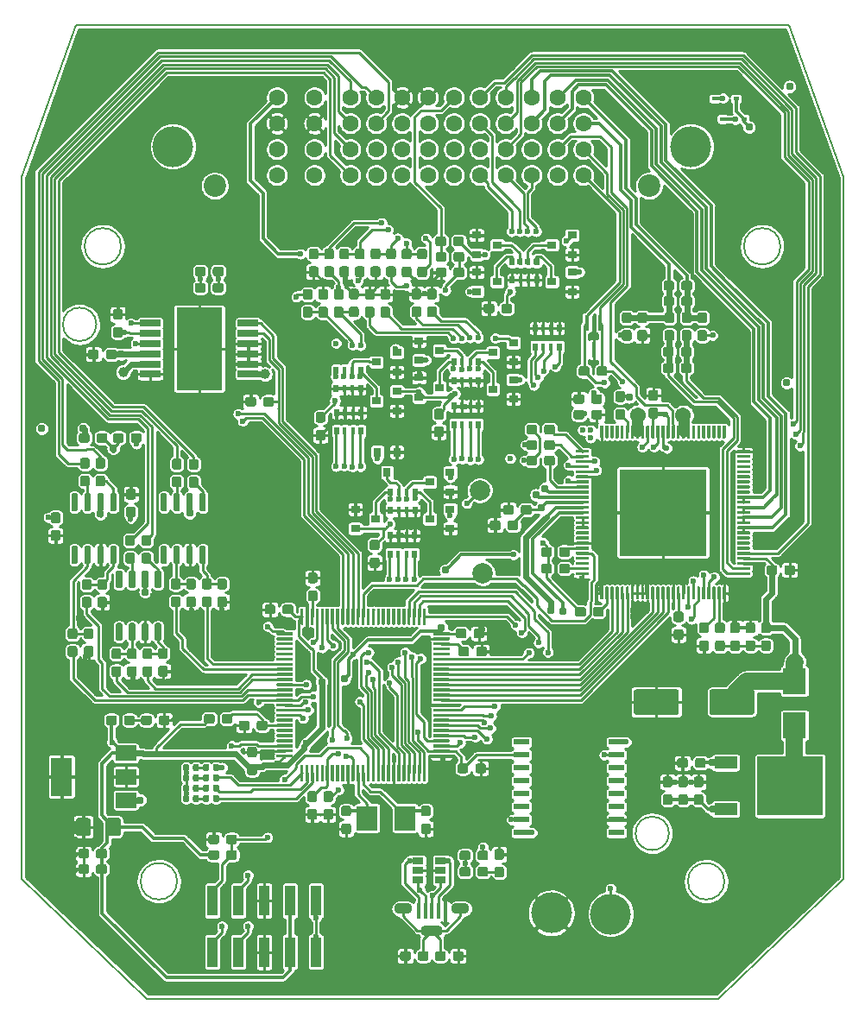
<source format=gbr>
G04 #@! TF.GenerationSoftware,KiCad,Pcbnew,(5.1.0-rc2-21-g16b3c80a7)*
G04 #@! TF.CreationDate,2019-06-05T23:58:20+02:00*
G04 #@! TF.ProjectId,microRusEfi,6d696372-6f52-4757-9345-66692e6b6963,R0.1*
G04 #@! TF.SameCoordinates,Original*
G04 #@! TF.FileFunction,Copper,L1,Top*
G04 #@! TF.FilePolarity,Positive*
%FSLAX46Y46*%
G04 Gerber Fmt 4.6, Leading zero omitted, Abs format (unit mm)*
G04 Created by KiCad (PCBNEW (5.1.0-rc2-21-g16b3c80a7)) date 2019-06-05 23:58:20*
%MOMM*%
%LPD*%
G04 APERTURE LIST*
%ADD10C,0.200000*%
%ADD11C,0.100000*%
%ADD12C,0.590000*%
%ADD13C,0.950000*%
%ADD14C,2.000000*%
%ADD15R,1.500000X0.600000*%
%ADD16R,2.000000X3.800000*%
%ADD17R,2.000000X1.500000*%
%ADD18R,1.000000X3.000000*%
%ADD19C,2.200000*%
%ADD20C,4.000000*%
%ADD21C,1.600000*%
%ADD22C,1.425000*%
%ADD23C,0.300000*%
%ADD24R,0.500000X0.800000*%
%ADD25R,0.400000X0.800000*%
%ADD26R,0.900000X0.800000*%
%ADD27R,0.450000X1.500000*%
%ADD28O,1.800000X1.100000*%
%ADD29O,2.200000X1.100000*%
%ADD30C,0.600000*%
%ADD31R,2.200000X1.200000*%
%ADD32R,6.400000X5.800000*%
%ADD33R,8.500000X8.500000*%
%ADD34C,1.000000*%
%ADD35R,0.600000X0.450000*%
%ADD36R,0.800000X0.900000*%
%ADD37C,2.500000*%
%ADD38R,2.000000X0.650000*%
%ADD39R,4.500000X8.100000*%
%ADD40R,1.060000X0.650000*%
%ADD41R,2.300000X2.500000*%
%ADD42R,2.000000X2.400000*%
%ADD43C,0.789940*%
%ADD44C,1.541780*%
%ADD45C,0.215900*%
%ADD46C,0.304800*%
%ADD47C,0.600000*%
%ADD48C,1.651000*%
%ADD49C,1.066800*%
%ADD50C,0.228600*%
G04 APERTURE END LIST*
D10*
X20600000Y-35538500D02*
X25895900Y-20600000D01*
X32844596Y-116072400D02*
X20601600Y-104381342D01*
X101188000Y-35538500D02*
X95841300Y-20600000D01*
X101189600Y-104381342D02*
X88946604Y-116072400D01*
X25895900Y-20600000D02*
X95841300Y-20600000D01*
X101188000Y-35538500D02*
X101189600Y-104381342D01*
X20600000Y-35538500D02*
X20601600Y-104381342D01*
X84085800Y-99870300D02*
G75*
G03X84085800Y-99870300I-1638300J0D01*
G01*
X32844596Y-116072400D02*
X88946604Y-116072400D01*
X27926400Y-49959301D02*
G75*
G03X27926400Y-49959301I-1638300J0D01*
G01*
X89521400Y-104569300D02*
G75*
G03X89521400Y-104569300I-1790700J0D01*
G01*
X95020499Y-42301200D02*
G75*
G03X95020499Y-42301200I-1790700J0D01*
G01*
X30352101Y-42301200D02*
G75*
G03X30352101Y-42301200I-1790700J0D01*
G01*
X35851200Y-104569300D02*
G75*
G03X35851200Y-104569300I-1790700J0D01*
G01*
D11*
G36*
X37857958Y-96137210D02*
G01*
X37872276Y-96139334D01*
X37886317Y-96142851D01*
X37899946Y-96147728D01*
X37913031Y-96153917D01*
X37925447Y-96161358D01*
X37937073Y-96169981D01*
X37947798Y-96179702D01*
X37957519Y-96190427D01*
X37966142Y-96202053D01*
X37973583Y-96214469D01*
X37979772Y-96227554D01*
X37984649Y-96241183D01*
X37988166Y-96255224D01*
X37990290Y-96269542D01*
X37991000Y-96284000D01*
X37991000Y-96629000D01*
X37990290Y-96643458D01*
X37988166Y-96657776D01*
X37984649Y-96671817D01*
X37979772Y-96685446D01*
X37973583Y-96698531D01*
X37966142Y-96710947D01*
X37957519Y-96722573D01*
X37947798Y-96733298D01*
X37937073Y-96743019D01*
X37925447Y-96751642D01*
X37913031Y-96759083D01*
X37899946Y-96765272D01*
X37886317Y-96770149D01*
X37872276Y-96773666D01*
X37857958Y-96775790D01*
X37843500Y-96776500D01*
X37548500Y-96776500D01*
X37534042Y-96775790D01*
X37519724Y-96773666D01*
X37505683Y-96770149D01*
X37492054Y-96765272D01*
X37478969Y-96759083D01*
X37466553Y-96751642D01*
X37454927Y-96743019D01*
X37444202Y-96733298D01*
X37434481Y-96722573D01*
X37425858Y-96710947D01*
X37418417Y-96698531D01*
X37412228Y-96685446D01*
X37407351Y-96671817D01*
X37403834Y-96657776D01*
X37401710Y-96643458D01*
X37401000Y-96629000D01*
X37401000Y-96284000D01*
X37401710Y-96269542D01*
X37403834Y-96255224D01*
X37407351Y-96241183D01*
X37412228Y-96227554D01*
X37418417Y-96214469D01*
X37425858Y-96202053D01*
X37434481Y-96190427D01*
X37444202Y-96179702D01*
X37454927Y-96169981D01*
X37466553Y-96161358D01*
X37478969Y-96153917D01*
X37492054Y-96147728D01*
X37505683Y-96142851D01*
X37519724Y-96139334D01*
X37534042Y-96137210D01*
X37548500Y-96136500D01*
X37843500Y-96136500D01*
X37857958Y-96137210D01*
X37857958Y-96137210D01*
G37*
D12*
X37696000Y-96456500D03*
D11*
G36*
X36887958Y-96137210D02*
G01*
X36902276Y-96139334D01*
X36916317Y-96142851D01*
X36929946Y-96147728D01*
X36943031Y-96153917D01*
X36955447Y-96161358D01*
X36967073Y-96169981D01*
X36977798Y-96179702D01*
X36987519Y-96190427D01*
X36996142Y-96202053D01*
X37003583Y-96214469D01*
X37009772Y-96227554D01*
X37014649Y-96241183D01*
X37018166Y-96255224D01*
X37020290Y-96269542D01*
X37021000Y-96284000D01*
X37021000Y-96629000D01*
X37020290Y-96643458D01*
X37018166Y-96657776D01*
X37014649Y-96671817D01*
X37009772Y-96685446D01*
X37003583Y-96698531D01*
X36996142Y-96710947D01*
X36987519Y-96722573D01*
X36977798Y-96733298D01*
X36967073Y-96743019D01*
X36955447Y-96751642D01*
X36943031Y-96759083D01*
X36929946Y-96765272D01*
X36916317Y-96770149D01*
X36902276Y-96773666D01*
X36887958Y-96775790D01*
X36873500Y-96776500D01*
X36578500Y-96776500D01*
X36564042Y-96775790D01*
X36549724Y-96773666D01*
X36535683Y-96770149D01*
X36522054Y-96765272D01*
X36508969Y-96759083D01*
X36496553Y-96751642D01*
X36484927Y-96743019D01*
X36474202Y-96733298D01*
X36464481Y-96722573D01*
X36455858Y-96710947D01*
X36448417Y-96698531D01*
X36442228Y-96685446D01*
X36437351Y-96671817D01*
X36433834Y-96657776D01*
X36431710Y-96643458D01*
X36431000Y-96629000D01*
X36431000Y-96284000D01*
X36431710Y-96269542D01*
X36433834Y-96255224D01*
X36437351Y-96241183D01*
X36442228Y-96227554D01*
X36448417Y-96214469D01*
X36455858Y-96202053D01*
X36464481Y-96190427D01*
X36474202Y-96179702D01*
X36484927Y-96169981D01*
X36496553Y-96161358D01*
X36508969Y-96153917D01*
X36522054Y-96147728D01*
X36535683Y-96142851D01*
X36549724Y-96139334D01*
X36564042Y-96137210D01*
X36578500Y-96136500D01*
X36873500Y-96136500D01*
X36887958Y-96137210D01*
X36887958Y-96137210D01*
G37*
D12*
X36726000Y-96456500D03*
D11*
G36*
X37857958Y-95121210D02*
G01*
X37872276Y-95123334D01*
X37886317Y-95126851D01*
X37899946Y-95131728D01*
X37913031Y-95137917D01*
X37925447Y-95145358D01*
X37937073Y-95153981D01*
X37947798Y-95163702D01*
X37957519Y-95174427D01*
X37966142Y-95186053D01*
X37973583Y-95198469D01*
X37979772Y-95211554D01*
X37984649Y-95225183D01*
X37988166Y-95239224D01*
X37990290Y-95253542D01*
X37991000Y-95268000D01*
X37991000Y-95613000D01*
X37990290Y-95627458D01*
X37988166Y-95641776D01*
X37984649Y-95655817D01*
X37979772Y-95669446D01*
X37973583Y-95682531D01*
X37966142Y-95694947D01*
X37957519Y-95706573D01*
X37947798Y-95717298D01*
X37937073Y-95727019D01*
X37925447Y-95735642D01*
X37913031Y-95743083D01*
X37899946Y-95749272D01*
X37886317Y-95754149D01*
X37872276Y-95757666D01*
X37857958Y-95759790D01*
X37843500Y-95760500D01*
X37548500Y-95760500D01*
X37534042Y-95759790D01*
X37519724Y-95757666D01*
X37505683Y-95754149D01*
X37492054Y-95749272D01*
X37478969Y-95743083D01*
X37466553Y-95735642D01*
X37454927Y-95727019D01*
X37444202Y-95717298D01*
X37434481Y-95706573D01*
X37425858Y-95694947D01*
X37418417Y-95682531D01*
X37412228Y-95669446D01*
X37407351Y-95655817D01*
X37403834Y-95641776D01*
X37401710Y-95627458D01*
X37401000Y-95613000D01*
X37401000Y-95268000D01*
X37401710Y-95253542D01*
X37403834Y-95239224D01*
X37407351Y-95225183D01*
X37412228Y-95211554D01*
X37418417Y-95198469D01*
X37425858Y-95186053D01*
X37434481Y-95174427D01*
X37444202Y-95163702D01*
X37454927Y-95153981D01*
X37466553Y-95145358D01*
X37478969Y-95137917D01*
X37492054Y-95131728D01*
X37505683Y-95126851D01*
X37519724Y-95123334D01*
X37534042Y-95121210D01*
X37548500Y-95120500D01*
X37843500Y-95120500D01*
X37857958Y-95121210D01*
X37857958Y-95121210D01*
G37*
D12*
X37696000Y-95440500D03*
D11*
G36*
X36887958Y-95121210D02*
G01*
X36902276Y-95123334D01*
X36916317Y-95126851D01*
X36929946Y-95131728D01*
X36943031Y-95137917D01*
X36955447Y-95145358D01*
X36967073Y-95153981D01*
X36977798Y-95163702D01*
X36987519Y-95174427D01*
X36996142Y-95186053D01*
X37003583Y-95198469D01*
X37009772Y-95211554D01*
X37014649Y-95225183D01*
X37018166Y-95239224D01*
X37020290Y-95253542D01*
X37021000Y-95268000D01*
X37021000Y-95613000D01*
X37020290Y-95627458D01*
X37018166Y-95641776D01*
X37014649Y-95655817D01*
X37009772Y-95669446D01*
X37003583Y-95682531D01*
X36996142Y-95694947D01*
X36987519Y-95706573D01*
X36977798Y-95717298D01*
X36967073Y-95727019D01*
X36955447Y-95735642D01*
X36943031Y-95743083D01*
X36929946Y-95749272D01*
X36916317Y-95754149D01*
X36902276Y-95757666D01*
X36887958Y-95759790D01*
X36873500Y-95760500D01*
X36578500Y-95760500D01*
X36564042Y-95759790D01*
X36549724Y-95757666D01*
X36535683Y-95754149D01*
X36522054Y-95749272D01*
X36508969Y-95743083D01*
X36496553Y-95735642D01*
X36484927Y-95727019D01*
X36474202Y-95717298D01*
X36464481Y-95706573D01*
X36455858Y-95694947D01*
X36448417Y-95682531D01*
X36442228Y-95669446D01*
X36437351Y-95655817D01*
X36433834Y-95641776D01*
X36431710Y-95627458D01*
X36431000Y-95613000D01*
X36431000Y-95268000D01*
X36431710Y-95253542D01*
X36433834Y-95239224D01*
X36437351Y-95225183D01*
X36442228Y-95211554D01*
X36448417Y-95198469D01*
X36455858Y-95186053D01*
X36464481Y-95174427D01*
X36474202Y-95163702D01*
X36484927Y-95153981D01*
X36496553Y-95145358D01*
X36508969Y-95137917D01*
X36522054Y-95131728D01*
X36535683Y-95126851D01*
X36549724Y-95123334D01*
X36564042Y-95121210D01*
X36578500Y-95120500D01*
X36873500Y-95120500D01*
X36887958Y-95121210D01*
X36887958Y-95121210D01*
G37*
D12*
X36726000Y-95440500D03*
D11*
G36*
X37857958Y-94105210D02*
G01*
X37872276Y-94107334D01*
X37886317Y-94110851D01*
X37899946Y-94115728D01*
X37913031Y-94121917D01*
X37925447Y-94129358D01*
X37937073Y-94137981D01*
X37947798Y-94147702D01*
X37957519Y-94158427D01*
X37966142Y-94170053D01*
X37973583Y-94182469D01*
X37979772Y-94195554D01*
X37984649Y-94209183D01*
X37988166Y-94223224D01*
X37990290Y-94237542D01*
X37991000Y-94252000D01*
X37991000Y-94597000D01*
X37990290Y-94611458D01*
X37988166Y-94625776D01*
X37984649Y-94639817D01*
X37979772Y-94653446D01*
X37973583Y-94666531D01*
X37966142Y-94678947D01*
X37957519Y-94690573D01*
X37947798Y-94701298D01*
X37937073Y-94711019D01*
X37925447Y-94719642D01*
X37913031Y-94727083D01*
X37899946Y-94733272D01*
X37886317Y-94738149D01*
X37872276Y-94741666D01*
X37857958Y-94743790D01*
X37843500Y-94744500D01*
X37548500Y-94744500D01*
X37534042Y-94743790D01*
X37519724Y-94741666D01*
X37505683Y-94738149D01*
X37492054Y-94733272D01*
X37478969Y-94727083D01*
X37466553Y-94719642D01*
X37454927Y-94711019D01*
X37444202Y-94701298D01*
X37434481Y-94690573D01*
X37425858Y-94678947D01*
X37418417Y-94666531D01*
X37412228Y-94653446D01*
X37407351Y-94639817D01*
X37403834Y-94625776D01*
X37401710Y-94611458D01*
X37401000Y-94597000D01*
X37401000Y-94252000D01*
X37401710Y-94237542D01*
X37403834Y-94223224D01*
X37407351Y-94209183D01*
X37412228Y-94195554D01*
X37418417Y-94182469D01*
X37425858Y-94170053D01*
X37434481Y-94158427D01*
X37444202Y-94147702D01*
X37454927Y-94137981D01*
X37466553Y-94129358D01*
X37478969Y-94121917D01*
X37492054Y-94115728D01*
X37505683Y-94110851D01*
X37519724Y-94107334D01*
X37534042Y-94105210D01*
X37548500Y-94104500D01*
X37843500Y-94104500D01*
X37857958Y-94105210D01*
X37857958Y-94105210D01*
G37*
D12*
X37696000Y-94424500D03*
D11*
G36*
X36887958Y-94105210D02*
G01*
X36902276Y-94107334D01*
X36916317Y-94110851D01*
X36929946Y-94115728D01*
X36943031Y-94121917D01*
X36955447Y-94129358D01*
X36967073Y-94137981D01*
X36977798Y-94147702D01*
X36987519Y-94158427D01*
X36996142Y-94170053D01*
X37003583Y-94182469D01*
X37009772Y-94195554D01*
X37014649Y-94209183D01*
X37018166Y-94223224D01*
X37020290Y-94237542D01*
X37021000Y-94252000D01*
X37021000Y-94597000D01*
X37020290Y-94611458D01*
X37018166Y-94625776D01*
X37014649Y-94639817D01*
X37009772Y-94653446D01*
X37003583Y-94666531D01*
X36996142Y-94678947D01*
X36987519Y-94690573D01*
X36977798Y-94701298D01*
X36967073Y-94711019D01*
X36955447Y-94719642D01*
X36943031Y-94727083D01*
X36929946Y-94733272D01*
X36916317Y-94738149D01*
X36902276Y-94741666D01*
X36887958Y-94743790D01*
X36873500Y-94744500D01*
X36578500Y-94744500D01*
X36564042Y-94743790D01*
X36549724Y-94741666D01*
X36535683Y-94738149D01*
X36522054Y-94733272D01*
X36508969Y-94727083D01*
X36496553Y-94719642D01*
X36484927Y-94711019D01*
X36474202Y-94701298D01*
X36464481Y-94690573D01*
X36455858Y-94678947D01*
X36448417Y-94666531D01*
X36442228Y-94653446D01*
X36437351Y-94639817D01*
X36433834Y-94625776D01*
X36431710Y-94611458D01*
X36431000Y-94597000D01*
X36431000Y-94252000D01*
X36431710Y-94237542D01*
X36433834Y-94223224D01*
X36437351Y-94209183D01*
X36442228Y-94195554D01*
X36448417Y-94182469D01*
X36455858Y-94170053D01*
X36464481Y-94158427D01*
X36474202Y-94147702D01*
X36484927Y-94137981D01*
X36496553Y-94129358D01*
X36508969Y-94121917D01*
X36522054Y-94115728D01*
X36535683Y-94110851D01*
X36549724Y-94107334D01*
X36564042Y-94105210D01*
X36578500Y-94104500D01*
X36873500Y-94104500D01*
X36887958Y-94105210D01*
X36887958Y-94105210D01*
G37*
D12*
X36726000Y-94424500D03*
D11*
G36*
X37857958Y-93089210D02*
G01*
X37872276Y-93091334D01*
X37886317Y-93094851D01*
X37899946Y-93099728D01*
X37913031Y-93105917D01*
X37925447Y-93113358D01*
X37937073Y-93121981D01*
X37947798Y-93131702D01*
X37957519Y-93142427D01*
X37966142Y-93154053D01*
X37973583Y-93166469D01*
X37979772Y-93179554D01*
X37984649Y-93193183D01*
X37988166Y-93207224D01*
X37990290Y-93221542D01*
X37991000Y-93236000D01*
X37991000Y-93581000D01*
X37990290Y-93595458D01*
X37988166Y-93609776D01*
X37984649Y-93623817D01*
X37979772Y-93637446D01*
X37973583Y-93650531D01*
X37966142Y-93662947D01*
X37957519Y-93674573D01*
X37947798Y-93685298D01*
X37937073Y-93695019D01*
X37925447Y-93703642D01*
X37913031Y-93711083D01*
X37899946Y-93717272D01*
X37886317Y-93722149D01*
X37872276Y-93725666D01*
X37857958Y-93727790D01*
X37843500Y-93728500D01*
X37548500Y-93728500D01*
X37534042Y-93727790D01*
X37519724Y-93725666D01*
X37505683Y-93722149D01*
X37492054Y-93717272D01*
X37478969Y-93711083D01*
X37466553Y-93703642D01*
X37454927Y-93695019D01*
X37444202Y-93685298D01*
X37434481Y-93674573D01*
X37425858Y-93662947D01*
X37418417Y-93650531D01*
X37412228Y-93637446D01*
X37407351Y-93623817D01*
X37403834Y-93609776D01*
X37401710Y-93595458D01*
X37401000Y-93581000D01*
X37401000Y-93236000D01*
X37401710Y-93221542D01*
X37403834Y-93207224D01*
X37407351Y-93193183D01*
X37412228Y-93179554D01*
X37418417Y-93166469D01*
X37425858Y-93154053D01*
X37434481Y-93142427D01*
X37444202Y-93131702D01*
X37454927Y-93121981D01*
X37466553Y-93113358D01*
X37478969Y-93105917D01*
X37492054Y-93099728D01*
X37505683Y-93094851D01*
X37519724Y-93091334D01*
X37534042Y-93089210D01*
X37548500Y-93088500D01*
X37843500Y-93088500D01*
X37857958Y-93089210D01*
X37857958Y-93089210D01*
G37*
D12*
X37696000Y-93408500D03*
D11*
G36*
X36887958Y-93089210D02*
G01*
X36902276Y-93091334D01*
X36916317Y-93094851D01*
X36929946Y-93099728D01*
X36943031Y-93105917D01*
X36955447Y-93113358D01*
X36967073Y-93121981D01*
X36977798Y-93131702D01*
X36987519Y-93142427D01*
X36996142Y-93154053D01*
X37003583Y-93166469D01*
X37009772Y-93179554D01*
X37014649Y-93193183D01*
X37018166Y-93207224D01*
X37020290Y-93221542D01*
X37021000Y-93236000D01*
X37021000Y-93581000D01*
X37020290Y-93595458D01*
X37018166Y-93609776D01*
X37014649Y-93623817D01*
X37009772Y-93637446D01*
X37003583Y-93650531D01*
X36996142Y-93662947D01*
X36987519Y-93674573D01*
X36977798Y-93685298D01*
X36967073Y-93695019D01*
X36955447Y-93703642D01*
X36943031Y-93711083D01*
X36929946Y-93717272D01*
X36916317Y-93722149D01*
X36902276Y-93725666D01*
X36887958Y-93727790D01*
X36873500Y-93728500D01*
X36578500Y-93728500D01*
X36564042Y-93727790D01*
X36549724Y-93725666D01*
X36535683Y-93722149D01*
X36522054Y-93717272D01*
X36508969Y-93711083D01*
X36496553Y-93703642D01*
X36484927Y-93695019D01*
X36474202Y-93685298D01*
X36464481Y-93674573D01*
X36455858Y-93662947D01*
X36448417Y-93650531D01*
X36442228Y-93637446D01*
X36437351Y-93623817D01*
X36433834Y-93609776D01*
X36431710Y-93595458D01*
X36431000Y-93581000D01*
X36431000Y-93236000D01*
X36431710Y-93221542D01*
X36433834Y-93207224D01*
X36437351Y-93193183D01*
X36442228Y-93179554D01*
X36448417Y-93166469D01*
X36455858Y-93154053D01*
X36464481Y-93142427D01*
X36474202Y-93131702D01*
X36484927Y-93121981D01*
X36496553Y-93113358D01*
X36508969Y-93105917D01*
X36522054Y-93099728D01*
X36535683Y-93094851D01*
X36549724Y-93091334D01*
X36564042Y-93089210D01*
X36578500Y-93088500D01*
X36873500Y-93088500D01*
X36887958Y-93089210D01*
X36887958Y-93089210D01*
G37*
D12*
X36726000Y-93408500D03*
D11*
G36*
X39826458Y-96137210D02*
G01*
X39840776Y-96139334D01*
X39854817Y-96142851D01*
X39868446Y-96147728D01*
X39881531Y-96153917D01*
X39893947Y-96161358D01*
X39905573Y-96169981D01*
X39916298Y-96179702D01*
X39926019Y-96190427D01*
X39934642Y-96202053D01*
X39942083Y-96214469D01*
X39948272Y-96227554D01*
X39953149Y-96241183D01*
X39956666Y-96255224D01*
X39958790Y-96269542D01*
X39959500Y-96284000D01*
X39959500Y-96629000D01*
X39958790Y-96643458D01*
X39956666Y-96657776D01*
X39953149Y-96671817D01*
X39948272Y-96685446D01*
X39942083Y-96698531D01*
X39934642Y-96710947D01*
X39926019Y-96722573D01*
X39916298Y-96733298D01*
X39905573Y-96743019D01*
X39893947Y-96751642D01*
X39881531Y-96759083D01*
X39868446Y-96765272D01*
X39854817Y-96770149D01*
X39840776Y-96773666D01*
X39826458Y-96775790D01*
X39812000Y-96776500D01*
X39517000Y-96776500D01*
X39502542Y-96775790D01*
X39488224Y-96773666D01*
X39474183Y-96770149D01*
X39460554Y-96765272D01*
X39447469Y-96759083D01*
X39435053Y-96751642D01*
X39423427Y-96743019D01*
X39412702Y-96733298D01*
X39402981Y-96722573D01*
X39394358Y-96710947D01*
X39386917Y-96698531D01*
X39380728Y-96685446D01*
X39375851Y-96671817D01*
X39372334Y-96657776D01*
X39370210Y-96643458D01*
X39369500Y-96629000D01*
X39369500Y-96284000D01*
X39370210Y-96269542D01*
X39372334Y-96255224D01*
X39375851Y-96241183D01*
X39380728Y-96227554D01*
X39386917Y-96214469D01*
X39394358Y-96202053D01*
X39402981Y-96190427D01*
X39412702Y-96179702D01*
X39423427Y-96169981D01*
X39435053Y-96161358D01*
X39447469Y-96153917D01*
X39460554Y-96147728D01*
X39474183Y-96142851D01*
X39488224Y-96139334D01*
X39502542Y-96137210D01*
X39517000Y-96136500D01*
X39812000Y-96136500D01*
X39826458Y-96137210D01*
X39826458Y-96137210D01*
G37*
D12*
X39664500Y-96456500D03*
D11*
G36*
X38856458Y-96137210D02*
G01*
X38870776Y-96139334D01*
X38884817Y-96142851D01*
X38898446Y-96147728D01*
X38911531Y-96153917D01*
X38923947Y-96161358D01*
X38935573Y-96169981D01*
X38946298Y-96179702D01*
X38956019Y-96190427D01*
X38964642Y-96202053D01*
X38972083Y-96214469D01*
X38978272Y-96227554D01*
X38983149Y-96241183D01*
X38986666Y-96255224D01*
X38988790Y-96269542D01*
X38989500Y-96284000D01*
X38989500Y-96629000D01*
X38988790Y-96643458D01*
X38986666Y-96657776D01*
X38983149Y-96671817D01*
X38978272Y-96685446D01*
X38972083Y-96698531D01*
X38964642Y-96710947D01*
X38956019Y-96722573D01*
X38946298Y-96733298D01*
X38935573Y-96743019D01*
X38923947Y-96751642D01*
X38911531Y-96759083D01*
X38898446Y-96765272D01*
X38884817Y-96770149D01*
X38870776Y-96773666D01*
X38856458Y-96775790D01*
X38842000Y-96776500D01*
X38547000Y-96776500D01*
X38532542Y-96775790D01*
X38518224Y-96773666D01*
X38504183Y-96770149D01*
X38490554Y-96765272D01*
X38477469Y-96759083D01*
X38465053Y-96751642D01*
X38453427Y-96743019D01*
X38442702Y-96733298D01*
X38432981Y-96722573D01*
X38424358Y-96710947D01*
X38416917Y-96698531D01*
X38410728Y-96685446D01*
X38405851Y-96671817D01*
X38402334Y-96657776D01*
X38400210Y-96643458D01*
X38399500Y-96629000D01*
X38399500Y-96284000D01*
X38400210Y-96269542D01*
X38402334Y-96255224D01*
X38405851Y-96241183D01*
X38410728Y-96227554D01*
X38416917Y-96214469D01*
X38424358Y-96202053D01*
X38432981Y-96190427D01*
X38442702Y-96179702D01*
X38453427Y-96169981D01*
X38465053Y-96161358D01*
X38477469Y-96153917D01*
X38490554Y-96147728D01*
X38504183Y-96142851D01*
X38518224Y-96139334D01*
X38532542Y-96137210D01*
X38547000Y-96136500D01*
X38842000Y-96136500D01*
X38856458Y-96137210D01*
X38856458Y-96137210D01*
G37*
D12*
X38694500Y-96456500D03*
D11*
G36*
X39826458Y-95121210D02*
G01*
X39840776Y-95123334D01*
X39854817Y-95126851D01*
X39868446Y-95131728D01*
X39881531Y-95137917D01*
X39893947Y-95145358D01*
X39905573Y-95153981D01*
X39916298Y-95163702D01*
X39926019Y-95174427D01*
X39934642Y-95186053D01*
X39942083Y-95198469D01*
X39948272Y-95211554D01*
X39953149Y-95225183D01*
X39956666Y-95239224D01*
X39958790Y-95253542D01*
X39959500Y-95268000D01*
X39959500Y-95613000D01*
X39958790Y-95627458D01*
X39956666Y-95641776D01*
X39953149Y-95655817D01*
X39948272Y-95669446D01*
X39942083Y-95682531D01*
X39934642Y-95694947D01*
X39926019Y-95706573D01*
X39916298Y-95717298D01*
X39905573Y-95727019D01*
X39893947Y-95735642D01*
X39881531Y-95743083D01*
X39868446Y-95749272D01*
X39854817Y-95754149D01*
X39840776Y-95757666D01*
X39826458Y-95759790D01*
X39812000Y-95760500D01*
X39517000Y-95760500D01*
X39502542Y-95759790D01*
X39488224Y-95757666D01*
X39474183Y-95754149D01*
X39460554Y-95749272D01*
X39447469Y-95743083D01*
X39435053Y-95735642D01*
X39423427Y-95727019D01*
X39412702Y-95717298D01*
X39402981Y-95706573D01*
X39394358Y-95694947D01*
X39386917Y-95682531D01*
X39380728Y-95669446D01*
X39375851Y-95655817D01*
X39372334Y-95641776D01*
X39370210Y-95627458D01*
X39369500Y-95613000D01*
X39369500Y-95268000D01*
X39370210Y-95253542D01*
X39372334Y-95239224D01*
X39375851Y-95225183D01*
X39380728Y-95211554D01*
X39386917Y-95198469D01*
X39394358Y-95186053D01*
X39402981Y-95174427D01*
X39412702Y-95163702D01*
X39423427Y-95153981D01*
X39435053Y-95145358D01*
X39447469Y-95137917D01*
X39460554Y-95131728D01*
X39474183Y-95126851D01*
X39488224Y-95123334D01*
X39502542Y-95121210D01*
X39517000Y-95120500D01*
X39812000Y-95120500D01*
X39826458Y-95121210D01*
X39826458Y-95121210D01*
G37*
D12*
X39664500Y-95440500D03*
D11*
G36*
X38856458Y-95121210D02*
G01*
X38870776Y-95123334D01*
X38884817Y-95126851D01*
X38898446Y-95131728D01*
X38911531Y-95137917D01*
X38923947Y-95145358D01*
X38935573Y-95153981D01*
X38946298Y-95163702D01*
X38956019Y-95174427D01*
X38964642Y-95186053D01*
X38972083Y-95198469D01*
X38978272Y-95211554D01*
X38983149Y-95225183D01*
X38986666Y-95239224D01*
X38988790Y-95253542D01*
X38989500Y-95268000D01*
X38989500Y-95613000D01*
X38988790Y-95627458D01*
X38986666Y-95641776D01*
X38983149Y-95655817D01*
X38978272Y-95669446D01*
X38972083Y-95682531D01*
X38964642Y-95694947D01*
X38956019Y-95706573D01*
X38946298Y-95717298D01*
X38935573Y-95727019D01*
X38923947Y-95735642D01*
X38911531Y-95743083D01*
X38898446Y-95749272D01*
X38884817Y-95754149D01*
X38870776Y-95757666D01*
X38856458Y-95759790D01*
X38842000Y-95760500D01*
X38547000Y-95760500D01*
X38532542Y-95759790D01*
X38518224Y-95757666D01*
X38504183Y-95754149D01*
X38490554Y-95749272D01*
X38477469Y-95743083D01*
X38465053Y-95735642D01*
X38453427Y-95727019D01*
X38442702Y-95717298D01*
X38432981Y-95706573D01*
X38424358Y-95694947D01*
X38416917Y-95682531D01*
X38410728Y-95669446D01*
X38405851Y-95655817D01*
X38402334Y-95641776D01*
X38400210Y-95627458D01*
X38399500Y-95613000D01*
X38399500Y-95268000D01*
X38400210Y-95253542D01*
X38402334Y-95239224D01*
X38405851Y-95225183D01*
X38410728Y-95211554D01*
X38416917Y-95198469D01*
X38424358Y-95186053D01*
X38432981Y-95174427D01*
X38442702Y-95163702D01*
X38453427Y-95153981D01*
X38465053Y-95145358D01*
X38477469Y-95137917D01*
X38490554Y-95131728D01*
X38504183Y-95126851D01*
X38518224Y-95123334D01*
X38532542Y-95121210D01*
X38547000Y-95120500D01*
X38842000Y-95120500D01*
X38856458Y-95121210D01*
X38856458Y-95121210D01*
G37*
D12*
X38694500Y-95440500D03*
D11*
G36*
X39826458Y-93089210D02*
G01*
X39840776Y-93091334D01*
X39854817Y-93094851D01*
X39868446Y-93099728D01*
X39881531Y-93105917D01*
X39893947Y-93113358D01*
X39905573Y-93121981D01*
X39916298Y-93131702D01*
X39926019Y-93142427D01*
X39934642Y-93154053D01*
X39942083Y-93166469D01*
X39948272Y-93179554D01*
X39953149Y-93193183D01*
X39956666Y-93207224D01*
X39958790Y-93221542D01*
X39959500Y-93236000D01*
X39959500Y-93581000D01*
X39958790Y-93595458D01*
X39956666Y-93609776D01*
X39953149Y-93623817D01*
X39948272Y-93637446D01*
X39942083Y-93650531D01*
X39934642Y-93662947D01*
X39926019Y-93674573D01*
X39916298Y-93685298D01*
X39905573Y-93695019D01*
X39893947Y-93703642D01*
X39881531Y-93711083D01*
X39868446Y-93717272D01*
X39854817Y-93722149D01*
X39840776Y-93725666D01*
X39826458Y-93727790D01*
X39812000Y-93728500D01*
X39517000Y-93728500D01*
X39502542Y-93727790D01*
X39488224Y-93725666D01*
X39474183Y-93722149D01*
X39460554Y-93717272D01*
X39447469Y-93711083D01*
X39435053Y-93703642D01*
X39423427Y-93695019D01*
X39412702Y-93685298D01*
X39402981Y-93674573D01*
X39394358Y-93662947D01*
X39386917Y-93650531D01*
X39380728Y-93637446D01*
X39375851Y-93623817D01*
X39372334Y-93609776D01*
X39370210Y-93595458D01*
X39369500Y-93581000D01*
X39369500Y-93236000D01*
X39370210Y-93221542D01*
X39372334Y-93207224D01*
X39375851Y-93193183D01*
X39380728Y-93179554D01*
X39386917Y-93166469D01*
X39394358Y-93154053D01*
X39402981Y-93142427D01*
X39412702Y-93131702D01*
X39423427Y-93121981D01*
X39435053Y-93113358D01*
X39447469Y-93105917D01*
X39460554Y-93099728D01*
X39474183Y-93094851D01*
X39488224Y-93091334D01*
X39502542Y-93089210D01*
X39517000Y-93088500D01*
X39812000Y-93088500D01*
X39826458Y-93089210D01*
X39826458Y-93089210D01*
G37*
D12*
X39664500Y-93408500D03*
D11*
G36*
X38856458Y-93089210D02*
G01*
X38870776Y-93091334D01*
X38884817Y-93094851D01*
X38898446Y-93099728D01*
X38911531Y-93105917D01*
X38923947Y-93113358D01*
X38935573Y-93121981D01*
X38946298Y-93131702D01*
X38956019Y-93142427D01*
X38964642Y-93154053D01*
X38972083Y-93166469D01*
X38978272Y-93179554D01*
X38983149Y-93193183D01*
X38986666Y-93207224D01*
X38988790Y-93221542D01*
X38989500Y-93236000D01*
X38989500Y-93581000D01*
X38988790Y-93595458D01*
X38986666Y-93609776D01*
X38983149Y-93623817D01*
X38978272Y-93637446D01*
X38972083Y-93650531D01*
X38964642Y-93662947D01*
X38956019Y-93674573D01*
X38946298Y-93685298D01*
X38935573Y-93695019D01*
X38923947Y-93703642D01*
X38911531Y-93711083D01*
X38898446Y-93717272D01*
X38884817Y-93722149D01*
X38870776Y-93725666D01*
X38856458Y-93727790D01*
X38842000Y-93728500D01*
X38547000Y-93728500D01*
X38532542Y-93727790D01*
X38518224Y-93725666D01*
X38504183Y-93722149D01*
X38490554Y-93717272D01*
X38477469Y-93711083D01*
X38465053Y-93703642D01*
X38453427Y-93695019D01*
X38442702Y-93685298D01*
X38432981Y-93674573D01*
X38424358Y-93662947D01*
X38416917Y-93650531D01*
X38410728Y-93637446D01*
X38405851Y-93623817D01*
X38402334Y-93609776D01*
X38400210Y-93595458D01*
X38399500Y-93581000D01*
X38399500Y-93236000D01*
X38400210Y-93221542D01*
X38402334Y-93207224D01*
X38405851Y-93193183D01*
X38410728Y-93179554D01*
X38416917Y-93166469D01*
X38424358Y-93154053D01*
X38432981Y-93142427D01*
X38442702Y-93131702D01*
X38453427Y-93121981D01*
X38465053Y-93113358D01*
X38477469Y-93105917D01*
X38490554Y-93099728D01*
X38504183Y-93094851D01*
X38518224Y-93091334D01*
X38532542Y-93089210D01*
X38547000Y-93088500D01*
X38842000Y-93088500D01*
X38856458Y-93089210D01*
X38856458Y-93089210D01*
G37*
D12*
X38694500Y-93408500D03*
D11*
G36*
X39826458Y-94105210D02*
G01*
X39840776Y-94107334D01*
X39854817Y-94110851D01*
X39868446Y-94115728D01*
X39881531Y-94121917D01*
X39893947Y-94129358D01*
X39905573Y-94137981D01*
X39916298Y-94147702D01*
X39926019Y-94158427D01*
X39934642Y-94170053D01*
X39942083Y-94182469D01*
X39948272Y-94195554D01*
X39953149Y-94209183D01*
X39956666Y-94223224D01*
X39958790Y-94237542D01*
X39959500Y-94252000D01*
X39959500Y-94597000D01*
X39958790Y-94611458D01*
X39956666Y-94625776D01*
X39953149Y-94639817D01*
X39948272Y-94653446D01*
X39942083Y-94666531D01*
X39934642Y-94678947D01*
X39926019Y-94690573D01*
X39916298Y-94701298D01*
X39905573Y-94711019D01*
X39893947Y-94719642D01*
X39881531Y-94727083D01*
X39868446Y-94733272D01*
X39854817Y-94738149D01*
X39840776Y-94741666D01*
X39826458Y-94743790D01*
X39812000Y-94744500D01*
X39517000Y-94744500D01*
X39502542Y-94743790D01*
X39488224Y-94741666D01*
X39474183Y-94738149D01*
X39460554Y-94733272D01*
X39447469Y-94727083D01*
X39435053Y-94719642D01*
X39423427Y-94711019D01*
X39412702Y-94701298D01*
X39402981Y-94690573D01*
X39394358Y-94678947D01*
X39386917Y-94666531D01*
X39380728Y-94653446D01*
X39375851Y-94639817D01*
X39372334Y-94625776D01*
X39370210Y-94611458D01*
X39369500Y-94597000D01*
X39369500Y-94252000D01*
X39370210Y-94237542D01*
X39372334Y-94223224D01*
X39375851Y-94209183D01*
X39380728Y-94195554D01*
X39386917Y-94182469D01*
X39394358Y-94170053D01*
X39402981Y-94158427D01*
X39412702Y-94147702D01*
X39423427Y-94137981D01*
X39435053Y-94129358D01*
X39447469Y-94121917D01*
X39460554Y-94115728D01*
X39474183Y-94110851D01*
X39488224Y-94107334D01*
X39502542Y-94105210D01*
X39517000Y-94104500D01*
X39812000Y-94104500D01*
X39826458Y-94105210D01*
X39826458Y-94105210D01*
G37*
D12*
X39664500Y-94424500D03*
D11*
G36*
X38856458Y-94105210D02*
G01*
X38870776Y-94107334D01*
X38884817Y-94110851D01*
X38898446Y-94115728D01*
X38911531Y-94121917D01*
X38923947Y-94129358D01*
X38935573Y-94137981D01*
X38946298Y-94147702D01*
X38956019Y-94158427D01*
X38964642Y-94170053D01*
X38972083Y-94182469D01*
X38978272Y-94195554D01*
X38983149Y-94209183D01*
X38986666Y-94223224D01*
X38988790Y-94237542D01*
X38989500Y-94252000D01*
X38989500Y-94597000D01*
X38988790Y-94611458D01*
X38986666Y-94625776D01*
X38983149Y-94639817D01*
X38978272Y-94653446D01*
X38972083Y-94666531D01*
X38964642Y-94678947D01*
X38956019Y-94690573D01*
X38946298Y-94701298D01*
X38935573Y-94711019D01*
X38923947Y-94719642D01*
X38911531Y-94727083D01*
X38898446Y-94733272D01*
X38884817Y-94738149D01*
X38870776Y-94741666D01*
X38856458Y-94743790D01*
X38842000Y-94744500D01*
X38547000Y-94744500D01*
X38532542Y-94743790D01*
X38518224Y-94741666D01*
X38504183Y-94738149D01*
X38490554Y-94733272D01*
X38477469Y-94727083D01*
X38465053Y-94719642D01*
X38453427Y-94711019D01*
X38442702Y-94701298D01*
X38432981Y-94690573D01*
X38424358Y-94678947D01*
X38416917Y-94666531D01*
X38410728Y-94653446D01*
X38405851Y-94639817D01*
X38402334Y-94625776D01*
X38400210Y-94611458D01*
X38399500Y-94597000D01*
X38399500Y-94252000D01*
X38400210Y-94237542D01*
X38402334Y-94223224D01*
X38405851Y-94209183D01*
X38410728Y-94195554D01*
X38416917Y-94182469D01*
X38424358Y-94170053D01*
X38432981Y-94158427D01*
X38442702Y-94147702D01*
X38453427Y-94137981D01*
X38465053Y-94129358D01*
X38477469Y-94121917D01*
X38490554Y-94115728D01*
X38504183Y-94110851D01*
X38518224Y-94107334D01*
X38532542Y-94105210D01*
X38547000Y-94104500D01*
X38842000Y-94104500D01*
X38856458Y-94105210D01*
X38856458Y-94105210D01*
G37*
D12*
X38694500Y-94424500D03*
D11*
G36*
X39313779Y-88172144D02*
G01*
X39336834Y-88175563D01*
X39359443Y-88181227D01*
X39381387Y-88189079D01*
X39402457Y-88199044D01*
X39422448Y-88211026D01*
X39441168Y-88224910D01*
X39458438Y-88240562D01*
X39474090Y-88257832D01*
X39487974Y-88276552D01*
X39499956Y-88296543D01*
X39509921Y-88317613D01*
X39517773Y-88339557D01*
X39523437Y-88362166D01*
X39526856Y-88385221D01*
X39528000Y-88408500D01*
X39528000Y-88883500D01*
X39526856Y-88906779D01*
X39523437Y-88929834D01*
X39517773Y-88952443D01*
X39509921Y-88974387D01*
X39499956Y-88995457D01*
X39487974Y-89015448D01*
X39474090Y-89034168D01*
X39458438Y-89051438D01*
X39441168Y-89067090D01*
X39422448Y-89080974D01*
X39402457Y-89092956D01*
X39381387Y-89102921D01*
X39359443Y-89110773D01*
X39336834Y-89116437D01*
X39313779Y-89119856D01*
X39290500Y-89121000D01*
X38715500Y-89121000D01*
X38692221Y-89119856D01*
X38669166Y-89116437D01*
X38646557Y-89110773D01*
X38624613Y-89102921D01*
X38603543Y-89092956D01*
X38583552Y-89080974D01*
X38564832Y-89067090D01*
X38547562Y-89051438D01*
X38531910Y-89034168D01*
X38518026Y-89015448D01*
X38506044Y-88995457D01*
X38496079Y-88974387D01*
X38488227Y-88952443D01*
X38482563Y-88929834D01*
X38479144Y-88906779D01*
X38478000Y-88883500D01*
X38478000Y-88408500D01*
X38479144Y-88385221D01*
X38482563Y-88362166D01*
X38488227Y-88339557D01*
X38496079Y-88317613D01*
X38506044Y-88296543D01*
X38518026Y-88276552D01*
X38531910Y-88257832D01*
X38547562Y-88240562D01*
X38564832Y-88224910D01*
X38583552Y-88211026D01*
X38603543Y-88199044D01*
X38624613Y-88189079D01*
X38646557Y-88181227D01*
X38669166Y-88175563D01*
X38692221Y-88172144D01*
X38715500Y-88171000D01*
X39290500Y-88171000D01*
X39313779Y-88172144D01*
X39313779Y-88172144D01*
G37*
D13*
X39003000Y-88646000D03*
D11*
G36*
X41063779Y-88172144D02*
G01*
X41086834Y-88175563D01*
X41109443Y-88181227D01*
X41131387Y-88189079D01*
X41152457Y-88199044D01*
X41172448Y-88211026D01*
X41191168Y-88224910D01*
X41208438Y-88240562D01*
X41224090Y-88257832D01*
X41237974Y-88276552D01*
X41249956Y-88296543D01*
X41259921Y-88317613D01*
X41267773Y-88339557D01*
X41273437Y-88362166D01*
X41276856Y-88385221D01*
X41278000Y-88408500D01*
X41278000Y-88883500D01*
X41276856Y-88906779D01*
X41273437Y-88929834D01*
X41267773Y-88952443D01*
X41259921Y-88974387D01*
X41249956Y-88995457D01*
X41237974Y-89015448D01*
X41224090Y-89034168D01*
X41208438Y-89051438D01*
X41191168Y-89067090D01*
X41172448Y-89080974D01*
X41152457Y-89092956D01*
X41131387Y-89102921D01*
X41109443Y-89110773D01*
X41086834Y-89116437D01*
X41063779Y-89119856D01*
X41040500Y-89121000D01*
X40465500Y-89121000D01*
X40442221Y-89119856D01*
X40419166Y-89116437D01*
X40396557Y-89110773D01*
X40374613Y-89102921D01*
X40353543Y-89092956D01*
X40333552Y-89080974D01*
X40314832Y-89067090D01*
X40297562Y-89051438D01*
X40281910Y-89034168D01*
X40268026Y-89015448D01*
X40256044Y-88995457D01*
X40246079Y-88974387D01*
X40238227Y-88952443D01*
X40232563Y-88929834D01*
X40229144Y-88906779D01*
X40228000Y-88883500D01*
X40228000Y-88408500D01*
X40229144Y-88385221D01*
X40232563Y-88362166D01*
X40238227Y-88339557D01*
X40246079Y-88317613D01*
X40256044Y-88296543D01*
X40268026Y-88276552D01*
X40281910Y-88257832D01*
X40297562Y-88240562D01*
X40314832Y-88224910D01*
X40333552Y-88211026D01*
X40353543Y-88199044D01*
X40374613Y-88189079D01*
X40396557Y-88181227D01*
X40419166Y-88175563D01*
X40442221Y-88172144D01*
X40465500Y-88171000D01*
X41040500Y-88171000D01*
X41063779Y-88172144D01*
X41063779Y-88172144D01*
G37*
D13*
X40753000Y-88646000D03*
D14*
X65532000Y-66230500D03*
X65822800Y-74345800D03*
D15*
X78932300Y-90919300D03*
X78932300Y-92189300D03*
X78932300Y-93459300D03*
X78932300Y-94729300D03*
X78932300Y-95999300D03*
X78932300Y-97269300D03*
X78932300Y-98539300D03*
X78932300Y-99809300D03*
X69632300Y-99809300D03*
X69632300Y-98539300D03*
X69632300Y-97269300D03*
X69632300Y-95999300D03*
X69632300Y-94729300D03*
X69632300Y-93459300D03*
X69632300Y-92189300D03*
X69632300Y-90919300D03*
D11*
G36*
X28795579Y-60613144D02*
G01*
X28818634Y-60616563D01*
X28841243Y-60622227D01*
X28863187Y-60630079D01*
X28884257Y-60640044D01*
X28904248Y-60652026D01*
X28922968Y-60665910D01*
X28940238Y-60681562D01*
X28955890Y-60698832D01*
X28969774Y-60717552D01*
X28981756Y-60737543D01*
X28991721Y-60758613D01*
X28999573Y-60780557D01*
X29005237Y-60803166D01*
X29008656Y-60826221D01*
X29009800Y-60849500D01*
X29009800Y-61324500D01*
X29008656Y-61347779D01*
X29005237Y-61370834D01*
X28999573Y-61393443D01*
X28991721Y-61415387D01*
X28981756Y-61436457D01*
X28969774Y-61456448D01*
X28955890Y-61475168D01*
X28940238Y-61492438D01*
X28922968Y-61508090D01*
X28904248Y-61521974D01*
X28884257Y-61533956D01*
X28863187Y-61543921D01*
X28841243Y-61551773D01*
X28818634Y-61557437D01*
X28795579Y-61560856D01*
X28772300Y-61562000D01*
X28197300Y-61562000D01*
X28174021Y-61560856D01*
X28150966Y-61557437D01*
X28128357Y-61551773D01*
X28106413Y-61543921D01*
X28085343Y-61533956D01*
X28065352Y-61521974D01*
X28046632Y-61508090D01*
X28029362Y-61492438D01*
X28013710Y-61475168D01*
X27999826Y-61456448D01*
X27987844Y-61436457D01*
X27977879Y-61415387D01*
X27970027Y-61393443D01*
X27964363Y-61370834D01*
X27960944Y-61347779D01*
X27959800Y-61324500D01*
X27959800Y-60849500D01*
X27960944Y-60826221D01*
X27964363Y-60803166D01*
X27970027Y-60780557D01*
X27977879Y-60758613D01*
X27987844Y-60737543D01*
X27999826Y-60717552D01*
X28013710Y-60698832D01*
X28029362Y-60681562D01*
X28046632Y-60665910D01*
X28065352Y-60652026D01*
X28085343Y-60640044D01*
X28106413Y-60630079D01*
X28128357Y-60622227D01*
X28150966Y-60616563D01*
X28174021Y-60613144D01*
X28197300Y-60612000D01*
X28772300Y-60612000D01*
X28795579Y-60613144D01*
X28795579Y-60613144D01*
G37*
D13*
X28484800Y-61087000D03*
D11*
G36*
X27045579Y-60613144D02*
G01*
X27068634Y-60616563D01*
X27091243Y-60622227D01*
X27113187Y-60630079D01*
X27134257Y-60640044D01*
X27154248Y-60652026D01*
X27172968Y-60665910D01*
X27190238Y-60681562D01*
X27205890Y-60698832D01*
X27219774Y-60717552D01*
X27231756Y-60737543D01*
X27241721Y-60758613D01*
X27249573Y-60780557D01*
X27255237Y-60803166D01*
X27258656Y-60826221D01*
X27259800Y-60849500D01*
X27259800Y-61324500D01*
X27258656Y-61347779D01*
X27255237Y-61370834D01*
X27249573Y-61393443D01*
X27241721Y-61415387D01*
X27231756Y-61436457D01*
X27219774Y-61456448D01*
X27205890Y-61475168D01*
X27190238Y-61492438D01*
X27172968Y-61508090D01*
X27154248Y-61521974D01*
X27134257Y-61533956D01*
X27113187Y-61543921D01*
X27091243Y-61551773D01*
X27068634Y-61557437D01*
X27045579Y-61560856D01*
X27022300Y-61562000D01*
X26447300Y-61562000D01*
X26424021Y-61560856D01*
X26400966Y-61557437D01*
X26378357Y-61551773D01*
X26356413Y-61543921D01*
X26335343Y-61533956D01*
X26315352Y-61521974D01*
X26296632Y-61508090D01*
X26279362Y-61492438D01*
X26263710Y-61475168D01*
X26249826Y-61456448D01*
X26237844Y-61436457D01*
X26227879Y-61415387D01*
X26220027Y-61393443D01*
X26214363Y-61370834D01*
X26210944Y-61347779D01*
X26209800Y-61324500D01*
X26209800Y-60849500D01*
X26210944Y-60826221D01*
X26214363Y-60803166D01*
X26220027Y-60780557D01*
X26227879Y-60758613D01*
X26237844Y-60737543D01*
X26249826Y-60717552D01*
X26263710Y-60698832D01*
X26279362Y-60681562D01*
X26296632Y-60665910D01*
X26315352Y-60652026D01*
X26335343Y-60640044D01*
X26356413Y-60630079D01*
X26378357Y-60622227D01*
X26400966Y-60616563D01*
X26424021Y-60613144D01*
X26447300Y-60612000D01*
X27022300Y-60612000D01*
X27045579Y-60613144D01*
X27045579Y-60613144D01*
G37*
D13*
X26734800Y-61087000D03*
D11*
G36*
X32148379Y-60613144D02*
G01*
X32171434Y-60616563D01*
X32194043Y-60622227D01*
X32215987Y-60630079D01*
X32237057Y-60640044D01*
X32257048Y-60652026D01*
X32275768Y-60665910D01*
X32293038Y-60681562D01*
X32308690Y-60698832D01*
X32322574Y-60717552D01*
X32334556Y-60737543D01*
X32344521Y-60758613D01*
X32352373Y-60780557D01*
X32358037Y-60803166D01*
X32361456Y-60826221D01*
X32362600Y-60849500D01*
X32362600Y-61324500D01*
X32361456Y-61347779D01*
X32358037Y-61370834D01*
X32352373Y-61393443D01*
X32344521Y-61415387D01*
X32334556Y-61436457D01*
X32322574Y-61456448D01*
X32308690Y-61475168D01*
X32293038Y-61492438D01*
X32275768Y-61508090D01*
X32257048Y-61521974D01*
X32237057Y-61533956D01*
X32215987Y-61543921D01*
X32194043Y-61551773D01*
X32171434Y-61557437D01*
X32148379Y-61560856D01*
X32125100Y-61562000D01*
X31550100Y-61562000D01*
X31526821Y-61560856D01*
X31503766Y-61557437D01*
X31481157Y-61551773D01*
X31459213Y-61543921D01*
X31438143Y-61533956D01*
X31418152Y-61521974D01*
X31399432Y-61508090D01*
X31382162Y-61492438D01*
X31366510Y-61475168D01*
X31352626Y-61456448D01*
X31340644Y-61436457D01*
X31330679Y-61415387D01*
X31322827Y-61393443D01*
X31317163Y-61370834D01*
X31313744Y-61347779D01*
X31312600Y-61324500D01*
X31312600Y-60849500D01*
X31313744Y-60826221D01*
X31317163Y-60803166D01*
X31322827Y-60780557D01*
X31330679Y-60758613D01*
X31340644Y-60737543D01*
X31352626Y-60717552D01*
X31366510Y-60698832D01*
X31382162Y-60681562D01*
X31399432Y-60665910D01*
X31418152Y-60652026D01*
X31438143Y-60640044D01*
X31459213Y-60630079D01*
X31481157Y-60622227D01*
X31503766Y-60616563D01*
X31526821Y-60613144D01*
X31550100Y-60612000D01*
X32125100Y-60612000D01*
X32148379Y-60613144D01*
X32148379Y-60613144D01*
G37*
D13*
X31837600Y-61087000D03*
D11*
G36*
X30398379Y-60613144D02*
G01*
X30421434Y-60616563D01*
X30444043Y-60622227D01*
X30465987Y-60630079D01*
X30487057Y-60640044D01*
X30507048Y-60652026D01*
X30525768Y-60665910D01*
X30543038Y-60681562D01*
X30558690Y-60698832D01*
X30572574Y-60717552D01*
X30584556Y-60737543D01*
X30594521Y-60758613D01*
X30602373Y-60780557D01*
X30608037Y-60803166D01*
X30611456Y-60826221D01*
X30612600Y-60849500D01*
X30612600Y-61324500D01*
X30611456Y-61347779D01*
X30608037Y-61370834D01*
X30602373Y-61393443D01*
X30594521Y-61415387D01*
X30584556Y-61436457D01*
X30572574Y-61456448D01*
X30558690Y-61475168D01*
X30543038Y-61492438D01*
X30525768Y-61508090D01*
X30507048Y-61521974D01*
X30487057Y-61533956D01*
X30465987Y-61543921D01*
X30444043Y-61551773D01*
X30421434Y-61557437D01*
X30398379Y-61560856D01*
X30375100Y-61562000D01*
X29800100Y-61562000D01*
X29776821Y-61560856D01*
X29753766Y-61557437D01*
X29731157Y-61551773D01*
X29709213Y-61543921D01*
X29688143Y-61533956D01*
X29668152Y-61521974D01*
X29649432Y-61508090D01*
X29632162Y-61492438D01*
X29616510Y-61475168D01*
X29602626Y-61456448D01*
X29590644Y-61436457D01*
X29580679Y-61415387D01*
X29572827Y-61393443D01*
X29567163Y-61370834D01*
X29563744Y-61347779D01*
X29562600Y-61324500D01*
X29562600Y-60849500D01*
X29563744Y-60826221D01*
X29567163Y-60803166D01*
X29572827Y-60780557D01*
X29580679Y-60758613D01*
X29590644Y-60737543D01*
X29602626Y-60717552D01*
X29616510Y-60698832D01*
X29632162Y-60681562D01*
X29649432Y-60665910D01*
X29668152Y-60652026D01*
X29688143Y-60640044D01*
X29709213Y-60630079D01*
X29731157Y-60622227D01*
X29753766Y-60616563D01*
X29776821Y-60613144D01*
X29800100Y-60612000D01*
X30375100Y-60612000D01*
X30398379Y-60613144D01*
X30398379Y-60613144D01*
G37*
D13*
X30087600Y-61087000D03*
D16*
X24520800Y-94311000D03*
D17*
X30820800Y-94311000D03*
X30820800Y-92011000D03*
X30820800Y-96611000D03*
D11*
G36*
X62046779Y-42858544D02*
G01*
X62069834Y-42861963D01*
X62092443Y-42867627D01*
X62114387Y-42875479D01*
X62135457Y-42885444D01*
X62155448Y-42897426D01*
X62174168Y-42911310D01*
X62191438Y-42926962D01*
X62207090Y-42944232D01*
X62220974Y-42962952D01*
X62232956Y-42982943D01*
X62242921Y-43004013D01*
X62250773Y-43025957D01*
X62256437Y-43048566D01*
X62259856Y-43071621D01*
X62261000Y-43094900D01*
X62261000Y-43569900D01*
X62259856Y-43593179D01*
X62256437Y-43616234D01*
X62250773Y-43638843D01*
X62242921Y-43660787D01*
X62232956Y-43681857D01*
X62220974Y-43701848D01*
X62207090Y-43720568D01*
X62191438Y-43737838D01*
X62174168Y-43753490D01*
X62155448Y-43767374D01*
X62135457Y-43779356D01*
X62114387Y-43789321D01*
X62092443Y-43797173D01*
X62069834Y-43802837D01*
X62046779Y-43806256D01*
X62023500Y-43807400D01*
X61448500Y-43807400D01*
X61425221Y-43806256D01*
X61402166Y-43802837D01*
X61379557Y-43797173D01*
X61357613Y-43789321D01*
X61336543Y-43779356D01*
X61316552Y-43767374D01*
X61297832Y-43753490D01*
X61280562Y-43737838D01*
X61264910Y-43720568D01*
X61251026Y-43701848D01*
X61239044Y-43681857D01*
X61229079Y-43660787D01*
X61221227Y-43638843D01*
X61215563Y-43616234D01*
X61212144Y-43593179D01*
X61211000Y-43569900D01*
X61211000Y-43094900D01*
X61212144Y-43071621D01*
X61215563Y-43048566D01*
X61221227Y-43025957D01*
X61229079Y-43004013D01*
X61239044Y-42982943D01*
X61251026Y-42962952D01*
X61264910Y-42944232D01*
X61280562Y-42926962D01*
X61297832Y-42911310D01*
X61316552Y-42897426D01*
X61336543Y-42885444D01*
X61357613Y-42875479D01*
X61379557Y-42867627D01*
X61402166Y-42861963D01*
X61425221Y-42858544D01*
X61448500Y-42857400D01*
X62023500Y-42857400D01*
X62046779Y-42858544D01*
X62046779Y-42858544D01*
G37*
D13*
X61736000Y-43332400D03*
D11*
G36*
X63796779Y-42858544D02*
G01*
X63819834Y-42861963D01*
X63842443Y-42867627D01*
X63864387Y-42875479D01*
X63885457Y-42885444D01*
X63905448Y-42897426D01*
X63924168Y-42911310D01*
X63941438Y-42926962D01*
X63957090Y-42944232D01*
X63970974Y-42962952D01*
X63982956Y-42982943D01*
X63992921Y-43004013D01*
X64000773Y-43025957D01*
X64006437Y-43048566D01*
X64009856Y-43071621D01*
X64011000Y-43094900D01*
X64011000Y-43569900D01*
X64009856Y-43593179D01*
X64006437Y-43616234D01*
X64000773Y-43638843D01*
X63992921Y-43660787D01*
X63982956Y-43681857D01*
X63970974Y-43701848D01*
X63957090Y-43720568D01*
X63941438Y-43737838D01*
X63924168Y-43753490D01*
X63905448Y-43767374D01*
X63885457Y-43779356D01*
X63864387Y-43789321D01*
X63842443Y-43797173D01*
X63819834Y-43802837D01*
X63796779Y-43806256D01*
X63773500Y-43807400D01*
X63198500Y-43807400D01*
X63175221Y-43806256D01*
X63152166Y-43802837D01*
X63129557Y-43797173D01*
X63107613Y-43789321D01*
X63086543Y-43779356D01*
X63066552Y-43767374D01*
X63047832Y-43753490D01*
X63030562Y-43737838D01*
X63014910Y-43720568D01*
X63001026Y-43701848D01*
X62989044Y-43681857D01*
X62979079Y-43660787D01*
X62971227Y-43638843D01*
X62965563Y-43616234D01*
X62962144Y-43593179D01*
X62961000Y-43569900D01*
X62961000Y-43094900D01*
X62962144Y-43071621D01*
X62965563Y-43048566D01*
X62971227Y-43025957D01*
X62979079Y-43004013D01*
X62989044Y-42982943D01*
X63001026Y-42962952D01*
X63014910Y-42944232D01*
X63030562Y-42926962D01*
X63047832Y-42911310D01*
X63066552Y-42897426D01*
X63086543Y-42885444D01*
X63107613Y-42875479D01*
X63129557Y-42867627D01*
X63152166Y-42861963D01*
X63175221Y-42858544D01*
X63198500Y-42857400D01*
X63773500Y-42857400D01*
X63796779Y-42858544D01*
X63796779Y-42858544D01*
G37*
D13*
X63486000Y-43332400D03*
D11*
G36*
X63771379Y-41334544D02*
G01*
X63794434Y-41337963D01*
X63817043Y-41343627D01*
X63838987Y-41351479D01*
X63860057Y-41361444D01*
X63880048Y-41373426D01*
X63898768Y-41387310D01*
X63916038Y-41402962D01*
X63931690Y-41420232D01*
X63945574Y-41438952D01*
X63957556Y-41458943D01*
X63967521Y-41480013D01*
X63975373Y-41501957D01*
X63981037Y-41524566D01*
X63984456Y-41547621D01*
X63985600Y-41570900D01*
X63985600Y-42045900D01*
X63984456Y-42069179D01*
X63981037Y-42092234D01*
X63975373Y-42114843D01*
X63967521Y-42136787D01*
X63957556Y-42157857D01*
X63945574Y-42177848D01*
X63931690Y-42196568D01*
X63916038Y-42213838D01*
X63898768Y-42229490D01*
X63880048Y-42243374D01*
X63860057Y-42255356D01*
X63838987Y-42265321D01*
X63817043Y-42273173D01*
X63794434Y-42278837D01*
X63771379Y-42282256D01*
X63748100Y-42283400D01*
X63173100Y-42283400D01*
X63149821Y-42282256D01*
X63126766Y-42278837D01*
X63104157Y-42273173D01*
X63082213Y-42265321D01*
X63061143Y-42255356D01*
X63041152Y-42243374D01*
X63022432Y-42229490D01*
X63005162Y-42213838D01*
X62989510Y-42196568D01*
X62975626Y-42177848D01*
X62963644Y-42157857D01*
X62953679Y-42136787D01*
X62945827Y-42114843D01*
X62940163Y-42092234D01*
X62936744Y-42069179D01*
X62935600Y-42045900D01*
X62935600Y-41570900D01*
X62936744Y-41547621D01*
X62940163Y-41524566D01*
X62945827Y-41501957D01*
X62953679Y-41480013D01*
X62963644Y-41458943D01*
X62975626Y-41438952D01*
X62989510Y-41420232D01*
X63005162Y-41402962D01*
X63022432Y-41387310D01*
X63041152Y-41373426D01*
X63061143Y-41361444D01*
X63082213Y-41351479D01*
X63104157Y-41343627D01*
X63126766Y-41337963D01*
X63149821Y-41334544D01*
X63173100Y-41333400D01*
X63748100Y-41333400D01*
X63771379Y-41334544D01*
X63771379Y-41334544D01*
G37*
D13*
X63460600Y-41808400D03*
D11*
G36*
X62021379Y-41334544D02*
G01*
X62044434Y-41337963D01*
X62067043Y-41343627D01*
X62088987Y-41351479D01*
X62110057Y-41361444D01*
X62130048Y-41373426D01*
X62148768Y-41387310D01*
X62166038Y-41402962D01*
X62181690Y-41420232D01*
X62195574Y-41438952D01*
X62207556Y-41458943D01*
X62217521Y-41480013D01*
X62225373Y-41501957D01*
X62231037Y-41524566D01*
X62234456Y-41547621D01*
X62235600Y-41570900D01*
X62235600Y-42045900D01*
X62234456Y-42069179D01*
X62231037Y-42092234D01*
X62225373Y-42114843D01*
X62217521Y-42136787D01*
X62207556Y-42157857D01*
X62195574Y-42177848D01*
X62181690Y-42196568D01*
X62166038Y-42213838D01*
X62148768Y-42229490D01*
X62130048Y-42243374D01*
X62110057Y-42255356D01*
X62088987Y-42265321D01*
X62067043Y-42273173D01*
X62044434Y-42278837D01*
X62021379Y-42282256D01*
X61998100Y-42283400D01*
X61423100Y-42283400D01*
X61399821Y-42282256D01*
X61376766Y-42278837D01*
X61354157Y-42273173D01*
X61332213Y-42265321D01*
X61311143Y-42255356D01*
X61291152Y-42243374D01*
X61272432Y-42229490D01*
X61255162Y-42213838D01*
X61239510Y-42196568D01*
X61225626Y-42177848D01*
X61213644Y-42157857D01*
X61203679Y-42136787D01*
X61195827Y-42114843D01*
X61190163Y-42092234D01*
X61186744Y-42069179D01*
X61185600Y-42045900D01*
X61185600Y-41570900D01*
X61186744Y-41547621D01*
X61190163Y-41524566D01*
X61195827Y-41501957D01*
X61203679Y-41480013D01*
X61213644Y-41458943D01*
X61225626Y-41438952D01*
X61239510Y-41420232D01*
X61255162Y-41402962D01*
X61272432Y-41387310D01*
X61291152Y-41373426D01*
X61311143Y-41361444D01*
X61332213Y-41351479D01*
X61354157Y-41343627D01*
X61376766Y-41337963D01*
X61399821Y-41334544D01*
X61423100Y-41333400D01*
X61998100Y-41333400D01*
X62021379Y-41334544D01*
X62021379Y-41334544D01*
G37*
D13*
X61710600Y-41808400D03*
D11*
G36*
X62046779Y-44382544D02*
G01*
X62069834Y-44385963D01*
X62092443Y-44391627D01*
X62114387Y-44399479D01*
X62135457Y-44409444D01*
X62155448Y-44421426D01*
X62174168Y-44435310D01*
X62191438Y-44450962D01*
X62207090Y-44468232D01*
X62220974Y-44486952D01*
X62232956Y-44506943D01*
X62242921Y-44528013D01*
X62250773Y-44549957D01*
X62256437Y-44572566D01*
X62259856Y-44595621D01*
X62261000Y-44618900D01*
X62261000Y-45093900D01*
X62259856Y-45117179D01*
X62256437Y-45140234D01*
X62250773Y-45162843D01*
X62242921Y-45184787D01*
X62232956Y-45205857D01*
X62220974Y-45225848D01*
X62207090Y-45244568D01*
X62191438Y-45261838D01*
X62174168Y-45277490D01*
X62155448Y-45291374D01*
X62135457Y-45303356D01*
X62114387Y-45313321D01*
X62092443Y-45321173D01*
X62069834Y-45326837D01*
X62046779Y-45330256D01*
X62023500Y-45331400D01*
X61448500Y-45331400D01*
X61425221Y-45330256D01*
X61402166Y-45326837D01*
X61379557Y-45321173D01*
X61357613Y-45313321D01*
X61336543Y-45303356D01*
X61316552Y-45291374D01*
X61297832Y-45277490D01*
X61280562Y-45261838D01*
X61264910Y-45244568D01*
X61251026Y-45225848D01*
X61239044Y-45205857D01*
X61229079Y-45184787D01*
X61221227Y-45162843D01*
X61215563Y-45140234D01*
X61212144Y-45117179D01*
X61211000Y-45093900D01*
X61211000Y-44618900D01*
X61212144Y-44595621D01*
X61215563Y-44572566D01*
X61221227Y-44549957D01*
X61229079Y-44528013D01*
X61239044Y-44506943D01*
X61251026Y-44486952D01*
X61264910Y-44468232D01*
X61280562Y-44450962D01*
X61297832Y-44435310D01*
X61316552Y-44421426D01*
X61336543Y-44409444D01*
X61357613Y-44399479D01*
X61379557Y-44391627D01*
X61402166Y-44385963D01*
X61425221Y-44382544D01*
X61448500Y-44381400D01*
X62023500Y-44381400D01*
X62046779Y-44382544D01*
X62046779Y-44382544D01*
G37*
D13*
X61736000Y-44856400D03*
D11*
G36*
X63796779Y-44382544D02*
G01*
X63819834Y-44385963D01*
X63842443Y-44391627D01*
X63864387Y-44399479D01*
X63885457Y-44409444D01*
X63905448Y-44421426D01*
X63924168Y-44435310D01*
X63941438Y-44450962D01*
X63957090Y-44468232D01*
X63970974Y-44486952D01*
X63982956Y-44506943D01*
X63992921Y-44528013D01*
X64000773Y-44549957D01*
X64006437Y-44572566D01*
X64009856Y-44595621D01*
X64011000Y-44618900D01*
X64011000Y-45093900D01*
X64009856Y-45117179D01*
X64006437Y-45140234D01*
X64000773Y-45162843D01*
X63992921Y-45184787D01*
X63982956Y-45205857D01*
X63970974Y-45225848D01*
X63957090Y-45244568D01*
X63941438Y-45261838D01*
X63924168Y-45277490D01*
X63905448Y-45291374D01*
X63885457Y-45303356D01*
X63864387Y-45313321D01*
X63842443Y-45321173D01*
X63819834Y-45326837D01*
X63796779Y-45330256D01*
X63773500Y-45331400D01*
X63198500Y-45331400D01*
X63175221Y-45330256D01*
X63152166Y-45326837D01*
X63129557Y-45321173D01*
X63107613Y-45313321D01*
X63086543Y-45303356D01*
X63066552Y-45291374D01*
X63047832Y-45277490D01*
X63030562Y-45261838D01*
X63014910Y-45244568D01*
X63001026Y-45225848D01*
X62989044Y-45205857D01*
X62979079Y-45184787D01*
X62971227Y-45162843D01*
X62965563Y-45140234D01*
X62962144Y-45117179D01*
X62961000Y-45093900D01*
X62961000Y-44618900D01*
X62962144Y-44595621D01*
X62965563Y-44572566D01*
X62971227Y-44549957D01*
X62979079Y-44528013D01*
X62989044Y-44506943D01*
X63001026Y-44486952D01*
X63014910Y-44468232D01*
X63030562Y-44450962D01*
X63047832Y-44435310D01*
X63066552Y-44421426D01*
X63086543Y-44409444D01*
X63107613Y-44399479D01*
X63129557Y-44391627D01*
X63152166Y-44385963D01*
X63175221Y-44382544D01*
X63198500Y-44381400D01*
X63773500Y-44381400D01*
X63796779Y-44382544D01*
X63796779Y-44382544D01*
G37*
D13*
X63486000Y-44856400D03*
D18*
X39304000Y-106472200D03*
X39304000Y-111512200D03*
X41844000Y-106472200D03*
X41844000Y-111512200D03*
X44384000Y-106472200D03*
X44384000Y-111512200D03*
X46924000Y-106472200D03*
X46924000Y-111512200D03*
X49464000Y-106472200D03*
X49464000Y-111512200D03*
D19*
X82132000Y-36372200D03*
X39532000Y-36372200D03*
D20*
X86232000Y-32522200D03*
X35432000Y-32522200D03*
D21*
X45622000Y-35332200D03*
X45622000Y-32792200D03*
X45622000Y-30252200D03*
X45622000Y-27712200D03*
X49322000Y-35332200D03*
X49322000Y-32792200D03*
X49322000Y-30252200D03*
X49322000Y-27712200D03*
X52822000Y-35332200D03*
X52822000Y-32792200D03*
X52822000Y-30252200D03*
X52822000Y-27712200D03*
X55362000Y-35332200D03*
X55362000Y-32792200D03*
X55362000Y-30252200D03*
X55362000Y-27712200D03*
X57902000Y-35332200D03*
X57902000Y-32792200D03*
X57902000Y-30252200D03*
X57902000Y-27712200D03*
X60442000Y-35332200D03*
X60442000Y-32792200D03*
X60442000Y-30252200D03*
X60442000Y-27712200D03*
X62982000Y-35332200D03*
X62982000Y-32792200D03*
X62982000Y-30252200D03*
X62982000Y-27712200D03*
X65522000Y-35332200D03*
X65522000Y-32792200D03*
X65522000Y-30252200D03*
X65522000Y-27712200D03*
X68062000Y-35332200D03*
X68062000Y-32792200D03*
X68062000Y-30252200D03*
X68062000Y-27712200D03*
X70602000Y-35332200D03*
X70602000Y-32792200D03*
X70602000Y-30252200D03*
X70602000Y-27712200D03*
X73142000Y-35332200D03*
X73142000Y-32792200D03*
X73142000Y-30252200D03*
X73142000Y-27712200D03*
X75682000Y-35332200D03*
X75682000Y-32792200D03*
X75682000Y-30252200D03*
X75682000Y-27712200D03*
D11*
G36*
X30102504Y-98364804D02*
G01*
X30126773Y-98368404D01*
X30150571Y-98374365D01*
X30173671Y-98382630D01*
X30195849Y-98393120D01*
X30216893Y-98405733D01*
X30236598Y-98420347D01*
X30254777Y-98436823D01*
X30271253Y-98455002D01*
X30285867Y-98474707D01*
X30298480Y-98495751D01*
X30308970Y-98517929D01*
X30317235Y-98541029D01*
X30323196Y-98564827D01*
X30326796Y-98589096D01*
X30328000Y-98613600D01*
X30328000Y-99863600D01*
X30326796Y-99888104D01*
X30323196Y-99912373D01*
X30317235Y-99936171D01*
X30308970Y-99959271D01*
X30298480Y-99981449D01*
X30285867Y-100002493D01*
X30271253Y-100022198D01*
X30254777Y-100040377D01*
X30236598Y-100056853D01*
X30216893Y-100071467D01*
X30195849Y-100084080D01*
X30173671Y-100094570D01*
X30150571Y-100102835D01*
X30126773Y-100108796D01*
X30102504Y-100112396D01*
X30078000Y-100113600D01*
X29153000Y-100113600D01*
X29128496Y-100112396D01*
X29104227Y-100108796D01*
X29080429Y-100102835D01*
X29057329Y-100094570D01*
X29035151Y-100084080D01*
X29014107Y-100071467D01*
X28994402Y-100056853D01*
X28976223Y-100040377D01*
X28959747Y-100022198D01*
X28945133Y-100002493D01*
X28932520Y-99981449D01*
X28922030Y-99959271D01*
X28913765Y-99936171D01*
X28907804Y-99912373D01*
X28904204Y-99888104D01*
X28903000Y-99863600D01*
X28903000Y-98613600D01*
X28904204Y-98589096D01*
X28907804Y-98564827D01*
X28913765Y-98541029D01*
X28922030Y-98517929D01*
X28932520Y-98495751D01*
X28945133Y-98474707D01*
X28959747Y-98455002D01*
X28976223Y-98436823D01*
X28994402Y-98420347D01*
X29014107Y-98405733D01*
X29035151Y-98393120D01*
X29057329Y-98382630D01*
X29080429Y-98374365D01*
X29104227Y-98368404D01*
X29128496Y-98364804D01*
X29153000Y-98363600D01*
X30078000Y-98363600D01*
X30102504Y-98364804D01*
X30102504Y-98364804D01*
G37*
D22*
X29615500Y-99238600D03*
D11*
G36*
X27127504Y-98364804D02*
G01*
X27151773Y-98368404D01*
X27175571Y-98374365D01*
X27198671Y-98382630D01*
X27220849Y-98393120D01*
X27241893Y-98405733D01*
X27261598Y-98420347D01*
X27279777Y-98436823D01*
X27296253Y-98455002D01*
X27310867Y-98474707D01*
X27323480Y-98495751D01*
X27333970Y-98517929D01*
X27342235Y-98541029D01*
X27348196Y-98564827D01*
X27351796Y-98589096D01*
X27353000Y-98613600D01*
X27353000Y-99863600D01*
X27351796Y-99888104D01*
X27348196Y-99912373D01*
X27342235Y-99936171D01*
X27333970Y-99959271D01*
X27323480Y-99981449D01*
X27310867Y-100002493D01*
X27296253Y-100022198D01*
X27279777Y-100040377D01*
X27261598Y-100056853D01*
X27241893Y-100071467D01*
X27220849Y-100084080D01*
X27198671Y-100094570D01*
X27175571Y-100102835D01*
X27151773Y-100108796D01*
X27127504Y-100112396D01*
X27103000Y-100113600D01*
X26178000Y-100113600D01*
X26153496Y-100112396D01*
X26129227Y-100108796D01*
X26105429Y-100102835D01*
X26082329Y-100094570D01*
X26060151Y-100084080D01*
X26039107Y-100071467D01*
X26019402Y-100056853D01*
X26001223Y-100040377D01*
X25984747Y-100022198D01*
X25970133Y-100002493D01*
X25957520Y-99981449D01*
X25947030Y-99959271D01*
X25938765Y-99936171D01*
X25932804Y-99912373D01*
X25929204Y-99888104D01*
X25928000Y-99863600D01*
X25928000Y-98613600D01*
X25929204Y-98589096D01*
X25932804Y-98564827D01*
X25938765Y-98541029D01*
X25947030Y-98517929D01*
X25957520Y-98495751D01*
X25970133Y-98474707D01*
X25984747Y-98455002D01*
X26001223Y-98436823D01*
X26019402Y-98420347D01*
X26039107Y-98405733D01*
X26060151Y-98393120D01*
X26082329Y-98382630D01*
X26105429Y-98374365D01*
X26129227Y-98368404D01*
X26153496Y-98364804D01*
X26178000Y-98363600D01*
X27103000Y-98363600D01*
X27127504Y-98364804D01*
X27127504Y-98364804D01*
G37*
D22*
X26640500Y-99238600D03*
D11*
G36*
X28744779Y-102904144D02*
G01*
X28767834Y-102907563D01*
X28790443Y-102913227D01*
X28812387Y-102921079D01*
X28833457Y-102931044D01*
X28853448Y-102943026D01*
X28872168Y-102956910D01*
X28889438Y-102972562D01*
X28905090Y-102989832D01*
X28918974Y-103008552D01*
X28930956Y-103028543D01*
X28940921Y-103049613D01*
X28948773Y-103071557D01*
X28954437Y-103094166D01*
X28957856Y-103117221D01*
X28959000Y-103140500D01*
X28959000Y-103615500D01*
X28957856Y-103638779D01*
X28954437Y-103661834D01*
X28948773Y-103684443D01*
X28940921Y-103706387D01*
X28930956Y-103727457D01*
X28918974Y-103747448D01*
X28905090Y-103766168D01*
X28889438Y-103783438D01*
X28872168Y-103799090D01*
X28853448Y-103812974D01*
X28833457Y-103824956D01*
X28812387Y-103834921D01*
X28790443Y-103842773D01*
X28767834Y-103848437D01*
X28744779Y-103851856D01*
X28721500Y-103853000D01*
X28146500Y-103853000D01*
X28123221Y-103851856D01*
X28100166Y-103848437D01*
X28077557Y-103842773D01*
X28055613Y-103834921D01*
X28034543Y-103824956D01*
X28014552Y-103812974D01*
X27995832Y-103799090D01*
X27978562Y-103783438D01*
X27962910Y-103766168D01*
X27949026Y-103747448D01*
X27937044Y-103727457D01*
X27927079Y-103706387D01*
X27919227Y-103684443D01*
X27913563Y-103661834D01*
X27910144Y-103638779D01*
X27909000Y-103615500D01*
X27909000Y-103140500D01*
X27910144Y-103117221D01*
X27913563Y-103094166D01*
X27919227Y-103071557D01*
X27927079Y-103049613D01*
X27937044Y-103028543D01*
X27949026Y-103008552D01*
X27962910Y-102989832D01*
X27978562Y-102972562D01*
X27995832Y-102956910D01*
X28014552Y-102943026D01*
X28034543Y-102931044D01*
X28055613Y-102921079D01*
X28077557Y-102913227D01*
X28100166Y-102907563D01*
X28123221Y-102904144D01*
X28146500Y-102903000D01*
X28721500Y-102903000D01*
X28744779Y-102904144D01*
X28744779Y-102904144D01*
G37*
D13*
X28434000Y-103378000D03*
D11*
G36*
X26994779Y-102904144D02*
G01*
X27017834Y-102907563D01*
X27040443Y-102913227D01*
X27062387Y-102921079D01*
X27083457Y-102931044D01*
X27103448Y-102943026D01*
X27122168Y-102956910D01*
X27139438Y-102972562D01*
X27155090Y-102989832D01*
X27168974Y-103008552D01*
X27180956Y-103028543D01*
X27190921Y-103049613D01*
X27198773Y-103071557D01*
X27204437Y-103094166D01*
X27207856Y-103117221D01*
X27209000Y-103140500D01*
X27209000Y-103615500D01*
X27207856Y-103638779D01*
X27204437Y-103661834D01*
X27198773Y-103684443D01*
X27190921Y-103706387D01*
X27180956Y-103727457D01*
X27168974Y-103747448D01*
X27155090Y-103766168D01*
X27139438Y-103783438D01*
X27122168Y-103799090D01*
X27103448Y-103812974D01*
X27083457Y-103824956D01*
X27062387Y-103834921D01*
X27040443Y-103842773D01*
X27017834Y-103848437D01*
X26994779Y-103851856D01*
X26971500Y-103853000D01*
X26396500Y-103853000D01*
X26373221Y-103851856D01*
X26350166Y-103848437D01*
X26327557Y-103842773D01*
X26305613Y-103834921D01*
X26284543Y-103824956D01*
X26264552Y-103812974D01*
X26245832Y-103799090D01*
X26228562Y-103783438D01*
X26212910Y-103766168D01*
X26199026Y-103747448D01*
X26187044Y-103727457D01*
X26177079Y-103706387D01*
X26169227Y-103684443D01*
X26163563Y-103661834D01*
X26160144Y-103638779D01*
X26159000Y-103615500D01*
X26159000Y-103140500D01*
X26160144Y-103117221D01*
X26163563Y-103094166D01*
X26169227Y-103071557D01*
X26177079Y-103049613D01*
X26187044Y-103028543D01*
X26199026Y-103008552D01*
X26212910Y-102989832D01*
X26228562Y-102972562D01*
X26245832Y-102956910D01*
X26264552Y-102943026D01*
X26284543Y-102931044D01*
X26305613Y-102921079D01*
X26327557Y-102913227D01*
X26350166Y-102907563D01*
X26373221Y-102904144D01*
X26396500Y-102903000D01*
X26971500Y-102903000D01*
X26994779Y-102904144D01*
X26994779Y-102904144D01*
G37*
D13*
X26684000Y-103378000D03*
D11*
G36*
X86146279Y-45691444D02*
G01*
X86169334Y-45694863D01*
X86191943Y-45700527D01*
X86213887Y-45708379D01*
X86234957Y-45718344D01*
X86254948Y-45730326D01*
X86273668Y-45744210D01*
X86290938Y-45759862D01*
X86306590Y-45777132D01*
X86320474Y-45795852D01*
X86332456Y-45815843D01*
X86342421Y-45836913D01*
X86350273Y-45858857D01*
X86355937Y-45881466D01*
X86359356Y-45904521D01*
X86360500Y-45927800D01*
X86360500Y-46402800D01*
X86359356Y-46426079D01*
X86355937Y-46449134D01*
X86350273Y-46471743D01*
X86342421Y-46493687D01*
X86332456Y-46514757D01*
X86320474Y-46534748D01*
X86306590Y-46553468D01*
X86290938Y-46570738D01*
X86273668Y-46586390D01*
X86254948Y-46600274D01*
X86234957Y-46612256D01*
X86213887Y-46622221D01*
X86191943Y-46630073D01*
X86169334Y-46635737D01*
X86146279Y-46639156D01*
X86123000Y-46640300D01*
X85548000Y-46640300D01*
X85524721Y-46639156D01*
X85501666Y-46635737D01*
X85479057Y-46630073D01*
X85457113Y-46622221D01*
X85436043Y-46612256D01*
X85416052Y-46600274D01*
X85397332Y-46586390D01*
X85380062Y-46570738D01*
X85364410Y-46553468D01*
X85350526Y-46534748D01*
X85338544Y-46514757D01*
X85328579Y-46493687D01*
X85320727Y-46471743D01*
X85315063Y-46449134D01*
X85311644Y-46426079D01*
X85310500Y-46402800D01*
X85310500Y-45927800D01*
X85311644Y-45904521D01*
X85315063Y-45881466D01*
X85320727Y-45858857D01*
X85328579Y-45836913D01*
X85338544Y-45815843D01*
X85350526Y-45795852D01*
X85364410Y-45777132D01*
X85380062Y-45759862D01*
X85397332Y-45744210D01*
X85416052Y-45730326D01*
X85436043Y-45718344D01*
X85457113Y-45708379D01*
X85479057Y-45700527D01*
X85501666Y-45694863D01*
X85524721Y-45691444D01*
X85548000Y-45690300D01*
X86123000Y-45690300D01*
X86146279Y-45691444D01*
X86146279Y-45691444D01*
G37*
D13*
X85835500Y-46165300D03*
D11*
G36*
X84396279Y-45691444D02*
G01*
X84419334Y-45694863D01*
X84441943Y-45700527D01*
X84463887Y-45708379D01*
X84484957Y-45718344D01*
X84504948Y-45730326D01*
X84523668Y-45744210D01*
X84540938Y-45759862D01*
X84556590Y-45777132D01*
X84570474Y-45795852D01*
X84582456Y-45815843D01*
X84592421Y-45836913D01*
X84600273Y-45858857D01*
X84605937Y-45881466D01*
X84609356Y-45904521D01*
X84610500Y-45927800D01*
X84610500Y-46402800D01*
X84609356Y-46426079D01*
X84605937Y-46449134D01*
X84600273Y-46471743D01*
X84592421Y-46493687D01*
X84582456Y-46514757D01*
X84570474Y-46534748D01*
X84556590Y-46553468D01*
X84540938Y-46570738D01*
X84523668Y-46586390D01*
X84504948Y-46600274D01*
X84484957Y-46612256D01*
X84463887Y-46622221D01*
X84441943Y-46630073D01*
X84419334Y-46635737D01*
X84396279Y-46639156D01*
X84373000Y-46640300D01*
X83798000Y-46640300D01*
X83774721Y-46639156D01*
X83751666Y-46635737D01*
X83729057Y-46630073D01*
X83707113Y-46622221D01*
X83686043Y-46612256D01*
X83666052Y-46600274D01*
X83647332Y-46586390D01*
X83630062Y-46570738D01*
X83614410Y-46553468D01*
X83600526Y-46534748D01*
X83588544Y-46514757D01*
X83578579Y-46493687D01*
X83570727Y-46471743D01*
X83565063Y-46449134D01*
X83561644Y-46426079D01*
X83560500Y-46402800D01*
X83560500Y-45927800D01*
X83561644Y-45904521D01*
X83565063Y-45881466D01*
X83570727Y-45858857D01*
X83578579Y-45836913D01*
X83588544Y-45815843D01*
X83600526Y-45795852D01*
X83614410Y-45777132D01*
X83630062Y-45759862D01*
X83647332Y-45744210D01*
X83666052Y-45730326D01*
X83686043Y-45718344D01*
X83707113Y-45708379D01*
X83729057Y-45700527D01*
X83751666Y-45694863D01*
X83774721Y-45691444D01*
X83798000Y-45690300D01*
X84373000Y-45690300D01*
X84396279Y-45691444D01*
X84396279Y-45691444D01*
G37*
D13*
X84085500Y-46165300D03*
D11*
G36*
X86146279Y-47215444D02*
G01*
X86169334Y-47218863D01*
X86191943Y-47224527D01*
X86213887Y-47232379D01*
X86234957Y-47242344D01*
X86254948Y-47254326D01*
X86273668Y-47268210D01*
X86290938Y-47283862D01*
X86306590Y-47301132D01*
X86320474Y-47319852D01*
X86332456Y-47339843D01*
X86342421Y-47360913D01*
X86350273Y-47382857D01*
X86355937Y-47405466D01*
X86359356Y-47428521D01*
X86360500Y-47451800D01*
X86360500Y-47926800D01*
X86359356Y-47950079D01*
X86355937Y-47973134D01*
X86350273Y-47995743D01*
X86342421Y-48017687D01*
X86332456Y-48038757D01*
X86320474Y-48058748D01*
X86306590Y-48077468D01*
X86290938Y-48094738D01*
X86273668Y-48110390D01*
X86254948Y-48124274D01*
X86234957Y-48136256D01*
X86213887Y-48146221D01*
X86191943Y-48154073D01*
X86169334Y-48159737D01*
X86146279Y-48163156D01*
X86123000Y-48164300D01*
X85548000Y-48164300D01*
X85524721Y-48163156D01*
X85501666Y-48159737D01*
X85479057Y-48154073D01*
X85457113Y-48146221D01*
X85436043Y-48136256D01*
X85416052Y-48124274D01*
X85397332Y-48110390D01*
X85380062Y-48094738D01*
X85364410Y-48077468D01*
X85350526Y-48058748D01*
X85338544Y-48038757D01*
X85328579Y-48017687D01*
X85320727Y-47995743D01*
X85315063Y-47973134D01*
X85311644Y-47950079D01*
X85310500Y-47926800D01*
X85310500Y-47451800D01*
X85311644Y-47428521D01*
X85315063Y-47405466D01*
X85320727Y-47382857D01*
X85328579Y-47360913D01*
X85338544Y-47339843D01*
X85350526Y-47319852D01*
X85364410Y-47301132D01*
X85380062Y-47283862D01*
X85397332Y-47268210D01*
X85416052Y-47254326D01*
X85436043Y-47242344D01*
X85457113Y-47232379D01*
X85479057Y-47224527D01*
X85501666Y-47218863D01*
X85524721Y-47215444D01*
X85548000Y-47214300D01*
X86123000Y-47214300D01*
X86146279Y-47215444D01*
X86146279Y-47215444D01*
G37*
D13*
X85835500Y-47689300D03*
D11*
G36*
X84396279Y-47215444D02*
G01*
X84419334Y-47218863D01*
X84441943Y-47224527D01*
X84463887Y-47232379D01*
X84484957Y-47242344D01*
X84504948Y-47254326D01*
X84523668Y-47268210D01*
X84540938Y-47283862D01*
X84556590Y-47301132D01*
X84570474Y-47319852D01*
X84582456Y-47339843D01*
X84592421Y-47360913D01*
X84600273Y-47382857D01*
X84605937Y-47405466D01*
X84609356Y-47428521D01*
X84610500Y-47451800D01*
X84610500Y-47926800D01*
X84609356Y-47950079D01*
X84605937Y-47973134D01*
X84600273Y-47995743D01*
X84592421Y-48017687D01*
X84582456Y-48038757D01*
X84570474Y-48058748D01*
X84556590Y-48077468D01*
X84540938Y-48094738D01*
X84523668Y-48110390D01*
X84504948Y-48124274D01*
X84484957Y-48136256D01*
X84463887Y-48146221D01*
X84441943Y-48154073D01*
X84419334Y-48159737D01*
X84396279Y-48163156D01*
X84373000Y-48164300D01*
X83798000Y-48164300D01*
X83774721Y-48163156D01*
X83751666Y-48159737D01*
X83729057Y-48154073D01*
X83707113Y-48146221D01*
X83686043Y-48136256D01*
X83666052Y-48124274D01*
X83647332Y-48110390D01*
X83630062Y-48094738D01*
X83614410Y-48077468D01*
X83600526Y-48058748D01*
X83588544Y-48038757D01*
X83578579Y-48017687D01*
X83570727Y-47995743D01*
X83565063Y-47973134D01*
X83561644Y-47950079D01*
X83560500Y-47926800D01*
X83560500Y-47451800D01*
X83561644Y-47428521D01*
X83565063Y-47405466D01*
X83570727Y-47382857D01*
X83578579Y-47360913D01*
X83588544Y-47339843D01*
X83600526Y-47319852D01*
X83614410Y-47301132D01*
X83630062Y-47283862D01*
X83647332Y-47268210D01*
X83666052Y-47254326D01*
X83686043Y-47242344D01*
X83707113Y-47232379D01*
X83729057Y-47224527D01*
X83751666Y-47218863D01*
X83774721Y-47215444D01*
X83798000Y-47214300D01*
X84373000Y-47214300D01*
X84396279Y-47215444D01*
X84396279Y-47215444D01*
G37*
D13*
X84085500Y-47689300D03*
D11*
G36*
X48169151Y-93159961D02*
G01*
X48176432Y-93161041D01*
X48183571Y-93162829D01*
X48190501Y-93165309D01*
X48197155Y-93168456D01*
X48203468Y-93172240D01*
X48209379Y-93176624D01*
X48214833Y-93181567D01*
X48219776Y-93187021D01*
X48224160Y-93192932D01*
X48227944Y-93199245D01*
X48231091Y-93205899D01*
X48233571Y-93212829D01*
X48235359Y-93219968D01*
X48236439Y-93227249D01*
X48236800Y-93234600D01*
X48236800Y-94684600D01*
X48236439Y-94691951D01*
X48235359Y-94699232D01*
X48233571Y-94706371D01*
X48231091Y-94713301D01*
X48227944Y-94719955D01*
X48224160Y-94726268D01*
X48219776Y-94732179D01*
X48214833Y-94737633D01*
X48209379Y-94742576D01*
X48203468Y-94746960D01*
X48197155Y-94750744D01*
X48190501Y-94753891D01*
X48183571Y-94756371D01*
X48176432Y-94758159D01*
X48169151Y-94759239D01*
X48161800Y-94759600D01*
X48011800Y-94759600D01*
X48004449Y-94759239D01*
X47997168Y-94758159D01*
X47990029Y-94756371D01*
X47983099Y-94753891D01*
X47976445Y-94750744D01*
X47970132Y-94746960D01*
X47964221Y-94742576D01*
X47958767Y-94737633D01*
X47953824Y-94732179D01*
X47949440Y-94726268D01*
X47945656Y-94719955D01*
X47942509Y-94713301D01*
X47940029Y-94706371D01*
X47938241Y-94699232D01*
X47937161Y-94691951D01*
X47936800Y-94684600D01*
X47936800Y-93234600D01*
X47937161Y-93227249D01*
X47938241Y-93219968D01*
X47940029Y-93212829D01*
X47942509Y-93205899D01*
X47945656Y-93199245D01*
X47949440Y-93192932D01*
X47953824Y-93187021D01*
X47958767Y-93181567D01*
X47964221Y-93176624D01*
X47970132Y-93172240D01*
X47976445Y-93168456D01*
X47983099Y-93165309D01*
X47990029Y-93162829D01*
X47997168Y-93161041D01*
X48004449Y-93159961D01*
X48011800Y-93159600D01*
X48161800Y-93159600D01*
X48169151Y-93159961D01*
X48169151Y-93159961D01*
G37*
D23*
X48086800Y-93959600D03*
D11*
G36*
X48669151Y-93159961D02*
G01*
X48676432Y-93161041D01*
X48683571Y-93162829D01*
X48690501Y-93165309D01*
X48697155Y-93168456D01*
X48703468Y-93172240D01*
X48709379Y-93176624D01*
X48714833Y-93181567D01*
X48719776Y-93187021D01*
X48724160Y-93192932D01*
X48727944Y-93199245D01*
X48731091Y-93205899D01*
X48733571Y-93212829D01*
X48735359Y-93219968D01*
X48736439Y-93227249D01*
X48736800Y-93234600D01*
X48736800Y-94684600D01*
X48736439Y-94691951D01*
X48735359Y-94699232D01*
X48733571Y-94706371D01*
X48731091Y-94713301D01*
X48727944Y-94719955D01*
X48724160Y-94726268D01*
X48719776Y-94732179D01*
X48714833Y-94737633D01*
X48709379Y-94742576D01*
X48703468Y-94746960D01*
X48697155Y-94750744D01*
X48690501Y-94753891D01*
X48683571Y-94756371D01*
X48676432Y-94758159D01*
X48669151Y-94759239D01*
X48661800Y-94759600D01*
X48511800Y-94759600D01*
X48504449Y-94759239D01*
X48497168Y-94758159D01*
X48490029Y-94756371D01*
X48483099Y-94753891D01*
X48476445Y-94750744D01*
X48470132Y-94746960D01*
X48464221Y-94742576D01*
X48458767Y-94737633D01*
X48453824Y-94732179D01*
X48449440Y-94726268D01*
X48445656Y-94719955D01*
X48442509Y-94713301D01*
X48440029Y-94706371D01*
X48438241Y-94699232D01*
X48437161Y-94691951D01*
X48436800Y-94684600D01*
X48436800Y-93234600D01*
X48437161Y-93227249D01*
X48438241Y-93219968D01*
X48440029Y-93212829D01*
X48442509Y-93205899D01*
X48445656Y-93199245D01*
X48449440Y-93192932D01*
X48453824Y-93187021D01*
X48458767Y-93181567D01*
X48464221Y-93176624D01*
X48470132Y-93172240D01*
X48476445Y-93168456D01*
X48483099Y-93165309D01*
X48490029Y-93162829D01*
X48497168Y-93161041D01*
X48504449Y-93159961D01*
X48511800Y-93159600D01*
X48661800Y-93159600D01*
X48669151Y-93159961D01*
X48669151Y-93159961D01*
G37*
D23*
X48586800Y-93959600D03*
D11*
G36*
X49169151Y-93159961D02*
G01*
X49176432Y-93161041D01*
X49183571Y-93162829D01*
X49190501Y-93165309D01*
X49197155Y-93168456D01*
X49203468Y-93172240D01*
X49209379Y-93176624D01*
X49214833Y-93181567D01*
X49219776Y-93187021D01*
X49224160Y-93192932D01*
X49227944Y-93199245D01*
X49231091Y-93205899D01*
X49233571Y-93212829D01*
X49235359Y-93219968D01*
X49236439Y-93227249D01*
X49236800Y-93234600D01*
X49236800Y-94684600D01*
X49236439Y-94691951D01*
X49235359Y-94699232D01*
X49233571Y-94706371D01*
X49231091Y-94713301D01*
X49227944Y-94719955D01*
X49224160Y-94726268D01*
X49219776Y-94732179D01*
X49214833Y-94737633D01*
X49209379Y-94742576D01*
X49203468Y-94746960D01*
X49197155Y-94750744D01*
X49190501Y-94753891D01*
X49183571Y-94756371D01*
X49176432Y-94758159D01*
X49169151Y-94759239D01*
X49161800Y-94759600D01*
X49011800Y-94759600D01*
X49004449Y-94759239D01*
X48997168Y-94758159D01*
X48990029Y-94756371D01*
X48983099Y-94753891D01*
X48976445Y-94750744D01*
X48970132Y-94746960D01*
X48964221Y-94742576D01*
X48958767Y-94737633D01*
X48953824Y-94732179D01*
X48949440Y-94726268D01*
X48945656Y-94719955D01*
X48942509Y-94713301D01*
X48940029Y-94706371D01*
X48938241Y-94699232D01*
X48937161Y-94691951D01*
X48936800Y-94684600D01*
X48936800Y-93234600D01*
X48937161Y-93227249D01*
X48938241Y-93219968D01*
X48940029Y-93212829D01*
X48942509Y-93205899D01*
X48945656Y-93199245D01*
X48949440Y-93192932D01*
X48953824Y-93187021D01*
X48958767Y-93181567D01*
X48964221Y-93176624D01*
X48970132Y-93172240D01*
X48976445Y-93168456D01*
X48983099Y-93165309D01*
X48990029Y-93162829D01*
X48997168Y-93161041D01*
X49004449Y-93159961D01*
X49011800Y-93159600D01*
X49161800Y-93159600D01*
X49169151Y-93159961D01*
X49169151Y-93159961D01*
G37*
D23*
X49086800Y-93959600D03*
D11*
G36*
X49669151Y-93159961D02*
G01*
X49676432Y-93161041D01*
X49683571Y-93162829D01*
X49690501Y-93165309D01*
X49697155Y-93168456D01*
X49703468Y-93172240D01*
X49709379Y-93176624D01*
X49714833Y-93181567D01*
X49719776Y-93187021D01*
X49724160Y-93192932D01*
X49727944Y-93199245D01*
X49731091Y-93205899D01*
X49733571Y-93212829D01*
X49735359Y-93219968D01*
X49736439Y-93227249D01*
X49736800Y-93234600D01*
X49736800Y-94684600D01*
X49736439Y-94691951D01*
X49735359Y-94699232D01*
X49733571Y-94706371D01*
X49731091Y-94713301D01*
X49727944Y-94719955D01*
X49724160Y-94726268D01*
X49719776Y-94732179D01*
X49714833Y-94737633D01*
X49709379Y-94742576D01*
X49703468Y-94746960D01*
X49697155Y-94750744D01*
X49690501Y-94753891D01*
X49683571Y-94756371D01*
X49676432Y-94758159D01*
X49669151Y-94759239D01*
X49661800Y-94759600D01*
X49511800Y-94759600D01*
X49504449Y-94759239D01*
X49497168Y-94758159D01*
X49490029Y-94756371D01*
X49483099Y-94753891D01*
X49476445Y-94750744D01*
X49470132Y-94746960D01*
X49464221Y-94742576D01*
X49458767Y-94737633D01*
X49453824Y-94732179D01*
X49449440Y-94726268D01*
X49445656Y-94719955D01*
X49442509Y-94713301D01*
X49440029Y-94706371D01*
X49438241Y-94699232D01*
X49437161Y-94691951D01*
X49436800Y-94684600D01*
X49436800Y-93234600D01*
X49437161Y-93227249D01*
X49438241Y-93219968D01*
X49440029Y-93212829D01*
X49442509Y-93205899D01*
X49445656Y-93199245D01*
X49449440Y-93192932D01*
X49453824Y-93187021D01*
X49458767Y-93181567D01*
X49464221Y-93176624D01*
X49470132Y-93172240D01*
X49476445Y-93168456D01*
X49483099Y-93165309D01*
X49490029Y-93162829D01*
X49497168Y-93161041D01*
X49504449Y-93159961D01*
X49511800Y-93159600D01*
X49661800Y-93159600D01*
X49669151Y-93159961D01*
X49669151Y-93159961D01*
G37*
D23*
X49586800Y-93959600D03*
D11*
G36*
X50169151Y-93159961D02*
G01*
X50176432Y-93161041D01*
X50183571Y-93162829D01*
X50190501Y-93165309D01*
X50197155Y-93168456D01*
X50203468Y-93172240D01*
X50209379Y-93176624D01*
X50214833Y-93181567D01*
X50219776Y-93187021D01*
X50224160Y-93192932D01*
X50227944Y-93199245D01*
X50231091Y-93205899D01*
X50233571Y-93212829D01*
X50235359Y-93219968D01*
X50236439Y-93227249D01*
X50236800Y-93234600D01*
X50236800Y-94684600D01*
X50236439Y-94691951D01*
X50235359Y-94699232D01*
X50233571Y-94706371D01*
X50231091Y-94713301D01*
X50227944Y-94719955D01*
X50224160Y-94726268D01*
X50219776Y-94732179D01*
X50214833Y-94737633D01*
X50209379Y-94742576D01*
X50203468Y-94746960D01*
X50197155Y-94750744D01*
X50190501Y-94753891D01*
X50183571Y-94756371D01*
X50176432Y-94758159D01*
X50169151Y-94759239D01*
X50161800Y-94759600D01*
X50011800Y-94759600D01*
X50004449Y-94759239D01*
X49997168Y-94758159D01*
X49990029Y-94756371D01*
X49983099Y-94753891D01*
X49976445Y-94750744D01*
X49970132Y-94746960D01*
X49964221Y-94742576D01*
X49958767Y-94737633D01*
X49953824Y-94732179D01*
X49949440Y-94726268D01*
X49945656Y-94719955D01*
X49942509Y-94713301D01*
X49940029Y-94706371D01*
X49938241Y-94699232D01*
X49937161Y-94691951D01*
X49936800Y-94684600D01*
X49936800Y-93234600D01*
X49937161Y-93227249D01*
X49938241Y-93219968D01*
X49940029Y-93212829D01*
X49942509Y-93205899D01*
X49945656Y-93199245D01*
X49949440Y-93192932D01*
X49953824Y-93187021D01*
X49958767Y-93181567D01*
X49964221Y-93176624D01*
X49970132Y-93172240D01*
X49976445Y-93168456D01*
X49983099Y-93165309D01*
X49990029Y-93162829D01*
X49997168Y-93161041D01*
X50004449Y-93159961D01*
X50011800Y-93159600D01*
X50161800Y-93159600D01*
X50169151Y-93159961D01*
X50169151Y-93159961D01*
G37*
D23*
X50086800Y-93959600D03*
D11*
G36*
X50669151Y-93159961D02*
G01*
X50676432Y-93161041D01*
X50683571Y-93162829D01*
X50690501Y-93165309D01*
X50697155Y-93168456D01*
X50703468Y-93172240D01*
X50709379Y-93176624D01*
X50714833Y-93181567D01*
X50719776Y-93187021D01*
X50724160Y-93192932D01*
X50727944Y-93199245D01*
X50731091Y-93205899D01*
X50733571Y-93212829D01*
X50735359Y-93219968D01*
X50736439Y-93227249D01*
X50736800Y-93234600D01*
X50736800Y-94684600D01*
X50736439Y-94691951D01*
X50735359Y-94699232D01*
X50733571Y-94706371D01*
X50731091Y-94713301D01*
X50727944Y-94719955D01*
X50724160Y-94726268D01*
X50719776Y-94732179D01*
X50714833Y-94737633D01*
X50709379Y-94742576D01*
X50703468Y-94746960D01*
X50697155Y-94750744D01*
X50690501Y-94753891D01*
X50683571Y-94756371D01*
X50676432Y-94758159D01*
X50669151Y-94759239D01*
X50661800Y-94759600D01*
X50511800Y-94759600D01*
X50504449Y-94759239D01*
X50497168Y-94758159D01*
X50490029Y-94756371D01*
X50483099Y-94753891D01*
X50476445Y-94750744D01*
X50470132Y-94746960D01*
X50464221Y-94742576D01*
X50458767Y-94737633D01*
X50453824Y-94732179D01*
X50449440Y-94726268D01*
X50445656Y-94719955D01*
X50442509Y-94713301D01*
X50440029Y-94706371D01*
X50438241Y-94699232D01*
X50437161Y-94691951D01*
X50436800Y-94684600D01*
X50436800Y-93234600D01*
X50437161Y-93227249D01*
X50438241Y-93219968D01*
X50440029Y-93212829D01*
X50442509Y-93205899D01*
X50445656Y-93199245D01*
X50449440Y-93192932D01*
X50453824Y-93187021D01*
X50458767Y-93181567D01*
X50464221Y-93176624D01*
X50470132Y-93172240D01*
X50476445Y-93168456D01*
X50483099Y-93165309D01*
X50490029Y-93162829D01*
X50497168Y-93161041D01*
X50504449Y-93159961D01*
X50511800Y-93159600D01*
X50661800Y-93159600D01*
X50669151Y-93159961D01*
X50669151Y-93159961D01*
G37*
D23*
X50586800Y-93959600D03*
D11*
G36*
X51169151Y-93159961D02*
G01*
X51176432Y-93161041D01*
X51183571Y-93162829D01*
X51190501Y-93165309D01*
X51197155Y-93168456D01*
X51203468Y-93172240D01*
X51209379Y-93176624D01*
X51214833Y-93181567D01*
X51219776Y-93187021D01*
X51224160Y-93192932D01*
X51227944Y-93199245D01*
X51231091Y-93205899D01*
X51233571Y-93212829D01*
X51235359Y-93219968D01*
X51236439Y-93227249D01*
X51236800Y-93234600D01*
X51236800Y-94684600D01*
X51236439Y-94691951D01*
X51235359Y-94699232D01*
X51233571Y-94706371D01*
X51231091Y-94713301D01*
X51227944Y-94719955D01*
X51224160Y-94726268D01*
X51219776Y-94732179D01*
X51214833Y-94737633D01*
X51209379Y-94742576D01*
X51203468Y-94746960D01*
X51197155Y-94750744D01*
X51190501Y-94753891D01*
X51183571Y-94756371D01*
X51176432Y-94758159D01*
X51169151Y-94759239D01*
X51161800Y-94759600D01*
X51011800Y-94759600D01*
X51004449Y-94759239D01*
X50997168Y-94758159D01*
X50990029Y-94756371D01*
X50983099Y-94753891D01*
X50976445Y-94750744D01*
X50970132Y-94746960D01*
X50964221Y-94742576D01*
X50958767Y-94737633D01*
X50953824Y-94732179D01*
X50949440Y-94726268D01*
X50945656Y-94719955D01*
X50942509Y-94713301D01*
X50940029Y-94706371D01*
X50938241Y-94699232D01*
X50937161Y-94691951D01*
X50936800Y-94684600D01*
X50936800Y-93234600D01*
X50937161Y-93227249D01*
X50938241Y-93219968D01*
X50940029Y-93212829D01*
X50942509Y-93205899D01*
X50945656Y-93199245D01*
X50949440Y-93192932D01*
X50953824Y-93187021D01*
X50958767Y-93181567D01*
X50964221Y-93176624D01*
X50970132Y-93172240D01*
X50976445Y-93168456D01*
X50983099Y-93165309D01*
X50990029Y-93162829D01*
X50997168Y-93161041D01*
X51004449Y-93159961D01*
X51011800Y-93159600D01*
X51161800Y-93159600D01*
X51169151Y-93159961D01*
X51169151Y-93159961D01*
G37*
D23*
X51086800Y-93959600D03*
D11*
G36*
X51669151Y-93159961D02*
G01*
X51676432Y-93161041D01*
X51683571Y-93162829D01*
X51690501Y-93165309D01*
X51697155Y-93168456D01*
X51703468Y-93172240D01*
X51709379Y-93176624D01*
X51714833Y-93181567D01*
X51719776Y-93187021D01*
X51724160Y-93192932D01*
X51727944Y-93199245D01*
X51731091Y-93205899D01*
X51733571Y-93212829D01*
X51735359Y-93219968D01*
X51736439Y-93227249D01*
X51736800Y-93234600D01*
X51736800Y-94684600D01*
X51736439Y-94691951D01*
X51735359Y-94699232D01*
X51733571Y-94706371D01*
X51731091Y-94713301D01*
X51727944Y-94719955D01*
X51724160Y-94726268D01*
X51719776Y-94732179D01*
X51714833Y-94737633D01*
X51709379Y-94742576D01*
X51703468Y-94746960D01*
X51697155Y-94750744D01*
X51690501Y-94753891D01*
X51683571Y-94756371D01*
X51676432Y-94758159D01*
X51669151Y-94759239D01*
X51661800Y-94759600D01*
X51511800Y-94759600D01*
X51504449Y-94759239D01*
X51497168Y-94758159D01*
X51490029Y-94756371D01*
X51483099Y-94753891D01*
X51476445Y-94750744D01*
X51470132Y-94746960D01*
X51464221Y-94742576D01*
X51458767Y-94737633D01*
X51453824Y-94732179D01*
X51449440Y-94726268D01*
X51445656Y-94719955D01*
X51442509Y-94713301D01*
X51440029Y-94706371D01*
X51438241Y-94699232D01*
X51437161Y-94691951D01*
X51436800Y-94684600D01*
X51436800Y-93234600D01*
X51437161Y-93227249D01*
X51438241Y-93219968D01*
X51440029Y-93212829D01*
X51442509Y-93205899D01*
X51445656Y-93199245D01*
X51449440Y-93192932D01*
X51453824Y-93187021D01*
X51458767Y-93181567D01*
X51464221Y-93176624D01*
X51470132Y-93172240D01*
X51476445Y-93168456D01*
X51483099Y-93165309D01*
X51490029Y-93162829D01*
X51497168Y-93161041D01*
X51504449Y-93159961D01*
X51511800Y-93159600D01*
X51661800Y-93159600D01*
X51669151Y-93159961D01*
X51669151Y-93159961D01*
G37*
D23*
X51586800Y-93959600D03*
D11*
G36*
X52169151Y-93159961D02*
G01*
X52176432Y-93161041D01*
X52183571Y-93162829D01*
X52190501Y-93165309D01*
X52197155Y-93168456D01*
X52203468Y-93172240D01*
X52209379Y-93176624D01*
X52214833Y-93181567D01*
X52219776Y-93187021D01*
X52224160Y-93192932D01*
X52227944Y-93199245D01*
X52231091Y-93205899D01*
X52233571Y-93212829D01*
X52235359Y-93219968D01*
X52236439Y-93227249D01*
X52236800Y-93234600D01*
X52236800Y-94684600D01*
X52236439Y-94691951D01*
X52235359Y-94699232D01*
X52233571Y-94706371D01*
X52231091Y-94713301D01*
X52227944Y-94719955D01*
X52224160Y-94726268D01*
X52219776Y-94732179D01*
X52214833Y-94737633D01*
X52209379Y-94742576D01*
X52203468Y-94746960D01*
X52197155Y-94750744D01*
X52190501Y-94753891D01*
X52183571Y-94756371D01*
X52176432Y-94758159D01*
X52169151Y-94759239D01*
X52161800Y-94759600D01*
X52011800Y-94759600D01*
X52004449Y-94759239D01*
X51997168Y-94758159D01*
X51990029Y-94756371D01*
X51983099Y-94753891D01*
X51976445Y-94750744D01*
X51970132Y-94746960D01*
X51964221Y-94742576D01*
X51958767Y-94737633D01*
X51953824Y-94732179D01*
X51949440Y-94726268D01*
X51945656Y-94719955D01*
X51942509Y-94713301D01*
X51940029Y-94706371D01*
X51938241Y-94699232D01*
X51937161Y-94691951D01*
X51936800Y-94684600D01*
X51936800Y-93234600D01*
X51937161Y-93227249D01*
X51938241Y-93219968D01*
X51940029Y-93212829D01*
X51942509Y-93205899D01*
X51945656Y-93199245D01*
X51949440Y-93192932D01*
X51953824Y-93187021D01*
X51958767Y-93181567D01*
X51964221Y-93176624D01*
X51970132Y-93172240D01*
X51976445Y-93168456D01*
X51983099Y-93165309D01*
X51990029Y-93162829D01*
X51997168Y-93161041D01*
X52004449Y-93159961D01*
X52011800Y-93159600D01*
X52161800Y-93159600D01*
X52169151Y-93159961D01*
X52169151Y-93159961D01*
G37*
D23*
X52086800Y-93959600D03*
D11*
G36*
X52669151Y-93159961D02*
G01*
X52676432Y-93161041D01*
X52683571Y-93162829D01*
X52690501Y-93165309D01*
X52697155Y-93168456D01*
X52703468Y-93172240D01*
X52709379Y-93176624D01*
X52714833Y-93181567D01*
X52719776Y-93187021D01*
X52724160Y-93192932D01*
X52727944Y-93199245D01*
X52731091Y-93205899D01*
X52733571Y-93212829D01*
X52735359Y-93219968D01*
X52736439Y-93227249D01*
X52736800Y-93234600D01*
X52736800Y-94684600D01*
X52736439Y-94691951D01*
X52735359Y-94699232D01*
X52733571Y-94706371D01*
X52731091Y-94713301D01*
X52727944Y-94719955D01*
X52724160Y-94726268D01*
X52719776Y-94732179D01*
X52714833Y-94737633D01*
X52709379Y-94742576D01*
X52703468Y-94746960D01*
X52697155Y-94750744D01*
X52690501Y-94753891D01*
X52683571Y-94756371D01*
X52676432Y-94758159D01*
X52669151Y-94759239D01*
X52661800Y-94759600D01*
X52511800Y-94759600D01*
X52504449Y-94759239D01*
X52497168Y-94758159D01*
X52490029Y-94756371D01*
X52483099Y-94753891D01*
X52476445Y-94750744D01*
X52470132Y-94746960D01*
X52464221Y-94742576D01*
X52458767Y-94737633D01*
X52453824Y-94732179D01*
X52449440Y-94726268D01*
X52445656Y-94719955D01*
X52442509Y-94713301D01*
X52440029Y-94706371D01*
X52438241Y-94699232D01*
X52437161Y-94691951D01*
X52436800Y-94684600D01*
X52436800Y-93234600D01*
X52437161Y-93227249D01*
X52438241Y-93219968D01*
X52440029Y-93212829D01*
X52442509Y-93205899D01*
X52445656Y-93199245D01*
X52449440Y-93192932D01*
X52453824Y-93187021D01*
X52458767Y-93181567D01*
X52464221Y-93176624D01*
X52470132Y-93172240D01*
X52476445Y-93168456D01*
X52483099Y-93165309D01*
X52490029Y-93162829D01*
X52497168Y-93161041D01*
X52504449Y-93159961D01*
X52511800Y-93159600D01*
X52661800Y-93159600D01*
X52669151Y-93159961D01*
X52669151Y-93159961D01*
G37*
D23*
X52586800Y-93959600D03*
D11*
G36*
X53169151Y-93159961D02*
G01*
X53176432Y-93161041D01*
X53183571Y-93162829D01*
X53190501Y-93165309D01*
X53197155Y-93168456D01*
X53203468Y-93172240D01*
X53209379Y-93176624D01*
X53214833Y-93181567D01*
X53219776Y-93187021D01*
X53224160Y-93192932D01*
X53227944Y-93199245D01*
X53231091Y-93205899D01*
X53233571Y-93212829D01*
X53235359Y-93219968D01*
X53236439Y-93227249D01*
X53236800Y-93234600D01*
X53236800Y-94684600D01*
X53236439Y-94691951D01*
X53235359Y-94699232D01*
X53233571Y-94706371D01*
X53231091Y-94713301D01*
X53227944Y-94719955D01*
X53224160Y-94726268D01*
X53219776Y-94732179D01*
X53214833Y-94737633D01*
X53209379Y-94742576D01*
X53203468Y-94746960D01*
X53197155Y-94750744D01*
X53190501Y-94753891D01*
X53183571Y-94756371D01*
X53176432Y-94758159D01*
X53169151Y-94759239D01*
X53161800Y-94759600D01*
X53011800Y-94759600D01*
X53004449Y-94759239D01*
X52997168Y-94758159D01*
X52990029Y-94756371D01*
X52983099Y-94753891D01*
X52976445Y-94750744D01*
X52970132Y-94746960D01*
X52964221Y-94742576D01*
X52958767Y-94737633D01*
X52953824Y-94732179D01*
X52949440Y-94726268D01*
X52945656Y-94719955D01*
X52942509Y-94713301D01*
X52940029Y-94706371D01*
X52938241Y-94699232D01*
X52937161Y-94691951D01*
X52936800Y-94684600D01*
X52936800Y-93234600D01*
X52937161Y-93227249D01*
X52938241Y-93219968D01*
X52940029Y-93212829D01*
X52942509Y-93205899D01*
X52945656Y-93199245D01*
X52949440Y-93192932D01*
X52953824Y-93187021D01*
X52958767Y-93181567D01*
X52964221Y-93176624D01*
X52970132Y-93172240D01*
X52976445Y-93168456D01*
X52983099Y-93165309D01*
X52990029Y-93162829D01*
X52997168Y-93161041D01*
X53004449Y-93159961D01*
X53011800Y-93159600D01*
X53161800Y-93159600D01*
X53169151Y-93159961D01*
X53169151Y-93159961D01*
G37*
D23*
X53086800Y-93959600D03*
D11*
G36*
X53669151Y-93159961D02*
G01*
X53676432Y-93161041D01*
X53683571Y-93162829D01*
X53690501Y-93165309D01*
X53697155Y-93168456D01*
X53703468Y-93172240D01*
X53709379Y-93176624D01*
X53714833Y-93181567D01*
X53719776Y-93187021D01*
X53724160Y-93192932D01*
X53727944Y-93199245D01*
X53731091Y-93205899D01*
X53733571Y-93212829D01*
X53735359Y-93219968D01*
X53736439Y-93227249D01*
X53736800Y-93234600D01*
X53736800Y-94684600D01*
X53736439Y-94691951D01*
X53735359Y-94699232D01*
X53733571Y-94706371D01*
X53731091Y-94713301D01*
X53727944Y-94719955D01*
X53724160Y-94726268D01*
X53719776Y-94732179D01*
X53714833Y-94737633D01*
X53709379Y-94742576D01*
X53703468Y-94746960D01*
X53697155Y-94750744D01*
X53690501Y-94753891D01*
X53683571Y-94756371D01*
X53676432Y-94758159D01*
X53669151Y-94759239D01*
X53661800Y-94759600D01*
X53511800Y-94759600D01*
X53504449Y-94759239D01*
X53497168Y-94758159D01*
X53490029Y-94756371D01*
X53483099Y-94753891D01*
X53476445Y-94750744D01*
X53470132Y-94746960D01*
X53464221Y-94742576D01*
X53458767Y-94737633D01*
X53453824Y-94732179D01*
X53449440Y-94726268D01*
X53445656Y-94719955D01*
X53442509Y-94713301D01*
X53440029Y-94706371D01*
X53438241Y-94699232D01*
X53437161Y-94691951D01*
X53436800Y-94684600D01*
X53436800Y-93234600D01*
X53437161Y-93227249D01*
X53438241Y-93219968D01*
X53440029Y-93212829D01*
X53442509Y-93205899D01*
X53445656Y-93199245D01*
X53449440Y-93192932D01*
X53453824Y-93187021D01*
X53458767Y-93181567D01*
X53464221Y-93176624D01*
X53470132Y-93172240D01*
X53476445Y-93168456D01*
X53483099Y-93165309D01*
X53490029Y-93162829D01*
X53497168Y-93161041D01*
X53504449Y-93159961D01*
X53511800Y-93159600D01*
X53661800Y-93159600D01*
X53669151Y-93159961D01*
X53669151Y-93159961D01*
G37*
D23*
X53586800Y-93959600D03*
D11*
G36*
X54169151Y-93159961D02*
G01*
X54176432Y-93161041D01*
X54183571Y-93162829D01*
X54190501Y-93165309D01*
X54197155Y-93168456D01*
X54203468Y-93172240D01*
X54209379Y-93176624D01*
X54214833Y-93181567D01*
X54219776Y-93187021D01*
X54224160Y-93192932D01*
X54227944Y-93199245D01*
X54231091Y-93205899D01*
X54233571Y-93212829D01*
X54235359Y-93219968D01*
X54236439Y-93227249D01*
X54236800Y-93234600D01*
X54236800Y-94684600D01*
X54236439Y-94691951D01*
X54235359Y-94699232D01*
X54233571Y-94706371D01*
X54231091Y-94713301D01*
X54227944Y-94719955D01*
X54224160Y-94726268D01*
X54219776Y-94732179D01*
X54214833Y-94737633D01*
X54209379Y-94742576D01*
X54203468Y-94746960D01*
X54197155Y-94750744D01*
X54190501Y-94753891D01*
X54183571Y-94756371D01*
X54176432Y-94758159D01*
X54169151Y-94759239D01*
X54161800Y-94759600D01*
X54011800Y-94759600D01*
X54004449Y-94759239D01*
X53997168Y-94758159D01*
X53990029Y-94756371D01*
X53983099Y-94753891D01*
X53976445Y-94750744D01*
X53970132Y-94746960D01*
X53964221Y-94742576D01*
X53958767Y-94737633D01*
X53953824Y-94732179D01*
X53949440Y-94726268D01*
X53945656Y-94719955D01*
X53942509Y-94713301D01*
X53940029Y-94706371D01*
X53938241Y-94699232D01*
X53937161Y-94691951D01*
X53936800Y-94684600D01*
X53936800Y-93234600D01*
X53937161Y-93227249D01*
X53938241Y-93219968D01*
X53940029Y-93212829D01*
X53942509Y-93205899D01*
X53945656Y-93199245D01*
X53949440Y-93192932D01*
X53953824Y-93187021D01*
X53958767Y-93181567D01*
X53964221Y-93176624D01*
X53970132Y-93172240D01*
X53976445Y-93168456D01*
X53983099Y-93165309D01*
X53990029Y-93162829D01*
X53997168Y-93161041D01*
X54004449Y-93159961D01*
X54011800Y-93159600D01*
X54161800Y-93159600D01*
X54169151Y-93159961D01*
X54169151Y-93159961D01*
G37*
D23*
X54086800Y-93959600D03*
D11*
G36*
X54669151Y-93159961D02*
G01*
X54676432Y-93161041D01*
X54683571Y-93162829D01*
X54690501Y-93165309D01*
X54697155Y-93168456D01*
X54703468Y-93172240D01*
X54709379Y-93176624D01*
X54714833Y-93181567D01*
X54719776Y-93187021D01*
X54724160Y-93192932D01*
X54727944Y-93199245D01*
X54731091Y-93205899D01*
X54733571Y-93212829D01*
X54735359Y-93219968D01*
X54736439Y-93227249D01*
X54736800Y-93234600D01*
X54736800Y-94684600D01*
X54736439Y-94691951D01*
X54735359Y-94699232D01*
X54733571Y-94706371D01*
X54731091Y-94713301D01*
X54727944Y-94719955D01*
X54724160Y-94726268D01*
X54719776Y-94732179D01*
X54714833Y-94737633D01*
X54709379Y-94742576D01*
X54703468Y-94746960D01*
X54697155Y-94750744D01*
X54690501Y-94753891D01*
X54683571Y-94756371D01*
X54676432Y-94758159D01*
X54669151Y-94759239D01*
X54661800Y-94759600D01*
X54511800Y-94759600D01*
X54504449Y-94759239D01*
X54497168Y-94758159D01*
X54490029Y-94756371D01*
X54483099Y-94753891D01*
X54476445Y-94750744D01*
X54470132Y-94746960D01*
X54464221Y-94742576D01*
X54458767Y-94737633D01*
X54453824Y-94732179D01*
X54449440Y-94726268D01*
X54445656Y-94719955D01*
X54442509Y-94713301D01*
X54440029Y-94706371D01*
X54438241Y-94699232D01*
X54437161Y-94691951D01*
X54436800Y-94684600D01*
X54436800Y-93234600D01*
X54437161Y-93227249D01*
X54438241Y-93219968D01*
X54440029Y-93212829D01*
X54442509Y-93205899D01*
X54445656Y-93199245D01*
X54449440Y-93192932D01*
X54453824Y-93187021D01*
X54458767Y-93181567D01*
X54464221Y-93176624D01*
X54470132Y-93172240D01*
X54476445Y-93168456D01*
X54483099Y-93165309D01*
X54490029Y-93162829D01*
X54497168Y-93161041D01*
X54504449Y-93159961D01*
X54511800Y-93159600D01*
X54661800Y-93159600D01*
X54669151Y-93159961D01*
X54669151Y-93159961D01*
G37*
D23*
X54586800Y-93959600D03*
D11*
G36*
X55169151Y-93159961D02*
G01*
X55176432Y-93161041D01*
X55183571Y-93162829D01*
X55190501Y-93165309D01*
X55197155Y-93168456D01*
X55203468Y-93172240D01*
X55209379Y-93176624D01*
X55214833Y-93181567D01*
X55219776Y-93187021D01*
X55224160Y-93192932D01*
X55227944Y-93199245D01*
X55231091Y-93205899D01*
X55233571Y-93212829D01*
X55235359Y-93219968D01*
X55236439Y-93227249D01*
X55236800Y-93234600D01*
X55236800Y-94684600D01*
X55236439Y-94691951D01*
X55235359Y-94699232D01*
X55233571Y-94706371D01*
X55231091Y-94713301D01*
X55227944Y-94719955D01*
X55224160Y-94726268D01*
X55219776Y-94732179D01*
X55214833Y-94737633D01*
X55209379Y-94742576D01*
X55203468Y-94746960D01*
X55197155Y-94750744D01*
X55190501Y-94753891D01*
X55183571Y-94756371D01*
X55176432Y-94758159D01*
X55169151Y-94759239D01*
X55161800Y-94759600D01*
X55011800Y-94759600D01*
X55004449Y-94759239D01*
X54997168Y-94758159D01*
X54990029Y-94756371D01*
X54983099Y-94753891D01*
X54976445Y-94750744D01*
X54970132Y-94746960D01*
X54964221Y-94742576D01*
X54958767Y-94737633D01*
X54953824Y-94732179D01*
X54949440Y-94726268D01*
X54945656Y-94719955D01*
X54942509Y-94713301D01*
X54940029Y-94706371D01*
X54938241Y-94699232D01*
X54937161Y-94691951D01*
X54936800Y-94684600D01*
X54936800Y-93234600D01*
X54937161Y-93227249D01*
X54938241Y-93219968D01*
X54940029Y-93212829D01*
X54942509Y-93205899D01*
X54945656Y-93199245D01*
X54949440Y-93192932D01*
X54953824Y-93187021D01*
X54958767Y-93181567D01*
X54964221Y-93176624D01*
X54970132Y-93172240D01*
X54976445Y-93168456D01*
X54983099Y-93165309D01*
X54990029Y-93162829D01*
X54997168Y-93161041D01*
X55004449Y-93159961D01*
X55011800Y-93159600D01*
X55161800Y-93159600D01*
X55169151Y-93159961D01*
X55169151Y-93159961D01*
G37*
D23*
X55086800Y-93959600D03*
D11*
G36*
X55669151Y-93159961D02*
G01*
X55676432Y-93161041D01*
X55683571Y-93162829D01*
X55690501Y-93165309D01*
X55697155Y-93168456D01*
X55703468Y-93172240D01*
X55709379Y-93176624D01*
X55714833Y-93181567D01*
X55719776Y-93187021D01*
X55724160Y-93192932D01*
X55727944Y-93199245D01*
X55731091Y-93205899D01*
X55733571Y-93212829D01*
X55735359Y-93219968D01*
X55736439Y-93227249D01*
X55736800Y-93234600D01*
X55736800Y-94684600D01*
X55736439Y-94691951D01*
X55735359Y-94699232D01*
X55733571Y-94706371D01*
X55731091Y-94713301D01*
X55727944Y-94719955D01*
X55724160Y-94726268D01*
X55719776Y-94732179D01*
X55714833Y-94737633D01*
X55709379Y-94742576D01*
X55703468Y-94746960D01*
X55697155Y-94750744D01*
X55690501Y-94753891D01*
X55683571Y-94756371D01*
X55676432Y-94758159D01*
X55669151Y-94759239D01*
X55661800Y-94759600D01*
X55511800Y-94759600D01*
X55504449Y-94759239D01*
X55497168Y-94758159D01*
X55490029Y-94756371D01*
X55483099Y-94753891D01*
X55476445Y-94750744D01*
X55470132Y-94746960D01*
X55464221Y-94742576D01*
X55458767Y-94737633D01*
X55453824Y-94732179D01*
X55449440Y-94726268D01*
X55445656Y-94719955D01*
X55442509Y-94713301D01*
X55440029Y-94706371D01*
X55438241Y-94699232D01*
X55437161Y-94691951D01*
X55436800Y-94684600D01*
X55436800Y-93234600D01*
X55437161Y-93227249D01*
X55438241Y-93219968D01*
X55440029Y-93212829D01*
X55442509Y-93205899D01*
X55445656Y-93199245D01*
X55449440Y-93192932D01*
X55453824Y-93187021D01*
X55458767Y-93181567D01*
X55464221Y-93176624D01*
X55470132Y-93172240D01*
X55476445Y-93168456D01*
X55483099Y-93165309D01*
X55490029Y-93162829D01*
X55497168Y-93161041D01*
X55504449Y-93159961D01*
X55511800Y-93159600D01*
X55661800Y-93159600D01*
X55669151Y-93159961D01*
X55669151Y-93159961D01*
G37*
D23*
X55586800Y-93959600D03*
D11*
G36*
X56169151Y-93159961D02*
G01*
X56176432Y-93161041D01*
X56183571Y-93162829D01*
X56190501Y-93165309D01*
X56197155Y-93168456D01*
X56203468Y-93172240D01*
X56209379Y-93176624D01*
X56214833Y-93181567D01*
X56219776Y-93187021D01*
X56224160Y-93192932D01*
X56227944Y-93199245D01*
X56231091Y-93205899D01*
X56233571Y-93212829D01*
X56235359Y-93219968D01*
X56236439Y-93227249D01*
X56236800Y-93234600D01*
X56236800Y-94684600D01*
X56236439Y-94691951D01*
X56235359Y-94699232D01*
X56233571Y-94706371D01*
X56231091Y-94713301D01*
X56227944Y-94719955D01*
X56224160Y-94726268D01*
X56219776Y-94732179D01*
X56214833Y-94737633D01*
X56209379Y-94742576D01*
X56203468Y-94746960D01*
X56197155Y-94750744D01*
X56190501Y-94753891D01*
X56183571Y-94756371D01*
X56176432Y-94758159D01*
X56169151Y-94759239D01*
X56161800Y-94759600D01*
X56011800Y-94759600D01*
X56004449Y-94759239D01*
X55997168Y-94758159D01*
X55990029Y-94756371D01*
X55983099Y-94753891D01*
X55976445Y-94750744D01*
X55970132Y-94746960D01*
X55964221Y-94742576D01*
X55958767Y-94737633D01*
X55953824Y-94732179D01*
X55949440Y-94726268D01*
X55945656Y-94719955D01*
X55942509Y-94713301D01*
X55940029Y-94706371D01*
X55938241Y-94699232D01*
X55937161Y-94691951D01*
X55936800Y-94684600D01*
X55936800Y-93234600D01*
X55937161Y-93227249D01*
X55938241Y-93219968D01*
X55940029Y-93212829D01*
X55942509Y-93205899D01*
X55945656Y-93199245D01*
X55949440Y-93192932D01*
X55953824Y-93187021D01*
X55958767Y-93181567D01*
X55964221Y-93176624D01*
X55970132Y-93172240D01*
X55976445Y-93168456D01*
X55983099Y-93165309D01*
X55990029Y-93162829D01*
X55997168Y-93161041D01*
X56004449Y-93159961D01*
X56011800Y-93159600D01*
X56161800Y-93159600D01*
X56169151Y-93159961D01*
X56169151Y-93159961D01*
G37*
D23*
X56086800Y-93959600D03*
D11*
G36*
X56669151Y-93159961D02*
G01*
X56676432Y-93161041D01*
X56683571Y-93162829D01*
X56690501Y-93165309D01*
X56697155Y-93168456D01*
X56703468Y-93172240D01*
X56709379Y-93176624D01*
X56714833Y-93181567D01*
X56719776Y-93187021D01*
X56724160Y-93192932D01*
X56727944Y-93199245D01*
X56731091Y-93205899D01*
X56733571Y-93212829D01*
X56735359Y-93219968D01*
X56736439Y-93227249D01*
X56736800Y-93234600D01*
X56736800Y-94684600D01*
X56736439Y-94691951D01*
X56735359Y-94699232D01*
X56733571Y-94706371D01*
X56731091Y-94713301D01*
X56727944Y-94719955D01*
X56724160Y-94726268D01*
X56719776Y-94732179D01*
X56714833Y-94737633D01*
X56709379Y-94742576D01*
X56703468Y-94746960D01*
X56697155Y-94750744D01*
X56690501Y-94753891D01*
X56683571Y-94756371D01*
X56676432Y-94758159D01*
X56669151Y-94759239D01*
X56661800Y-94759600D01*
X56511800Y-94759600D01*
X56504449Y-94759239D01*
X56497168Y-94758159D01*
X56490029Y-94756371D01*
X56483099Y-94753891D01*
X56476445Y-94750744D01*
X56470132Y-94746960D01*
X56464221Y-94742576D01*
X56458767Y-94737633D01*
X56453824Y-94732179D01*
X56449440Y-94726268D01*
X56445656Y-94719955D01*
X56442509Y-94713301D01*
X56440029Y-94706371D01*
X56438241Y-94699232D01*
X56437161Y-94691951D01*
X56436800Y-94684600D01*
X56436800Y-93234600D01*
X56437161Y-93227249D01*
X56438241Y-93219968D01*
X56440029Y-93212829D01*
X56442509Y-93205899D01*
X56445656Y-93199245D01*
X56449440Y-93192932D01*
X56453824Y-93187021D01*
X56458767Y-93181567D01*
X56464221Y-93176624D01*
X56470132Y-93172240D01*
X56476445Y-93168456D01*
X56483099Y-93165309D01*
X56490029Y-93162829D01*
X56497168Y-93161041D01*
X56504449Y-93159961D01*
X56511800Y-93159600D01*
X56661800Y-93159600D01*
X56669151Y-93159961D01*
X56669151Y-93159961D01*
G37*
D23*
X56586800Y-93959600D03*
D11*
G36*
X57169151Y-93159961D02*
G01*
X57176432Y-93161041D01*
X57183571Y-93162829D01*
X57190501Y-93165309D01*
X57197155Y-93168456D01*
X57203468Y-93172240D01*
X57209379Y-93176624D01*
X57214833Y-93181567D01*
X57219776Y-93187021D01*
X57224160Y-93192932D01*
X57227944Y-93199245D01*
X57231091Y-93205899D01*
X57233571Y-93212829D01*
X57235359Y-93219968D01*
X57236439Y-93227249D01*
X57236800Y-93234600D01*
X57236800Y-94684600D01*
X57236439Y-94691951D01*
X57235359Y-94699232D01*
X57233571Y-94706371D01*
X57231091Y-94713301D01*
X57227944Y-94719955D01*
X57224160Y-94726268D01*
X57219776Y-94732179D01*
X57214833Y-94737633D01*
X57209379Y-94742576D01*
X57203468Y-94746960D01*
X57197155Y-94750744D01*
X57190501Y-94753891D01*
X57183571Y-94756371D01*
X57176432Y-94758159D01*
X57169151Y-94759239D01*
X57161800Y-94759600D01*
X57011800Y-94759600D01*
X57004449Y-94759239D01*
X56997168Y-94758159D01*
X56990029Y-94756371D01*
X56983099Y-94753891D01*
X56976445Y-94750744D01*
X56970132Y-94746960D01*
X56964221Y-94742576D01*
X56958767Y-94737633D01*
X56953824Y-94732179D01*
X56949440Y-94726268D01*
X56945656Y-94719955D01*
X56942509Y-94713301D01*
X56940029Y-94706371D01*
X56938241Y-94699232D01*
X56937161Y-94691951D01*
X56936800Y-94684600D01*
X56936800Y-93234600D01*
X56937161Y-93227249D01*
X56938241Y-93219968D01*
X56940029Y-93212829D01*
X56942509Y-93205899D01*
X56945656Y-93199245D01*
X56949440Y-93192932D01*
X56953824Y-93187021D01*
X56958767Y-93181567D01*
X56964221Y-93176624D01*
X56970132Y-93172240D01*
X56976445Y-93168456D01*
X56983099Y-93165309D01*
X56990029Y-93162829D01*
X56997168Y-93161041D01*
X57004449Y-93159961D01*
X57011800Y-93159600D01*
X57161800Y-93159600D01*
X57169151Y-93159961D01*
X57169151Y-93159961D01*
G37*
D23*
X57086800Y-93959600D03*
D11*
G36*
X57669151Y-93159961D02*
G01*
X57676432Y-93161041D01*
X57683571Y-93162829D01*
X57690501Y-93165309D01*
X57697155Y-93168456D01*
X57703468Y-93172240D01*
X57709379Y-93176624D01*
X57714833Y-93181567D01*
X57719776Y-93187021D01*
X57724160Y-93192932D01*
X57727944Y-93199245D01*
X57731091Y-93205899D01*
X57733571Y-93212829D01*
X57735359Y-93219968D01*
X57736439Y-93227249D01*
X57736800Y-93234600D01*
X57736800Y-94684600D01*
X57736439Y-94691951D01*
X57735359Y-94699232D01*
X57733571Y-94706371D01*
X57731091Y-94713301D01*
X57727944Y-94719955D01*
X57724160Y-94726268D01*
X57719776Y-94732179D01*
X57714833Y-94737633D01*
X57709379Y-94742576D01*
X57703468Y-94746960D01*
X57697155Y-94750744D01*
X57690501Y-94753891D01*
X57683571Y-94756371D01*
X57676432Y-94758159D01*
X57669151Y-94759239D01*
X57661800Y-94759600D01*
X57511800Y-94759600D01*
X57504449Y-94759239D01*
X57497168Y-94758159D01*
X57490029Y-94756371D01*
X57483099Y-94753891D01*
X57476445Y-94750744D01*
X57470132Y-94746960D01*
X57464221Y-94742576D01*
X57458767Y-94737633D01*
X57453824Y-94732179D01*
X57449440Y-94726268D01*
X57445656Y-94719955D01*
X57442509Y-94713301D01*
X57440029Y-94706371D01*
X57438241Y-94699232D01*
X57437161Y-94691951D01*
X57436800Y-94684600D01*
X57436800Y-93234600D01*
X57437161Y-93227249D01*
X57438241Y-93219968D01*
X57440029Y-93212829D01*
X57442509Y-93205899D01*
X57445656Y-93199245D01*
X57449440Y-93192932D01*
X57453824Y-93187021D01*
X57458767Y-93181567D01*
X57464221Y-93176624D01*
X57470132Y-93172240D01*
X57476445Y-93168456D01*
X57483099Y-93165309D01*
X57490029Y-93162829D01*
X57497168Y-93161041D01*
X57504449Y-93159961D01*
X57511800Y-93159600D01*
X57661800Y-93159600D01*
X57669151Y-93159961D01*
X57669151Y-93159961D01*
G37*
D23*
X57586800Y-93959600D03*
D11*
G36*
X58169151Y-93159961D02*
G01*
X58176432Y-93161041D01*
X58183571Y-93162829D01*
X58190501Y-93165309D01*
X58197155Y-93168456D01*
X58203468Y-93172240D01*
X58209379Y-93176624D01*
X58214833Y-93181567D01*
X58219776Y-93187021D01*
X58224160Y-93192932D01*
X58227944Y-93199245D01*
X58231091Y-93205899D01*
X58233571Y-93212829D01*
X58235359Y-93219968D01*
X58236439Y-93227249D01*
X58236800Y-93234600D01*
X58236800Y-94684600D01*
X58236439Y-94691951D01*
X58235359Y-94699232D01*
X58233571Y-94706371D01*
X58231091Y-94713301D01*
X58227944Y-94719955D01*
X58224160Y-94726268D01*
X58219776Y-94732179D01*
X58214833Y-94737633D01*
X58209379Y-94742576D01*
X58203468Y-94746960D01*
X58197155Y-94750744D01*
X58190501Y-94753891D01*
X58183571Y-94756371D01*
X58176432Y-94758159D01*
X58169151Y-94759239D01*
X58161800Y-94759600D01*
X58011800Y-94759600D01*
X58004449Y-94759239D01*
X57997168Y-94758159D01*
X57990029Y-94756371D01*
X57983099Y-94753891D01*
X57976445Y-94750744D01*
X57970132Y-94746960D01*
X57964221Y-94742576D01*
X57958767Y-94737633D01*
X57953824Y-94732179D01*
X57949440Y-94726268D01*
X57945656Y-94719955D01*
X57942509Y-94713301D01*
X57940029Y-94706371D01*
X57938241Y-94699232D01*
X57937161Y-94691951D01*
X57936800Y-94684600D01*
X57936800Y-93234600D01*
X57937161Y-93227249D01*
X57938241Y-93219968D01*
X57940029Y-93212829D01*
X57942509Y-93205899D01*
X57945656Y-93199245D01*
X57949440Y-93192932D01*
X57953824Y-93187021D01*
X57958767Y-93181567D01*
X57964221Y-93176624D01*
X57970132Y-93172240D01*
X57976445Y-93168456D01*
X57983099Y-93165309D01*
X57990029Y-93162829D01*
X57997168Y-93161041D01*
X58004449Y-93159961D01*
X58011800Y-93159600D01*
X58161800Y-93159600D01*
X58169151Y-93159961D01*
X58169151Y-93159961D01*
G37*
D23*
X58086800Y-93959600D03*
D11*
G36*
X58669151Y-93159961D02*
G01*
X58676432Y-93161041D01*
X58683571Y-93162829D01*
X58690501Y-93165309D01*
X58697155Y-93168456D01*
X58703468Y-93172240D01*
X58709379Y-93176624D01*
X58714833Y-93181567D01*
X58719776Y-93187021D01*
X58724160Y-93192932D01*
X58727944Y-93199245D01*
X58731091Y-93205899D01*
X58733571Y-93212829D01*
X58735359Y-93219968D01*
X58736439Y-93227249D01*
X58736800Y-93234600D01*
X58736800Y-94684600D01*
X58736439Y-94691951D01*
X58735359Y-94699232D01*
X58733571Y-94706371D01*
X58731091Y-94713301D01*
X58727944Y-94719955D01*
X58724160Y-94726268D01*
X58719776Y-94732179D01*
X58714833Y-94737633D01*
X58709379Y-94742576D01*
X58703468Y-94746960D01*
X58697155Y-94750744D01*
X58690501Y-94753891D01*
X58683571Y-94756371D01*
X58676432Y-94758159D01*
X58669151Y-94759239D01*
X58661800Y-94759600D01*
X58511800Y-94759600D01*
X58504449Y-94759239D01*
X58497168Y-94758159D01*
X58490029Y-94756371D01*
X58483099Y-94753891D01*
X58476445Y-94750744D01*
X58470132Y-94746960D01*
X58464221Y-94742576D01*
X58458767Y-94737633D01*
X58453824Y-94732179D01*
X58449440Y-94726268D01*
X58445656Y-94719955D01*
X58442509Y-94713301D01*
X58440029Y-94706371D01*
X58438241Y-94699232D01*
X58437161Y-94691951D01*
X58436800Y-94684600D01*
X58436800Y-93234600D01*
X58437161Y-93227249D01*
X58438241Y-93219968D01*
X58440029Y-93212829D01*
X58442509Y-93205899D01*
X58445656Y-93199245D01*
X58449440Y-93192932D01*
X58453824Y-93187021D01*
X58458767Y-93181567D01*
X58464221Y-93176624D01*
X58470132Y-93172240D01*
X58476445Y-93168456D01*
X58483099Y-93165309D01*
X58490029Y-93162829D01*
X58497168Y-93161041D01*
X58504449Y-93159961D01*
X58511800Y-93159600D01*
X58661800Y-93159600D01*
X58669151Y-93159961D01*
X58669151Y-93159961D01*
G37*
D23*
X58586800Y-93959600D03*
D11*
G36*
X59169151Y-93159961D02*
G01*
X59176432Y-93161041D01*
X59183571Y-93162829D01*
X59190501Y-93165309D01*
X59197155Y-93168456D01*
X59203468Y-93172240D01*
X59209379Y-93176624D01*
X59214833Y-93181567D01*
X59219776Y-93187021D01*
X59224160Y-93192932D01*
X59227944Y-93199245D01*
X59231091Y-93205899D01*
X59233571Y-93212829D01*
X59235359Y-93219968D01*
X59236439Y-93227249D01*
X59236800Y-93234600D01*
X59236800Y-94684600D01*
X59236439Y-94691951D01*
X59235359Y-94699232D01*
X59233571Y-94706371D01*
X59231091Y-94713301D01*
X59227944Y-94719955D01*
X59224160Y-94726268D01*
X59219776Y-94732179D01*
X59214833Y-94737633D01*
X59209379Y-94742576D01*
X59203468Y-94746960D01*
X59197155Y-94750744D01*
X59190501Y-94753891D01*
X59183571Y-94756371D01*
X59176432Y-94758159D01*
X59169151Y-94759239D01*
X59161800Y-94759600D01*
X59011800Y-94759600D01*
X59004449Y-94759239D01*
X58997168Y-94758159D01*
X58990029Y-94756371D01*
X58983099Y-94753891D01*
X58976445Y-94750744D01*
X58970132Y-94746960D01*
X58964221Y-94742576D01*
X58958767Y-94737633D01*
X58953824Y-94732179D01*
X58949440Y-94726268D01*
X58945656Y-94719955D01*
X58942509Y-94713301D01*
X58940029Y-94706371D01*
X58938241Y-94699232D01*
X58937161Y-94691951D01*
X58936800Y-94684600D01*
X58936800Y-93234600D01*
X58937161Y-93227249D01*
X58938241Y-93219968D01*
X58940029Y-93212829D01*
X58942509Y-93205899D01*
X58945656Y-93199245D01*
X58949440Y-93192932D01*
X58953824Y-93187021D01*
X58958767Y-93181567D01*
X58964221Y-93176624D01*
X58970132Y-93172240D01*
X58976445Y-93168456D01*
X58983099Y-93165309D01*
X58990029Y-93162829D01*
X58997168Y-93161041D01*
X59004449Y-93159961D01*
X59011800Y-93159600D01*
X59161800Y-93159600D01*
X59169151Y-93159961D01*
X59169151Y-93159961D01*
G37*
D23*
X59086800Y-93959600D03*
D11*
G36*
X59669151Y-93159961D02*
G01*
X59676432Y-93161041D01*
X59683571Y-93162829D01*
X59690501Y-93165309D01*
X59697155Y-93168456D01*
X59703468Y-93172240D01*
X59709379Y-93176624D01*
X59714833Y-93181567D01*
X59719776Y-93187021D01*
X59724160Y-93192932D01*
X59727944Y-93199245D01*
X59731091Y-93205899D01*
X59733571Y-93212829D01*
X59735359Y-93219968D01*
X59736439Y-93227249D01*
X59736800Y-93234600D01*
X59736800Y-94684600D01*
X59736439Y-94691951D01*
X59735359Y-94699232D01*
X59733571Y-94706371D01*
X59731091Y-94713301D01*
X59727944Y-94719955D01*
X59724160Y-94726268D01*
X59719776Y-94732179D01*
X59714833Y-94737633D01*
X59709379Y-94742576D01*
X59703468Y-94746960D01*
X59697155Y-94750744D01*
X59690501Y-94753891D01*
X59683571Y-94756371D01*
X59676432Y-94758159D01*
X59669151Y-94759239D01*
X59661800Y-94759600D01*
X59511800Y-94759600D01*
X59504449Y-94759239D01*
X59497168Y-94758159D01*
X59490029Y-94756371D01*
X59483099Y-94753891D01*
X59476445Y-94750744D01*
X59470132Y-94746960D01*
X59464221Y-94742576D01*
X59458767Y-94737633D01*
X59453824Y-94732179D01*
X59449440Y-94726268D01*
X59445656Y-94719955D01*
X59442509Y-94713301D01*
X59440029Y-94706371D01*
X59438241Y-94699232D01*
X59437161Y-94691951D01*
X59436800Y-94684600D01*
X59436800Y-93234600D01*
X59437161Y-93227249D01*
X59438241Y-93219968D01*
X59440029Y-93212829D01*
X59442509Y-93205899D01*
X59445656Y-93199245D01*
X59449440Y-93192932D01*
X59453824Y-93187021D01*
X59458767Y-93181567D01*
X59464221Y-93176624D01*
X59470132Y-93172240D01*
X59476445Y-93168456D01*
X59483099Y-93165309D01*
X59490029Y-93162829D01*
X59497168Y-93161041D01*
X59504449Y-93159961D01*
X59511800Y-93159600D01*
X59661800Y-93159600D01*
X59669151Y-93159961D01*
X59669151Y-93159961D01*
G37*
D23*
X59586800Y-93959600D03*
D11*
G36*
X60169151Y-93159961D02*
G01*
X60176432Y-93161041D01*
X60183571Y-93162829D01*
X60190501Y-93165309D01*
X60197155Y-93168456D01*
X60203468Y-93172240D01*
X60209379Y-93176624D01*
X60214833Y-93181567D01*
X60219776Y-93187021D01*
X60224160Y-93192932D01*
X60227944Y-93199245D01*
X60231091Y-93205899D01*
X60233571Y-93212829D01*
X60235359Y-93219968D01*
X60236439Y-93227249D01*
X60236800Y-93234600D01*
X60236800Y-94684600D01*
X60236439Y-94691951D01*
X60235359Y-94699232D01*
X60233571Y-94706371D01*
X60231091Y-94713301D01*
X60227944Y-94719955D01*
X60224160Y-94726268D01*
X60219776Y-94732179D01*
X60214833Y-94737633D01*
X60209379Y-94742576D01*
X60203468Y-94746960D01*
X60197155Y-94750744D01*
X60190501Y-94753891D01*
X60183571Y-94756371D01*
X60176432Y-94758159D01*
X60169151Y-94759239D01*
X60161800Y-94759600D01*
X60011800Y-94759600D01*
X60004449Y-94759239D01*
X59997168Y-94758159D01*
X59990029Y-94756371D01*
X59983099Y-94753891D01*
X59976445Y-94750744D01*
X59970132Y-94746960D01*
X59964221Y-94742576D01*
X59958767Y-94737633D01*
X59953824Y-94732179D01*
X59949440Y-94726268D01*
X59945656Y-94719955D01*
X59942509Y-94713301D01*
X59940029Y-94706371D01*
X59938241Y-94699232D01*
X59937161Y-94691951D01*
X59936800Y-94684600D01*
X59936800Y-93234600D01*
X59937161Y-93227249D01*
X59938241Y-93219968D01*
X59940029Y-93212829D01*
X59942509Y-93205899D01*
X59945656Y-93199245D01*
X59949440Y-93192932D01*
X59953824Y-93187021D01*
X59958767Y-93181567D01*
X59964221Y-93176624D01*
X59970132Y-93172240D01*
X59976445Y-93168456D01*
X59983099Y-93165309D01*
X59990029Y-93162829D01*
X59997168Y-93161041D01*
X60004449Y-93159961D01*
X60011800Y-93159600D01*
X60161800Y-93159600D01*
X60169151Y-93159961D01*
X60169151Y-93159961D01*
G37*
D23*
X60086800Y-93959600D03*
D11*
G36*
X62494151Y-92134961D02*
G01*
X62501432Y-92136041D01*
X62508571Y-92137829D01*
X62515501Y-92140309D01*
X62522155Y-92143456D01*
X62528468Y-92147240D01*
X62534379Y-92151624D01*
X62539833Y-92156567D01*
X62544776Y-92162021D01*
X62549160Y-92167932D01*
X62552944Y-92174245D01*
X62556091Y-92180899D01*
X62558571Y-92187829D01*
X62560359Y-92194968D01*
X62561439Y-92202249D01*
X62561800Y-92209600D01*
X62561800Y-92359600D01*
X62561439Y-92366951D01*
X62560359Y-92374232D01*
X62558571Y-92381371D01*
X62556091Y-92388301D01*
X62552944Y-92394955D01*
X62549160Y-92401268D01*
X62544776Y-92407179D01*
X62539833Y-92412633D01*
X62534379Y-92417576D01*
X62528468Y-92421960D01*
X62522155Y-92425744D01*
X62515501Y-92428891D01*
X62508571Y-92431371D01*
X62501432Y-92433159D01*
X62494151Y-92434239D01*
X62486800Y-92434600D01*
X61036800Y-92434600D01*
X61029449Y-92434239D01*
X61022168Y-92433159D01*
X61015029Y-92431371D01*
X61008099Y-92428891D01*
X61001445Y-92425744D01*
X60995132Y-92421960D01*
X60989221Y-92417576D01*
X60983767Y-92412633D01*
X60978824Y-92407179D01*
X60974440Y-92401268D01*
X60970656Y-92394955D01*
X60967509Y-92388301D01*
X60965029Y-92381371D01*
X60963241Y-92374232D01*
X60962161Y-92366951D01*
X60961800Y-92359600D01*
X60961800Y-92209600D01*
X60962161Y-92202249D01*
X60963241Y-92194968D01*
X60965029Y-92187829D01*
X60967509Y-92180899D01*
X60970656Y-92174245D01*
X60974440Y-92167932D01*
X60978824Y-92162021D01*
X60983767Y-92156567D01*
X60989221Y-92151624D01*
X60995132Y-92147240D01*
X61001445Y-92143456D01*
X61008099Y-92140309D01*
X61015029Y-92137829D01*
X61022168Y-92136041D01*
X61029449Y-92134961D01*
X61036800Y-92134600D01*
X62486800Y-92134600D01*
X62494151Y-92134961D01*
X62494151Y-92134961D01*
G37*
D23*
X61761800Y-92284600D03*
D11*
G36*
X62494151Y-91634961D02*
G01*
X62501432Y-91636041D01*
X62508571Y-91637829D01*
X62515501Y-91640309D01*
X62522155Y-91643456D01*
X62528468Y-91647240D01*
X62534379Y-91651624D01*
X62539833Y-91656567D01*
X62544776Y-91662021D01*
X62549160Y-91667932D01*
X62552944Y-91674245D01*
X62556091Y-91680899D01*
X62558571Y-91687829D01*
X62560359Y-91694968D01*
X62561439Y-91702249D01*
X62561800Y-91709600D01*
X62561800Y-91859600D01*
X62561439Y-91866951D01*
X62560359Y-91874232D01*
X62558571Y-91881371D01*
X62556091Y-91888301D01*
X62552944Y-91894955D01*
X62549160Y-91901268D01*
X62544776Y-91907179D01*
X62539833Y-91912633D01*
X62534379Y-91917576D01*
X62528468Y-91921960D01*
X62522155Y-91925744D01*
X62515501Y-91928891D01*
X62508571Y-91931371D01*
X62501432Y-91933159D01*
X62494151Y-91934239D01*
X62486800Y-91934600D01*
X61036800Y-91934600D01*
X61029449Y-91934239D01*
X61022168Y-91933159D01*
X61015029Y-91931371D01*
X61008099Y-91928891D01*
X61001445Y-91925744D01*
X60995132Y-91921960D01*
X60989221Y-91917576D01*
X60983767Y-91912633D01*
X60978824Y-91907179D01*
X60974440Y-91901268D01*
X60970656Y-91894955D01*
X60967509Y-91888301D01*
X60965029Y-91881371D01*
X60963241Y-91874232D01*
X60962161Y-91866951D01*
X60961800Y-91859600D01*
X60961800Y-91709600D01*
X60962161Y-91702249D01*
X60963241Y-91694968D01*
X60965029Y-91687829D01*
X60967509Y-91680899D01*
X60970656Y-91674245D01*
X60974440Y-91667932D01*
X60978824Y-91662021D01*
X60983767Y-91656567D01*
X60989221Y-91651624D01*
X60995132Y-91647240D01*
X61001445Y-91643456D01*
X61008099Y-91640309D01*
X61015029Y-91637829D01*
X61022168Y-91636041D01*
X61029449Y-91634961D01*
X61036800Y-91634600D01*
X62486800Y-91634600D01*
X62494151Y-91634961D01*
X62494151Y-91634961D01*
G37*
D23*
X61761800Y-91784600D03*
D11*
G36*
X62494151Y-91134961D02*
G01*
X62501432Y-91136041D01*
X62508571Y-91137829D01*
X62515501Y-91140309D01*
X62522155Y-91143456D01*
X62528468Y-91147240D01*
X62534379Y-91151624D01*
X62539833Y-91156567D01*
X62544776Y-91162021D01*
X62549160Y-91167932D01*
X62552944Y-91174245D01*
X62556091Y-91180899D01*
X62558571Y-91187829D01*
X62560359Y-91194968D01*
X62561439Y-91202249D01*
X62561800Y-91209600D01*
X62561800Y-91359600D01*
X62561439Y-91366951D01*
X62560359Y-91374232D01*
X62558571Y-91381371D01*
X62556091Y-91388301D01*
X62552944Y-91394955D01*
X62549160Y-91401268D01*
X62544776Y-91407179D01*
X62539833Y-91412633D01*
X62534379Y-91417576D01*
X62528468Y-91421960D01*
X62522155Y-91425744D01*
X62515501Y-91428891D01*
X62508571Y-91431371D01*
X62501432Y-91433159D01*
X62494151Y-91434239D01*
X62486800Y-91434600D01*
X61036800Y-91434600D01*
X61029449Y-91434239D01*
X61022168Y-91433159D01*
X61015029Y-91431371D01*
X61008099Y-91428891D01*
X61001445Y-91425744D01*
X60995132Y-91421960D01*
X60989221Y-91417576D01*
X60983767Y-91412633D01*
X60978824Y-91407179D01*
X60974440Y-91401268D01*
X60970656Y-91394955D01*
X60967509Y-91388301D01*
X60965029Y-91381371D01*
X60963241Y-91374232D01*
X60962161Y-91366951D01*
X60961800Y-91359600D01*
X60961800Y-91209600D01*
X60962161Y-91202249D01*
X60963241Y-91194968D01*
X60965029Y-91187829D01*
X60967509Y-91180899D01*
X60970656Y-91174245D01*
X60974440Y-91167932D01*
X60978824Y-91162021D01*
X60983767Y-91156567D01*
X60989221Y-91151624D01*
X60995132Y-91147240D01*
X61001445Y-91143456D01*
X61008099Y-91140309D01*
X61015029Y-91137829D01*
X61022168Y-91136041D01*
X61029449Y-91134961D01*
X61036800Y-91134600D01*
X62486800Y-91134600D01*
X62494151Y-91134961D01*
X62494151Y-91134961D01*
G37*
D23*
X61761800Y-91284600D03*
D11*
G36*
X62494151Y-90634961D02*
G01*
X62501432Y-90636041D01*
X62508571Y-90637829D01*
X62515501Y-90640309D01*
X62522155Y-90643456D01*
X62528468Y-90647240D01*
X62534379Y-90651624D01*
X62539833Y-90656567D01*
X62544776Y-90662021D01*
X62549160Y-90667932D01*
X62552944Y-90674245D01*
X62556091Y-90680899D01*
X62558571Y-90687829D01*
X62560359Y-90694968D01*
X62561439Y-90702249D01*
X62561800Y-90709600D01*
X62561800Y-90859600D01*
X62561439Y-90866951D01*
X62560359Y-90874232D01*
X62558571Y-90881371D01*
X62556091Y-90888301D01*
X62552944Y-90894955D01*
X62549160Y-90901268D01*
X62544776Y-90907179D01*
X62539833Y-90912633D01*
X62534379Y-90917576D01*
X62528468Y-90921960D01*
X62522155Y-90925744D01*
X62515501Y-90928891D01*
X62508571Y-90931371D01*
X62501432Y-90933159D01*
X62494151Y-90934239D01*
X62486800Y-90934600D01*
X61036800Y-90934600D01*
X61029449Y-90934239D01*
X61022168Y-90933159D01*
X61015029Y-90931371D01*
X61008099Y-90928891D01*
X61001445Y-90925744D01*
X60995132Y-90921960D01*
X60989221Y-90917576D01*
X60983767Y-90912633D01*
X60978824Y-90907179D01*
X60974440Y-90901268D01*
X60970656Y-90894955D01*
X60967509Y-90888301D01*
X60965029Y-90881371D01*
X60963241Y-90874232D01*
X60962161Y-90866951D01*
X60961800Y-90859600D01*
X60961800Y-90709600D01*
X60962161Y-90702249D01*
X60963241Y-90694968D01*
X60965029Y-90687829D01*
X60967509Y-90680899D01*
X60970656Y-90674245D01*
X60974440Y-90667932D01*
X60978824Y-90662021D01*
X60983767Y-90656567D01*
X60989221Y-90651624D01*
X60995132Y-90647240D01*
X61001445Y-90643456D01*
X61008099Y-90640309D01*
X61015029Y-90637829D01*
X61022168Y-90636041D01*
X61029449Y-90634961D01*
X61036800Y-90634600D01*
X62486800Y-90634600D01*
X62494151Y-90634961D01*
X62494151Y-90634961D01*
G37*
D23*
X61761800Y-90784600D03*
D11*
G36*
X62494151Y-90134961D02*
G01*
X62501432Y-90136041D01*
X62508571Y-90137829D01*
X62515501Y-90140309D01*
X62522155Y-90143456D01*
X62528468Y-90147240D01*
X62534379Y-90151624D01*
X62539833Y-90156567D01*
X62544776Y-90162021D01*
X62549160Y-90167932D01*
X62552944Y-90174245D01*
X62556091Y-90180899D01*
X62558571Y-90187829D01*
X62560359Y-90194968D01*
X62561439Y-90202249D01*
X62561800Y-90209600D01*
X62561800Y-90359600D01*
X62561439Y-90366951D01*
X62560359Y-90374232D01*
X62558571Y-90381371D01*
X62556091Y-90388301D01*
X62552944Y-90394955D01*
X62549160Y-90401268D01*
X62544776Y-90407179D01*
X62539833Y-90412633D01*
X62534379Y-90417576D01*
X62528468Y-90421960D01*
X62522155Y-90425744D01*
X62515501Y-90428891D01*
X62508571Y-90431371D01*
X62501432Y-90433159D01*
X62494151Y-90434239D01*
X62486800Y-90434600D01*
X61036800Y-90434600D01*
X61029449Y-90434239D01*
X61022168Y-90433159D01*
X61015029Y-90431371D01*
X61008099Y-90428891D01*
X61001445Y-90425744D01*
X60995132Y-90421960D01*
X60989221Y-90417576D01*
X60983767Y-90412633D01*
X60978824Y-90407179D01*
X60974440Y-90401268D01*
X60970656Y-90394955D01*
X60967509Y-90388301D01*
X60965029Y-90381371D01*
X60963241Y-90374232D01*
X60962161Y-90366951D01*
X60961800Y-90359600D01*
X60961800Y-90209600D01*
X60962161Y-90202249D01*
X60963241Y-90194968D01*
X60965029Y-90187829D01*
X60967509Y-90180899D01*
X60970656Y-90174245D01*
X60974440Y-90167932D01*
X60978824Y-90162021D01*
X60983767Y-90156567D01*
X60989221Y-90151624D01*
X60995132Y-90147240D01*
X61001445Y-90143456D01*
X61008099Y-90140309D01*
X61015029Y-90137829D01*
X61022168Y-90136041D01*
X61029449Y-90134961D01*
X61036800Y-90134600D01*
X62486800Y-90134600D01*
X62494151Y-90134961D01*
X62494151Y-90134961D01*
G37*
D23*
X61761800Y-90284600D03*
D11*
G36*
X62494151Y-89634961D02*
G01*
X62501432Y-89636041D01*
X62508571Y-89637829D01*
X62515501Y-89640309D01*
X62522155Y-89643456D01*
X62528468Y-89647240D01*
X62534379Y-89651624D01*
X62539833Y-89656567D01*
X62544776Y-89662021D01*
X62549160Y-89667932D01*
X62552944Y-89674245D01*
X62556091Y-89680899D01*
X62558571Y-89687829D01*
X62560359Y-89694968D01*
X62561439Y-89702249D01*
X62561800Y-89709600D01*
X62561800Y-89859600D01*
X62561439Y-89866951D01*
X62560359Y-89874232D01*
X62558571Y-89881371D01*
X62556091Y-89888301D01*
X62552944Y-89894955D01*
X62549160Y-89901268D01*
X62544776Y-89907179D01*
X62539833Y-89912633D01*
X62534379Y-89917576D01*
X62528468Y-89921960D01*
X62522155Y-89925744D01*
X62515501Y-89928891D01*
X62508571Y-89931371D01*
X62501432Y-89933159D01*
X62494151Y-89934239D01*
X62486800Y-89934600D01*
X61036800Y-89934600D01*
X61029449Y-89934239D01*
X61022168Y-89933159D01*
X61015029Y-89931371D01*
X61008099Y-89928891D01*
X61001445Y-89925744D01*
X60995132Y-89921960D01*
X60989221Y-89917576D01*
X60983767Y-89912633D01*
X60978824Y-89907179D01*
X60974440Y-89901268D01*
X60970656Y-89894955D01*
X60967509Y-89888301D01*
X60965029Y-89881371D01*
X60963241Y-89874232D01*
X60962161Y-89866951D01*
X60961800Y-89859600D01*
X60961800Y-89709600D01*
X60962161Y-89702249D01*
X60963241Y-89694968D01*
X60965029Y-89687829D01*
X60967509Y-89680899D01*
X60970656Y-89674245D01*
X60974440Y-89667932D01*
X60978824Y-89662021D01*
X60983767Y-89656567D01*
X60989221Y-89651624D01*
X60995132Y-89647240D01*
X61001445Y-89643456D01*
X61008099Y-89640309D01*
X61015029Y-89637829D01*
X61022168Y-89636041D01*
X61029449Y-89634961D01*
X61036800Y-89634600D01*
X62486800Y-89634600D01*
X62494151Y-89634961D01*
X62494151Y-89634961D01*
G37*
D23*
X61761800Y-89784600D03*
D11*
G36*
X62494151Y-89134961D02*
G01*
X62501432Y-89136041D01*
X62508571Y-89137829D01*
X62515501Y-89140309D01*
X62522155Y-89143456D01*
X62528468Y-89147240D01*
X62534379Y-89151624D01*
X62539833Y-89156567D01*
X62544776Y-89162021D01*
X62549160Y-89167932D01*
X62552944Y-89174245D01*
X62556091Y-89180899D01*
X62558571Y-89187829D01*
X62560359Y-89194968D01*
X62561439Y-89202249D01*
X62561800Y-89209600D01*
X62561800Y-89359600D01*
X62561439Y-89366951D01*
X62560359Y-89374232D01*
X62558571Y-89381371D01*
X62556091Y-89388301D01*
X62552944Y-89394955D01*
X62549160Y-89401268D01*
X62544776Y-89407179D01*
X62539833Y-89412633D01*
X62534379Y-89417576D01*
X62528468Y-89421960D01*
X62522155Y-89425744D01*
X62515501Y-89428891D01*
X62508571Y-89431371D01*
X62501432Y-89433159D01*
X62494151Y-89434239D01*
X62486800Y-89434600D01*
X61036800Y-89434600D01*
X61029449Y-89434239D01*
X61022168Y-89433159D01*
X61015029Y-89431371D01*
X61008099Y-89428891D01*
X61001445Y-89425744D01*
X60995132Y-89421960D01*
X60989221Y-89417576D01*
X60983767Y-89412633D01*
X60978824Y-89407179D01*
X60974440Y-89401268D01*
X60970656Y-89394955D01*
X60967509Y-89388301D01*
X60965029Y-89381371D01*
X60963241Y-89374232D01*
X60962161Y-89366951D01*
X60961800Y-89359600D01*
X60961800Y-89209600D01*
X60962161Y-89202249D01*
X60963241Y-89194968D01*
X60965029Y-89187829D01*
X60967509Y-89180899D01*
X60970656Y-89174245D01*
X60974440Y-89167932D01*
X60978824Y-89162021D01*
X60983767Y-89156567D01*
X60989221Y-89151624D01*
X60995132Y-89147240D01*
X61001445Y-89143456D01*
X61008099Y-89140309D01*
X61015029Y-89137829D01*
X61022168Y-89136041D01*
X61029449Y-89134961D01*
X61036800Y-89134600D01*
X62486800Y-89134600D01*
X62494151Y-89134961D01*
X62494151Y-89134961D01*
G37*
D23*
X61761800Y-89284600D03*
D11*
G36*
X62494151Y-88634961D02*
G01*
X62501432Y-88636041D01*
X62508571Y-88637829D01*
X62515501Y-88640309D01*
X62522155Y-88643456D01*
X62528468Y-88647240D01*
X62534379Y-88651624D01*
X62539833Y-88656567D01*
X62544776Y-88662021D01*
X62549160Y-88667932D01*
X62552944Y-88674245D01*
X62556091Y-88680899D01*
X62558571Y-88687829D01*
X62560359Y-88694968D01*
X62561439Y-88702249D01*
X62561800Y-88709600D01*
X62561800Y-88859600D01*
X62561439Y-88866951D01*
X62560359Y-88874232D01*
X62558571Y-88881371D01*
X62556091Y-88888301D01*
X62552944Y-88894955D01*
X62549160Y-88901268D01*
X62544776Y-88907179D01*
X62539833Y-88912633D01*
X62534379Y-88917576D01*
X62528468Y-88921960D01*
X62522155Y-88925744D01*
X62515501Y-88928891D01*
X62508571Y-88931371D01*
X62501432Y-88933159D01*
X62494151Y-88934239D01*
X62486800Y-88934600D01*
X61036800Y-88934600D01*
X61029449Y-88934239D01*
X61022168Y-88933159D01*
X61015029Y-88931371D01*
X61008099Y-88928891D01*
X61001445Y-88925744D01*
X60995132Y-88921960D01*
X60989221Y-88917576D01*
X60983767Y-88912633D01*
X60978824Y-88907179D01*
X60974440Y-88901268D01*
X60970656Y-88894955D01*
X60967509Y-88888301D01*
X60965029Y-88881371D01*
X60963241Y-88874232D01*
X60962161Y-88866951D01*
X60961800Y-88859600D01*
X60961800Y-88709600D01*
X60962161Y-88702249D01*
X60963241Y-88694968D01*
X60965029Y-88687829D01*
X60967509Y-88680899D01*
X60970656Y-88674245D01*
X60974440Y-88667932D01*
X60978824Y-88662021D01*
X60983767Y-88656567D01*
X60989221Y-88651624D01*
X60995132Y-88647240D01*
X61001445Y-88643456D01*
X61008099Y-88640309D01*
X61015029Y-88637829D01*
X61022168Y-88636041D01*
X61029449Y-88634961D01*
X61036800Y-88634600D01*
X62486800Y-88634600D01*
X62494151Y-88634961D01*
X62494151Y-88634961D01*
G37*
D23*
X61761800Y-88784600D03*
D11*
G36*
X62494151Y-88134961D02*
G01*
X62501432Y-88136041D01*
X62508571Y-88137829D01*
X62515501Y-88140309D01*
X62522155Y-88143456D01*
X62528468Y-88147240D01*
X62534379Y-88151624D01*
X62539833Y-88156567D01*
X62544776Y-88162021D01*
X62549160Y-88167932D01*
X62552944Y-88174245D01*
X62556091Y-88180899D01*
X62558571Y-88187829D01*
X62560359Y-88194968D01*
X62561439Y-88202249D01*
X62561800Y-88209600D01*
X62561800Y-88359600D01*
X62561439Y-88366951D01*
X62560359Y-88374232D01*
X62558571Y-88381371D01*
X62556091Y-88388301D01*
X62552944Y-88394955D01*
X62549160Y-88401268D01*
X62544776Y-88407179D01*
X62539833Y-88412633D01*
X62534379Y-88417576D01*
X62528468Y-88421960D01*
X62522155Y-88425744D01*
X62515501Y-88428891D01*
X62508571Y-88431371D01*
X62501432Y-88433159D01*
X62494151Y-88434239D01*
X62486800Y-88434600D01*
X61036800Y-88434600D01*
X61029449Y-88434239D01*
X61022168Y-88433159D01*
X61015029Y-88431371D01*
X61008099Y-88428891D01*
X61001445Y-88425744D01*
X60995132Y-88421960D01*
X60989221Y-88417576D01*
X60983767Y-88412633D01*
X60978824Y-88407179D01*
X60974440Y-88401268D01*
X60970656Y-88394955D01*
X60967509Y-88388301D01*
X60965029Y-88381371D01*
X60963241Y-88374232D01*
X60962161Y-88366951D01*
X60961800Y-88359600D01*
X60961800Y-88209600D01*
X60962161Y-88202249D01*
X60963241Y-88194968D01*
X60965029Y-88187829D01*
X60967509Y-88180899D01*
X60970656Y-88174245D01*
X60974440Y-88167932D01*
X60978824Y-88162021D01*
X60983767Y-88156567D01*
X60989221Y-88151624D01*
X60995132Y-88147240D01*
X61001445Y-88143456D01*
X61008099Y-88140309D01*
X61015029Y-88137829D01*
X61022168Y-88136041D01*
X61029449Y-88134961D01*
X61036800Y-88134600D01*
X62486800Y-88134600D01*
X62494151Y-88134961D01*
X62494151Y-88134961D01*
G37*
D23*
X61761800Y-88284600D03*
D11*
G36*
X62494151Y-87634961D02*
G01*
X62501432Y-87636041D01*
X62508571Y-87637829D01*
X62515501Y-87640309D01*
X62522155Y-87643456D01*
X62528468Y-87647240D01*
X62534379Y-87651624D01*
X62539833Y-87656567D01*
X62544776Y-87662021D01*
X62549160Y-87667932D01*
X62552944Y-87674245D01*
X62556091Y-87680899D01*
X62558571Y-87687829D01*
X62560359Y-87694968D01*
X62561439Y-87702249D01*
X62561800Y-87709600D01*
X62561800Y-87859600D01*
X62561439Y-87866951D01*
X62560359Y-87874232D01*
X62558571Y-87881371D01*
X62556091Y-87888301D01*
X62552944Y-87894955D01*
X62549160Y-87901268D01*
X62544776Y-87907179D01*
X62539833Y-87912633D01*
X62534379Y-87917576D01*
X62528468Y-87921960D01*
X62522155Y-87925744D01*
X62515501Y-87928891D01*
X62508571Y-87931371D01*
X62501432Y-87933159D01*
X62494151Y-87934239D01*
X62486800Y-87934600D01*
X61036800Y-87934600D01*
X61029449Y-87934239D01*
X61022168Y-87933159D01*
X61015029Y-87931371D01*
X61008099Y-87928891D01*
X61001445Y-87925744D01*
X60995132Y-87921960D01*
X60989221Y-87917576D01*
X60983767Y-87912633D01*
X60978824Y-87907179D01*
X60974440Y-87901268D01*
X60970656Y-87894955D01*
X60967509Y-87888301D01*
X60965029Y-87881371D01*
X60963241Y-87874232D01*
X60962161Y-87866951D01*
X60961800Y-87859600D01*
X60961800Y-87709600D01*
X60962161Y-87702249D01*
X60963241Y-87694968D01*
X60965029Y-87687829D01*
X60967509Y-87680899D01*
X60970656Y-87674245D01*
X60974440Y-87667932D01*
X60978824Y-87662021D01*
X60983767Y-87656567D01*
X60989221Y-87651624D01*
X60995132Y-87647240D01*
X61001445Y-87643456D01*
X61008099Y-87640309D01*
X61015029Y-87637829D01*
X61022168Y-87636041D01*
X61029449Y-87634961D01*
X61036800Y-87634600D01*
X62486800Y-87634600D01*
X62494151Y-87634961D01*
X62494151Y-87634961D01*
G37*
D23*
X61761800Y-87784600D03*
D11*
G36*
X62494151Y-87134961D02*
G01*
X62501432Y-87136041D01*
X62508571Y-87137829D01*
X62515501Y-87140309D01*
X62522155Y-87143456D01*
X62528468Y-87147240D01*
X62534379Y-87151624D01*
X62539833Y-87156567D01*
X62544776Y-87162021D01*
X62549160Y-87167932D01*
X62552944Y-87174245D01*
X62556091Y-87180899D01*
X62558571Y-87187829D01*
X62560359Y-87194968D01*
X62561439Y-87202249D01*
X62561800Y-87209600D01*
X62561800Y-87359600D01*
X62561439Y-87366951D01*
X62560359Y-87374232D01*
X62558571Y-87381371D01*
X62556091Y-87388301D01*
X62552944Y-87394955D01*
X62549160Y-87401268D01*
X62544776Y-87407179D01*
X62539833Y-87412633D01*
X62534379Y-87417576D01*
X62528468Y-87421960D01*
X62522155Y-87425744D01*
X62515501Y-87428891D01*
X62508571Y-87431371D01*
X62501432Y-87433159D01*
X62494151Y-87434239D01*
X62486800Y-87434600D01*
X61036800Y-87434600D01*
X61029449Y-87434239D01*
X61022168Y-87433159D01*
X61015029Y-87431371D01*
X61008099Y-87428891D01*
X61001445Y-87425744D01*
X60995132Y-87421960D01*
X60989221Y-87417576D01*
X60983767Y-87412633D01*
X60978824Y-87407179D01*
X60974440Y-87401268D01*
X60970656Y-87394955D01*
X60967509Y-87388301D01*
X60965029Y-87381371D01*
X60963241Y-87374232D01*
X60962161Y-87366951D01*
X60961800Y-87359600D01*
X60961800Y-87209600D01*
X60962161Y-87202249D01*
X60963241Y-87194968D01*
X60965029Y-87187829D01*
X60967509Y-87180899D01*
X60970656Y-87174245D01*
X60974440Y-87167932D01*
X60978824Y-87162021D01*
X60983767Y-87156567D01*
X60989221Y-87151624D01*
X60995132Y-87147240D01*
X61001445Y-87143456D01*
X61008099Y-87140309D01*
X61015029Y-87137829D01*
X61022168Y-87136041D01*
X61029449Y-87134961D01*
X61036800Y-87134600D01*
X62486800Y-87134600D01*
X62494151Y-87134961D01*
X62494151Y-87134961D01*
G37*
D23*
X61761800Y-87284600D03*
D11*
G36*
X62494151Y-86634961D02*
G01*
X62501432Y-86636041D01*
X62508571Y-86637829D01*
X62515501Y-86640309D01*
X62522155Y-86643456D01*
X62528468Y-86647240D01*
X62534379Y-86651624D01*
X62539833Y-86656567D01*
X62544776Y-86662021D01*
X62549160Y-86667932D01*
X62552944Y-86674245D01*
X62556091Y-86680899D01*
X62558571Y-86687829D01*
X62560359Y-86694968D01*
X62561439Y-86702249D01*
X62561800Y-86709600D01*
X62561800Y-86859600D01*
X62561439Y-86866951D01*
X62560359Y-86874232D01*
X62558571Y-86881371D01*
X62556091Y-86888301D01*
X62552944Y-86894955D01*
X62549160Y-86901268D01*
X62544776Y-86907179D01*
X62539833Y-86912633D01*
X62534379Y-86917576D01*
X62528468Y-86921960D01*
X62522155Y-86925744D01*
X62515501Y-86928891D01*
X62508571Y-86931371D01*
X62501432Y-86933159D01*
X62494151Y-86934239D01*
X62486800Y-86934600D01*
X61036800Y-86934600D01*
X61029449Y-86934239D01*
X61022168Y-86933159D01*
X61015029Y-86931371D01*
X61008099Y-86928891D01*
X61001445Y-86925744D01*
X60995132Y-86921960D01*
X60989221Y-86917576D01*
X60983767Y-86912633D01*
X60978824Y-86907179D01*
X60974440Y-86901268D01*
X60970656Y-86894955D01*
X60967509Y-86888301D01*
X60965029Y-86881371D01*
X60963241Y-86874232D01*
X60962161Y-86866951D01*
X60961800Y-86859600D01*
X60961800Y-86709600D01*
X60962161Y-86702249D01*
X60963241Y-86694968D01*
X60965029Y-86687829D01*
X60967509Y-86680899D01*
X60970656Y-86674245D01*
X60974440Y-86667932D01*
X60978824Y-86662021D01*
X60983767Y-86656567D01*
X60989221Y-86651624D01*
X60995132Y-86647240D01*
X61001445Y-86643456D01*
X61008099Y-86640309D01*
X61015029Y-86637829D01*
X61022168Y-86636041D01*
X61029449Y-86634961D01*
X61036800Y-86634600D01*
X62486800Y-86634600D01*
X62494151Y-86634961D01*
X62494151Y-86634961D01*
G37*
D23*
X61761800Y-86784600D03*
D11*
G36*
X62494151Y-86134961D02*
G01*
X62501432Y-86136041D01*
X62508571Y-86137829D01*
X62515501Y-86140309D01*
X62522155Y-86143456D01*
X62528468Y-86147240D01*
X62534379Y-86151624D01*
X62539833Y-86156567D01*
X62544776Y-86162021D01*
X62549160Y-86167932D01*
X62552944Y-86174245D01*
X62556091Y-86180899D01*
X62558571Y-86187829D01*
X62560359Y-86194968D01*
X62561439Y-86202249D01*
X62561800Y-86209600D01*
X62561800Y-86359600D01*
X62561439Y-86366951D01*
X62560359Y-86374232D01*
X62558571Y-86381371D01*
X62556091Y-86388301D01*
X62552944Y-86394955D01*
X62549160Y-86401268D01*
X62544776Y-86407179D01*
X62539833Y-86412633D01*
X62534379Y-86417576D01*
X62528468Y-86421960D01*
X62522155Y-86425744D01*
X62515501Y-86428891D01*
X62508571Y-86431371D01*
X62501432Y-86433159D01*
X62494151Y-86434239D01*
X62486800Y-86434600D01*
X61036800Y-86434600D01*
X61029449Y-86434239D01*
X61022168Y-86433159D01*
X61015029Y-86431371D01*
X61008099Y-86428891D01*
X61001445Y-86425744D01*
X60995132Y-86421960D01*
X60989221Y-86417576D01*
X60983767Y-86412633D01*
X60978824Y-86407179D01*
X60974440Y-86401268D01*
X60970656Y-86394955D01*
X60967509Y-86388301D01*
X60965029Y-86381371D01*
X60963241Y-86374232D01*
X60962161Y-86366951D01*
X60961800Y-86359600D01*
X60961800Y-86209600D01*
X60962161Y-86202249D01*
X60963241Y-86194968D01*
X60965029Y-86187829D01*
X60967509Y-86180899D01*
X60970656Y-86174245D01*
X60974440Y-86167932D01*
X60978824Y-86162021D01*
X60983767Y-86156567D01*
X60989221Y-86151624D01*
X60995132Y-86147240D01*
X61001445Y-86143456D01*
X61008099Y-86140309D01*
X61015029Y-86137829D01*
X61022168Y-86136041D01*
X61029449Y-86134961D01*
X61036800Y-86134600D01*
X62486800Y-86134600D01*
X62494151Y-86134961D01*
X62494151Y-86134961D01*
G37*
D23*
X61761800Y-86284600D03*
D11*
G36*
X62494151Y-85634961D02*
G01*
X62501432Y-85636041D01*
X62508571Y-85637829D01*
X62515501Y-85640309D01*
X62522155Y-85643456D01*
X62528468Y-85647240D01*
X62534379Y-85651624D01*
X62539833Y-85656567D01*
X62544776Y-85662021D01*
X62549160Y-85667932D01*
X62552944Y-85674245D01*
X62556091Y-85680899D01*
X62558571Y-85687829D01*
X62560359Y-85694968D01*
X62561439Y-85702249D01*
X62561800Y-85709600D01*
X62561800Y-85859600D01*
X62561439Y-85866951D01*
X62560359Y-85874232D01*
X62558571Y-85881371D01*
X62556091Y-85888301D01*
X62552944Y-85894955D01*
X62549160Y-85901268D01*
X62544776Y-85907179D01*
X62539833Y-85912633D01*
X62534379Y-85917576D01*
X62528468Y-85921960D01*
X62522155Y-85925744D01*
X62515501Y-85928891D01*
X62508571Y-85931371D01*
X62501432Y-85933159D01*
X62494151Y-85934239D01*
X62486800Y-85934600D01*
X61036800Y-85934600D01*
X61029449Y-85934239D01*
X61022168Y-85933159D01*
X61015029Y-85931371D01*
X61008099Y-85928891D01*
X61001445Y-85925744D01*
X60995132Y-85921960D01*
X60989221Y-85917576D01*
X60983767Y-85912633D01*
X60978824Y-85907179D01*
X60974440Y-85901268D01*
X60970656Y-85894955D01*
X60967509Y-85888301D01*
X60965029Y-85881371D01*
X60963241Y-85874232D01*
X60962161Y-85866951D01*
X60961800Y-85859600D01*
X60961800Y-85709600D01*
X60962161Y-85702249D01*
X60963241Y-85694968D01*
X60965029Y-85687829D01*
X60967509Y-85680899D01*
X60970656Y-85674245D01*
X60974440Y-85667932D01*
X60978824Y-85662021D01*
X60983767Y-85656567D01*
X60989221Y-85651624D01*
X60995132Y-85647240D01*
X61001445Y-85643456D01*
X61008099Y-85640309D01*
X61015029Y-85637829D01*
X61022168Y-85636041D01*
X61029449Y-85634961D01*
X61036800Y-85634600D01*
X62486800Y-85634600D01*
X62494151Y-85634961D01*
X62494151Y-85634961D01*
G37*
D23*
X61761800Y-85784600D03*
D11*
G36*
X62494151Y-85134961D02*
G01*
X62501432Y-85136041D01*
X62508571Y-85137829D01*
X62515501Y-85140309D01*
X62522155Y-85143456D01*
X62528468Y-85147240D01*
X62534379Y-85151624D01*
X62539833Y-85156567D01*
X62544776Y-85162021D01*
X62549160Y-85167932D01*
X62552944Y-85174245D01*
X62556091Y-85180899D01*
X62558571Y-85187829D01*
X62560359Y-85194968D01*
X62561439Y-85202249D01*
X62561800Y-85209600D01*
X62561800Y-85359600D01*
X62561439Y-85366951D01*
X62560359Y-85374232D01*
X62558571Y-85381371D01*
X62556091Y-85388301D01*
X62552944Y-85394955D01*
X62549160Y-85401268D01*
X62544776Y-85407179D01*
X62539833Y-85412633D01*
X62534379Y-85417576D01*
X62528468Y-85421960D01*
X62522155Y-85425744D01*
X62515501Y-85428891D01*
X62508571Y-85431371D01*
X62501432Y-85433159D01*
X62494151Y-85434239D01*
X62486800Y-85434600D01*
X61036800Y-85434600D01*
X61029449Y-85434239D01*
X61022168Y-85433159D01*
X61015029Y-85431371D01*
X61008099Y-85428891D01*
X61001445Y-85425744D01*
X60995132Y-85421960D01*
X60989221Y-85417576D01*
X60983767Y-85412633D01*
X60978824Y-85407179D01*
X60974440Y-85401268D01*
X60970656Y-85394955D01*
X60967509Y-85388301D01*
X60965029Y-85381371D01*
X60963241Y-85374232D01*
X60962161Y-85366951D01*
X60961800Y-85359600D01*
X60961800Y-85209600D01*
X60962161Y-85202249D01*
X60963241Y-85194968D01*
X60965029Y-85187829D01*
X60967509Y-85180899D01*
X60970656Y-85174245D01*
X60974440Y-85167932D01*
X60978824Y-85162021D01*
X60983767Y-85156567D01*
X60989221Y-85151624D01*
X60995132Y-85147240D01*
X61001445Y-85143456D01*
X61008099Y-85140309D01*
X61015029Y-85137829D01*
X61022168Y-85136041D01*
X61029449Y-85134961D01*
X61036800Y-85134600D01*
X62486800Y-85134600D01*
X62494151Y-85134961D01*
X62494151Y-85134961D01*
G37*
D23*
X61761800Y-85284600D03*
D11*
G36*
X62494151Y-84634961D02*
G01*
X62501432Y-84636041D01*
X62508571Y-84637829D01*
X62515501Y-84640309D01*
X62522155Y-84643456D01*
X62528468Y-84647240D01*
X62534379Y-84651624D01*
X62539833Y-84656567D01*
X62544776Y-84662021D01*
X62549160Y-84667932D01*
X62552944Y-84674245D01*
X62556091Y-84680899D01*
X62558571Y-84687829D01*
X62560359Y-84694968D01*
X62561439Y-84702249D01*
X62561800Y-84709600D01*
X62561800Y-84859600D01*
X62561439Y-84866951D01*
X62560359Y-84874232D01*
X62558571Y-84881371D01*
X62556091Y-84888301D01*
X62552944Y-84894955D01*
X62549160Y-84901268D01*
X62544776Y-84907179D01*
X62539833Y-84912633D01*
X62534379Y-84917576D01*
X62528468Y-84921960D01*
X62522155Y-84925744D01*
X62515501Y-84928891D01*
X62508571Y-84931371D01*
X62501432Y-84933159D01*
X62494151Y-84934239D01*
X62486800Y-84934600D01*
X61036800Y-84934600D01*
X61029449Y-84934239D01*
X61022168Y-84933159D01*
X61015029Y-84931371D01*
X61008099Y-84928891D01*
X61001445Y-84925744D01*
X60995132Y-84921960D01*
X60989221Y-84917576D01*
X60983767Y-84912633D01*
X60978824Y-84907179D01*
X60974440Y-84901268D01*
X60970656Y-84894955D01*
X60967509Y-84888301D01*
X60965029Y-84881371D01*
X60963241Y-84874232D01*
X60962161Y-84866951D01*
X60961800Y-84859600D01*
X60961800Y-84709600D01*
X60962161Y-84702249D01*
X60963241Y-84694968D01*
X60965029Y-84687829D01*
X60967509Y-84680899D01*
X60970656Y-84674245D01*
X60974440Y-84667932D01*
X60978824Y-84662021D01*
X60983767Y-84656567D01*
X60989221Y-84651624D01*
X60995132Y-84647240D01*
X61001445Y-84643456D01*
X61008099Y-84640309D01*
X61015029Y-84637829D01*
X61022168Y-84636041D01*
X61029449Y-84634961D01*
X61036800Y-84634600D01*
X62486800Y-84634600D01*
X62494151Y-84634961D01*
X62494151Y-84634961D01*
G37*
D23*
X61761800Y-84784600D03*
D11*
G36*
X62494151Y-84134961D02*
G01*
X62501432Y-84136041D01*
X62508571Y-84137829D01*
X62515501Y-84140309D01*
X62522155Y-84143456D01*
X62528468Y-84147240D01*
X62534379Y-84151624D01*
X62539833Y-84156567D01*
X62544776Y-84162021D01*
X62549160Y-84167932D01*
X62552944Y-84174245D01*
X62556091Y-84180899D01*
X62558571Y-84187829D01*
X62560359Y-84194968D01*
X62561439Y-84202249D01*
X62561800Y-84209600D01*
X62561800Y-84359600D01*
X62561439Y-84366951D01*
X62560359Y-84374232D01*
X62558571Y-84381371D01*
X62556091Y-84388301D01*
X62552944Y-84394955D01*
X62549160Y-84401268D01*
X62544776Y-84407179D01*
X62539833Y-84412633D01*
X62534379Y-84417576D01*
X62528468Y-84421960D01*
X62522155Y-84425744D01*
X62515501Y-84428891D01*
X62508571Y-84431371D01*
X62501432Y-84433159D01*
X62494151Y-84434239D01*
X62486800Y-84434600D01*
X61036800Y-84434600D01*
X61029449Y-84434239D01*
X61022168Y-84433159D01*
X61015029Y-84431371D01*
X61008099Y-84428891D01*
X61001445Y-84425744D01*
X60995132Y-84421960D01*
X60989221Y-84417576D01*
X60983767Y-84412633D01*
X60978824Y-84407179D01*
X60974440Y-84401268D01*
X60970656Y-84394955D01*
X60967509Y-84388301D01*
X60965029Y-84381371D01*
X60963241Y-84374232D01*
X60962161Y-84366951D01*
X60961800Y-84359600D01*
X60961800Y-84209600D01*
X60962161Y-84202249D01*
X60963241Y-84194968D01*
X60965029Y-84187829D01*
X60967509Y-84180899D01*
X60970656Y-84174245D01*
X60974440Y-84167932D01*
X60978824Y-84162021D01*
X60983767Y-84156567D01*
X60989221Y-84151624D01*
X60995132Y-84147240D01*
X61001445Y-84143456D01*
X61008099Y-84140309D01*
X61015029Y-84137829D01*
X61022168Y-84136041D01*
X61029449Y-84134961D01*
X61036800Y-84134600D01*
X62486800Y-84134600D01*
X62494151Y-84134961D01*
X62494151Y-84134961D01*
G37*
D23*
X61761800Y-84284600D03*
D11*
G36*
X62494151Y-83634961D02*
G01*
X62501432Y-83636041D01*
X62508571Y-83637829D01*
X62515501Y-83640309D01*
X62522155Y-83643456D01*
X62528468Y-83647240D01*
X62534379Y-83651624D01*
X62539833Y-83656567D01*
X62544776Y-83662021D01*
X62549160Y-83667932D01*
X62552944Y-83674245D01*
X62556091Y-83680899D01*
X62558571Y-83687829D01*
X62560359Y-83694968D01*
X62561439Y-83702249D01*
X62561800Y-83709600D01*
X62561800Y-83859600D01*
X62561439Y-83866951D01*
X62560359Y-83874232D01*
X62558571Y-83881371D01*
X62556091Y-83888301D01*
X62552944Y-83894955D01*
X62549160Y-83901268D01*
X62544776Y-83907179D01*
X62539833Y-83912633D01*
X62534379Y-83917576D01*
X62528468Y-83921960D01*
X62522155Y-83925744D01*
X62515501Y-83928891D01*
X62508571Y-83931371D01*
X62501432Y-83933159D01*
X62494151Y-83934239D01*
X62486800Y-83934600D01*
X61036800Y-83934600D01*
X61029449Y-83934239D01*
X61022168Y-83933159D01*
X61015029Y-83931371D01*
X61008099Y-83928891D01*
X61001445Y-83925744D01*
X60995132Y-83921960D01*
X60989221Y-83917576D01*
X60983767Y-83912633D01*
X60978824Y-83907179D01*
X60974440Y-83901268D01*
X60970656Y-83894955D01*
X60967509Y-83888301D01*
X60965029Y-83881371D01*
X60963241Y-83874232D01*
X60962161Y-83866951D01*
X60961800Y-83859600D01*
X60961800Y-83709600D01*
X60962161Y-83702249D01*
X60963241Y-83694968D01*
X60965029Y-83687829D01*
X60967509Y-83680899D01*
X60970656Y-83674245D01*
X60974440Y-83667932D01*
X60978824Y-83662021D01*
X60983767Y-83656567D01*
X60989221Y-83651624D01*
X60995132Y-83647240D01*
X61001445Y-83643456D01*
X61008099Y-83640309D01*
X61015029Y-83637829D01*
X61022168Y-83636041D01*
X61029449Y-83634961D01*
X61036800Y-83634600D01*
X62486800Y-83634600D01*
X62494151Y-83634961D01*
X62494151Y-83634961D01*
G37*
D23*
X61761800Y-83784600D03*
D11*
G36*
X62494151Y-83134961D02*
G01*
X62501432Y-83136041D01*
X62508571Y-83137829D01*
X62515501Y-83140309D01*
X62522155Y-83143456D01*
X62528468Y-83147240D01*
X62534379Y-83151624D01*
X62539833Y-83156567D01*
X62544776Y-83162021D01*
X62549160Y-83167932D01*
X62552944Y-83174245D01*
X62556091Y-83180899D01*
X62558571Y-83187829D01*
X62560359Y-83194968D01*
X62561439Y-83202249D01*
X62561800Y-83209600D01*
X62561800Y-83359600D01*
X62561439Y-83366951D01*
X62560359Y-83374232D01*
X62558571Y-83381371D01*
X62556091Y-83388301D01*
X62552944Y-83394955D01*
X62549160Y-83401268D01*
X62544776Y-83407179D01*
X62539833Y-83412633D01*
X62534379Y-83417576D01*
X62528468Y-83421960D01*
X62522155Y-83425744D01*
X62515501Y-83428891D01*
X62508571Y-83431371D01*
X62501432Y-83433159D01*
X62494151Y-83434239D01*
X62486800Y-83434600D01*
X61036800Y-83434600D01*
X61029449Y-83434239D01*
X61022168Y-83433159D01*
X61015029Y-83431371D01*
X61008099Y-83428891D01*
X61001445Y-83425744D01*
X60995132Y-83421960D01*
X60989221Y-83417576D01*
X60983767Y-83412633D01*
X60978824Y-83407179D01*
X60974440Y-83401268D01*
X60970656Y-83394955D01*
X60967509Y-83388301D01*
X60965029Y-83381371D01*
X60963241Y-83374232D01*
X60962161Y-83366951D01*
X60961800Y-83359600D01*
X60961800Y-83209600D01*
X60962161Y-83202249D01*
X60963241Y-83194968D01*
X60965029Y-83187829D01*
X60967509Y-83180899D01*
X60970656Y-83174245D01*
X60974440Y-83167932D01*
X60978824Y-83162021D01*
X60983767Y-83156567D01*
X60989221Y-83151624D01*
X60995132Y-83147240D01*
X61001445Y-83143456D01*
X61008099Y-83140309D01*
X61015029Y-83137829D01*
X61022168Y-83136041D01*
X61029449Y-83134961D01*
X61036800Y-83134600D01*
X62486800Y-83134600D01*
X62494151Y-83134961D01*
X62494151Y-83134961D01*
G37*
D23*
X61761800Y-83284600D03*
D11*
G36*
X62494151Y-82634961D02*
G01*
X62501432Y-82636041D01*
X62508571Y-82637829D01*
X62515501Y-82640309D01*
X62522155Y-82643456D01*
X62528468Y-82647240D01*
X62534379Y-82651624D01*
X62539833Y-82656567D01*
X62544776Y-82662021D01*
X62549160Y-82667932D01*
X62552944Y-82674245D01*
X62556091Y-82680899D01*
X62558571Y-82687829D01*
X62560359Y-82694968D01*
X62561439Y-82702249D01*
X62561800Y-82709600D01*
X62561800Y-82859600D01*
X62561439Y-82866951D01*
X62560359Y-82874232D01*
X62558571Y-82881371D01*
X62556091Y-82888301D01*
X62552944Y-82894955D01*
X62549160Y-82901268D01*
X62544776Y-82907179D01*
X62539833Y-82912633D01*
X62534379Y-82917576D01*
X62528468Y-82921960D01*
X62522155Y-82925744D01*
X62515501Y-82928891D01*
X62508571Y-82931371D01*
X62501432Y-82933159D01*
X62494151Y-82934239D01*
X62486800Y-82934600D01*
X61036800Y-82934600D01*
X61029449Y-82934239D01*
X61022168Y-82933159D01*
X61015029Y-82931371D01*
X61008099Y-82928891D01*
X61001445Y-82925744D01*
X60995132Y-82921960D01*
X60989221Y-82917576D01*
X60983767Y-82912633D01*
X60978824Y-82907179D01*
X60974440Y-82901268D01*
X60970656Y-82894955D01*
X60967509Y-82888301D01*
X60965029Y-82881371D01*
X60963241Y-82874232D01*
X60962161Y-82866951D01*
X60961800Y-82859600D01*
X60961800Y-82709600D01*
X60962161Y-82702249D01*
X60963241Y-82694968D01*
X60965029Y-82687829D01*
X60967509Y-82680899D01*
X60970656Y-82674245D01*
X60974440Y-82667932D01*
X60978824Y-82662021D01*
X60983767Y-82656567D01*
X60989221Y-82651624D01*
X60995132Y-82647240D01*
X61001445Y-82643456D01*
X61008099Y-82640309D01*
X61015029Y-82637829D01*
X61022168Y-82636041D01*
X61029449Y-82634961D01*
X61036800Y-82634600D01*
X62486800Y-82634600D01*
X62494151Y-82634961D01*
X62494151Y-82634961D01*
G37*
D23*
X61761800Y-82784600D03*
D11*
G36*
X62494151Y-82134961D02*
G01*
X62501432Y-82136041D01*
X62508571Y-82137829D01*
X62515501Y-82140309D01*
X62522155Y-82143456D01*
X62528468Y-82147240D01*
X62534379Y-82151624D01*
X62539833Y-82156567D01*
X62544776Y-82162021D01*
X62549160Y-82167932D01*
X62552944Y-82174245D01*
X62556091Y-82180899D01*
X62558571Y-82187829D01*
X62560359Y-82194968D01*
X62561439Y-82202249D01*
X62561800Y-82209600D01*
X62561800Y-82359600D01*
X62561439Y-82366951D01*
X62560359Y-82374232D01*
X62558571Y-82381371D01*
X62556091Y-82388301D01*
X62552944Y-82394955D01*
X62549160Y-82401268D01*
X62544776Y-82407179D01*
X62539833Y-82412633D01*
X62534379Y-82417576D01*
X62528468Y-82421960D01*
X62522155Y-82425744D01*
X62515501Y-82428891D01*
X62508571Y-82431371D01*
X62501432Y-82433159D01*
X62494151Y-82434239D01*
X62486800Y-82434600D01*
X61036800Y-82434600D01*
X61029449Y-82434239D01*
X61022168Y-82433159D01*
X61015029Y-82431371D01*
X61008099Y-82428891D01*
X61001445Y-82425744D01*
X60995132Y-82421960D01*
X60989221Y-82417576D01*
X60983767Y-82412633D01*
X60978824Y-82407179D01*
X60974440Y-82401268D01*
X60970656Y-82394955D01*
X60967509Y-82388301D01*
X60965029Y-82381371D01*
X60963241Y-82374232D01*
X60962161Y-82366951D01*
X60961800Y-82359600D01*
X60961800Y-82209600D01*
X60962161Y-82202249D01*
X60963241Y-82194968D01*
X60965029Y-82187829D01*
X60967509Y-82180899D01*
X60970656Y-82174245D01*
X60974440Y-82167932D01*
X60978824Y-82162021D01*
X60983767Y-82156567D01*
X60989221Y-82151624D01*
X60995132Y-82147240D01*
X61001445Y-82143456D01*
X61008099Y-82140309D01*
X61015029Y-82137829D01*
X61022168Y-82136041D01*
X61029449Y-82134961D01*
X61036800Y-82134600D01*
X62486800Y-82134600D01*
X62494151Y-82134961D01*
X62494151Y-82134961D01*
G37*
D23*
X61761800Y-82284600D03*
D11*
G36*
X62494151Y-81634961D02*
G01*
X62501432Y-81636041D01*
X62508571Y-81637829D01*
X62515501Y-81640309D01*
X62522155Y-81643456D01*
X62528468Y-81647240D01*
X62534379Y-81651624D01*
X62539833Y-81656567D01*
X62544776Y-81662021D01*
X62549160Y-81667932D01*
X62552944Y-81674245D01*
X62556091Y-81680899D01*
X62558571Y-81687829D01*
X62560359Y-81694968D01*
X62561439Y-81702249D01*
X62561800Y-81709600D01*
X62561800Y-81859600D01*
X62561439Y-81866951D01*
X62560359Y-81874232D01*
X62558571Y-81881371D01*
X62556091Y-81888301D01*
X62552944Y-81894955D01*
X62549160Y-81901268D01*
X62544776Y-81907179D01*
X62539833Y-81912633D01*
X62534379Y-81917576D01*
X62528468Y-81921960D01*
X62522155Y-81925744D01*
X62515501Y-81928891D01*
X62508571Y-81931371D01*
X62501432Y-81933159D01*
X62494151Y-81934239D01*
X62486800Y-81934600D01*
X61036800Y-81934600D01*
X61029449Y-81934239D01*
X61022168Y-81933159D01*
X61015029Y-81931371D01*
X61008099Y-81928891D01*
X61001445Y-81925744D01*
X60995132Y-81921960D01*
X60989221Y-81917576D01*
X60983767Y-81912633D01*
X60978824Y-81907179D01*
X60974440Y-81901268D01*
X60970656Y-81894955D01*
X60967509Y-81888301D01*
X60965029Y-81881371D01*
X60963241Y-81874232D01*
X60962161Y-81866951D01*
X60961800Y-81859600D01*
X60961800Y-81709600D01*
X60962161Y-81702249D01*
X60963241Y-81694968D01*
X60965029Y-81687829D01*
X60967509Y-81680899D01*
X60970656Y-81674245D01*
X60974440Y-81667932D01*
X60978824Y-81662021D01*
X60983767Y-81656567D01*
X60989221Y-81651624D01*
X60995132Y-81647240D01*
X61001445Y-81643456D01*
X61008099Y-81640309D01*
X61015029Y-81637829D01*
X61022168Y-81636041D01*
X61029449Y-81634961D01*
X61036800Y-81634600D01*
X62486800Y-81634600D01*
X62494151Y-81634961D01*
X62494151Y-81634961D01*
G37*
D23*
X61761800Y-81784600D03*
D11*
G36*
X62494151Y-81134961D02*
G01*
X62501432Y-81136041D01*
X62508571Y-81137829D01*
X62515501Y-81140309D01*
X62522155Y-81143456D01*
X62528468Y-81147240D01*
X62534379Y-81151624D01*
X62539833Y-81156567D01*
X62544776Y-81162021D01*
X62549160Y-81167932D01*
X62552944Y-81174245D01*
X62556091Y-81180899D01*
X62558571Y-81187829D01*
X62560359Y-81194968D01*
X62561439Y-81202249D01*
X62561800Y-81209600D01*
X62561800Y-81359600D01*
X62561439Y-81366951D01*
X62560359Y-81374232D01*
X62558571Y-81381371D01*
X62556091Y-81388301D01*
X62552944Y-81394955D01*
X62549160Y-81401268D01*
X62544776Y-81407179D01*
X62539833Y-81412633D01*
X62534379Y-81417576D01*
X62528468Y-81421960D01*
X62522155Y-81425744D01*
X62515501Y-81428891D01*
X62508571Y-81431371D01*
X62501432Y-81433159D01*
X62494151Y-81434239D01*
X62486800Y-81434600D01*
X61036800Y-81434600D01*
X61029449Y-81434239D01*
X61022168Y-81433159D01*
X61015029Y-81431371D01*
X61008099Y-81428891D01*
X61001445Y-81425744D01*
X60995132Y-81421960D01*
X60989221Y-81417576D01*
X60983767Y-81412633D01*
X60978824Y-81407179D01*
X60974440Y-81401268D01*
X60970656Y-81394955D01*
X60967509Y-81388301D01*
X60965029Y-81381371D01*
X60963241Y-81374232D01*
X60962161Y-81366951D01*
X60961800Y-81359600D01*
X60961800Y-81209600D01*
X60962161Y-81202249D01*
X60963241Y-81194968D01*
X60965029Y-81187829D01*
X60967509Y-81180899D01*
X60970656Y-81174245D01*
X60974440Y-81167932D01*
X60978824Y-81162021D01*
X60983767Y-81156567D01*
X60989221Y-81151624D01*
X60995132Y-81147240D01*
X61001445Y-81143456D01*
X61008099Y-81140309D01*
X61015029Y-81137829D01*
X61022168Y-81136041D01*
X61029449Y-81134961D01*
X61036800Y-81134600D01*
X62486800Y-81134600D01*
X62494151Y-81134961D01*
X62494151Y-81134961D01*
G37*
D23*
X61761800Y-81284600D03*
D11*
G36*
X62494151Y-80634961D02*
G01*
X62501432Y-80636041D01*
X62508571Y-80637829D01*
X62515501Y-80640309D01*
X62522155Y-80643456D01*
X62528468Y-80647240D01*
X62534379Y-80651624D01*
X62539833Y-80656567D01*
X62544776Y-80662021D01*
X62549160Y-80667932D01*
X62552944Y-80674245D01*
X62556091Y-80680899D01*
X62558571Y-80687829D01*
X62560359Y-80694968D01*
X62561439Y-80702249D01*
X62561800Y-80709600D01*
X62561800Y-80859600D01*
X62561439Y-80866951D01*
X62560359Y-80874232D01*
X62558571Y-80881371D01*
X62556091Y-80888301D01*
X62552944Y-80894955D01*
X62549160Y-80901268D01*
X62544776Y-80907179D01*
X62539833Y-80912633D01*
X62534379Y-80917576D01*
X62528468Y-80921960D01*
X62522155Y-80925744D01*
X62515501Y-80928891D01*
X62508571Y-80931371D01*
X62501432Y-80933159D01*
X62494151Y-80934239D01*
X62486800Y-80934600D01*
X61036800Y-80934600D01*
X61029449Y-80934239D01*
X61022168Y-80933159D01*
X61015029Y-80931371D01*
X61008099Y-80928891D01*
X61001445Y-80925744D01*
X60995132Y-80921960D01*
X60989221Y-80917576D01*
X60983767Y-80912633D01*
X60978824Y-80907179D01*
X60974440Y-80901268D01*
X60970656Y-80894955D01*
X60967509Y-80888301D01*
X60965029Y-80881371D01*
X60963241Y-80874232D01*
X60962161Y-80866951D01*
X60961800Y-80859600D01*
X60961800Y-80709600D01*
X60962161Y-80702249D01*
X60963241Y-80694968D01*
X60965029Y-80687829D01*
X60967509Y-80680899D01*
X60970656Y-80674245D01*
X60974440Y-80667932D01*
X60978824Y-80662021D01*
X60983767Y-80656567D01*
X60989221Y-80651624D01*
X60995132Y-80647240D01*
X61001445Y-80643456D01*
X61008099Y-80640309D01*
X61015029Y-80637829D01*
X61022168Y-80636041D01*
X61029449Y-80634961D01*
X61036800Y-80634600D01*
X62486800Y-80634600D01*
X62494151Y-80634961D01*
X62494151Y-80634961D01*
G37*
D23*
X61761800Y-80784600D03*
D11*
G36*
X62494151Y-80134961D02*
G01*
X62501432Y-80136041D01*
X62508571Y-80137829D01*
X62515501Y-80140309D01*
X62522155Y-80143456D01*
X62528468Y-80147240D01*
X62534379Y-80151624D01*
X62539833Y-80156567D01*
X62544776Y-80162021D01*
X62549160Y-80167932D01*
X62552944Y-80174245D01*
X62556091Y-80180899D01*
X62558571Y-80187829D01*
X62560359Y-80194968D01*
X62561439Y-80202249D01*
X62561800Y-80209600D01*
X62561800Y-80359600D01*
X62561439Y-80366951D01*
X62560359Y-80374232D01*
X62558571Y-80381371D01*
X62556091Y-80388301D01*
X62552944Y-80394955D01*
X62549160Y-80401268D01*
X62544776Y-80407179D01*
X62539833Y-80412633D01*
X62534379Y-80417576D01*
X62528468Y-80421960D01*
X62522155Y-80425744D01*
X62515501Y-80428891D01*
X62508571Y-80431371D01*
X62501432Y-80433159D01*
X62494151Y-80434239D01*
X62486800Y-80434600D01*
X61036800Y-80434600D01*
X61029449Y-80434239D01*
X61022168Y-80433159D01*
X61015029Y-80431371D01*
X61008099Y-80428891D01*
X61001445Y-80425744D01*
X60995132Y-80421960D01*
X60989221Y-80417576D01*
X60983767Y-80412633D01*
X60978824Y-80407179D01*
X60974440Y-80401268D01*
X60970656Y-80394955D01*
X60967509Y-80388301D01*
X60965029Y-80381371D01*
X60963241Y-80374232D01*
X60962161Y-80366951D01*
X60961800Y-80359600D01*
X60961800Y-80209600D01*
X60962161Y-80202249D01*
X60963241Y-80194968D01*
X60965029Y-80187829D01*
X60967509Y-80180899D01*
X60970656Y-80174245D01*
X60974440Y-80167932D01*
X60978824Y-80162021D01*
X60983767Y-80156567D01*
X60989221Y-80151624D01*
X60995132Y-80147240D01*
X61001445Y-80143456D01*
X61008099Y-80140309D01*
X61015029Y-80137829D01*
X61022168Y-80136041D01*
X61029449Y-80134961D01*
X61036800Y-80134600D01*
X62486800Y-80134600D01*
X62494151Y-80134961D01*
X62494151Y-80134961D01*
G37*
D23*
X61761800Y-80284600D03*
D11*
G36*
X60169151Y-77809961D02*
G01*
X60176432Y-77811041D01*
X60183571Y-77812829D01*
X60190501Y-77815309D01*
X60197155Y-77818456D01*
X60203468Y-77822240D01*
X60209379Y-77826624D01*
X60214833Y-77831567D01*
X60219776Y-77837021D01*
X60224160Y-77842932D01*
X60227944Y-77849245D01*
X60231091Y-77855899D01*
X60233571Y-77862829D01*
X60235359Y-77869968D01*
X60236439Y-77877249D01*
X60236800Y-77884600D01*
X60236800Y-79334600D01*
X60236439Y-79341951D01*
X60235359Y-79349232D01*
X60233571Y-79356371D01*
X60231091Y-79363301D01*
X60227944Y-79369955D01*
X60224160Y-79376268D01*
X60219776Y-79382179D01*
X60214833Y-79387633D01*
X60209379Y-79392576D01*
X60203468Y-79396960D01*
X60197155Y-79400744D01*
X60190501Y-79403891D01*
X60183571Y-79406371D01*
X60176432Y-79408159D01*
X60169151Y-79409239D01*
X60161800Y-79409600D01*
X60011800Y-79409600D01*
X60004449Y-79409239D01*
X59997168Y-79408159D01*
X59990029Y-79406371D01*
X59983099Y-79403891D01*
X59976445Y-79400744D01*
X59970132Y-79396960D01*
X59964221Y-79392576D01*
X59958767Y-79387633D01*
X59953824Y-79382179D01*
X59949440Y-79376268D01*
X59945656Y-79369955D01*
X59942509Y-79363301D01*
X59940029Y-79356371D01*
X59938241Y-79349232D01*
X59937161Y-79341951D01*
X59936800Y-79334600D01*
X59936800Y-77884600D01*
X59937161Y-77877249D01*
X59938241Y-77869968D01*
X59940029Y-77862829D01*
X59942509Y-77855899D01*
X59945656Y-77849245D01*
X59949440Y-77842932D01*
X59953824Y-77837021D01*
X59958767Y-77831567D01*
X59964221Y-77826624D01*
X59970132Y-77822240D01*
X59976445Y-77818456D01*
X59983099Y-77815309D01*
X59990029Y-77812829D01*
X59997168Y-77811041D01*
X60004449Y-77809961D01*
X60011800Y-77809600D01*
X60161800Y-77809600D01*
X60169151Y-77809961D01*
X60169151Y-77809961D01*
G37*
D23*
X60086800Y-78609600D03*
D11*
G36*
X59669151Y-77809961D02*
G01*
X59676432Y-77811041D01*
X59683571Y-77812829D01*
X59690501Y-77815309D01*
X59697155Y-77818456D01*
X59703468Y-77822240D01*
X59709379Y-77826624D01*
X59714833Y-77831567D01*
X59719776Y-77837021D01*
X59724160Y-77842932D01*
X59727944Y-77849245D01*
X59731091Y-77855899D01*
X59733571Y-77862829D01*
X59735359Y-77869968D01*
X59736439Y-77877249D01*
X59736800Y-77884600D01*
X59736800Y-79334600D01*
X59736439Y-79341951D01*
X59735359Y-79349232D01*
X59733571Y-79356371D01*
X59731091Y-79363301D01*
X59727944Y-79369955D01*
X59724160Y-79376268D01*
X59719776Y-79382179D01*
X59714833Y-79387633D01*
X59709379Y-79392576D01*
X59703468Y-79396960D01*
X59697155Y-79400744D01*
X59690501Y-79403891D01*
X59683571Y-79406371D01*
X59676432Y-79408159D01*
X59669151Y-79409239D01*
X59661800Y-79409600D01*
X59511800Y-79409600D01*
X59504449Y-79409239D01*
X59497168Y-79408159D01*
X59490029Y-79406371D01*
X59483099Y-79403891D01*
X59476445Y-79400744D01*
X59470132Y-79396960D01*
X59464221Y-79392576D01*
X59458767Y-79387633D01*
X59453824Y-79382179D01*
X59449440Y-79376268D01*
X59445656Y-79369955D01*
X59442509Y-79363301D01*
X59440029Y-79356371D01*
X59438241Y-79349232D01*
X59437161Y-79341951D01*
X59436800Y-79334600D01*
X59436800Y-77884600D01*
X59437161Y-77877249D01*
X59438241Y-77869968D01*
X59440029Y-77862829D01*
X59442509Y-77855899D01*
X59445656Y-77849245D01*
X59449440Y-77842932D01*
X59453824Y-77837021D01*
X59458767Y-77831567D01*
X59464221Y-77826624D01*
X59470132Y-77822240D01*
X59476445Y-77818456D01*
X59483099Y-77815309D01*
X59490029Y-77812829D01*
X59497168Y-77811041D01*
X59504449Y-77809961D01*
X59511800Y-77809600D01*
X59661800Y-77809600D01*
X59669151Y-77809961D01*
X59669151Y-77809961D01*
G37*
D23*
X59586800Y-78609600D03*
D11*
G36*
X59169151Y-77809961D02*
G01*
X59176432Y-77811041D01*
X59183571Y-77812829D01*
X59190501Y-77815309D01*
X59197155Y-77818456D01*
X59203468Y-77822240D01*
X59209379Y-77826624D01*
X59214833Y-77831567D01*
X59219776Y-77837021D01*
X59224160Y-77842932D01*
X59227944Y-77849245D01*
X59231091Y-77855899D01*
X59233571Y-77862829D01*
X59235359Y-77869968D01*
X59236439Y-77877249D01*
X59236800Y-77884600D01*
X59236800Y-79334600D01*
X59236439Y-79341951D01*
X59235359Y-79349232D01*
X59233571Y-79356371D01*
X59231091Y-79363301D01*
X59227944Y-79369955D01*
X59224160Y-79376268D01*
X59219776Y-79382179D01*
X59214833Y-79387633D01*
X59209379Y-79392576D01*
X59203468Y-79396960D01*
X59197155Y-79400744D01*
X59190501Y-79403891D01*
X59183571Y-79406371D01*
X59176432Y-79408159D01*
X59169151Y-79409239D01*
X59161800Y-79409600D01*
X59011800Y-79409600D01*
X59004449Y-79409239D01*
X58997168Y-79408159D01*
X58990029Y-79406371D01*
X58983099Y-79403891D01*
X58976445Y-79400744D01*
X58970132Y-79396960D01*
X58964221Y-79392576D01*
X58958767Y-79387633D01*
X58953824Y-79382179D01*
X58949440Y-79376268D01*
X58945656Y-79369955D01*
X58942509Y-79363301D01*
X58940029Y-79356371D01*
X58938241Y-79349232D01*
X58937161Y-79341951D01*
X58936800Y-79334600D01*
X58936800Y-77884600D01*
X58937161Y-77877249D01*
X58938241Y-77869968D01*
X58940029Y-77862829D01*
X58942509Y-77855899D01*
X58945656Y-77849245D01*
X58949440Y-77842932D01*
X58953824Y-77837021D01*
X58958767Y-77831567D01*
X58964221Y-77826624D01*
X58970132Y-77822240D01*
X58976445Y-77818456D01*
X58983099Y-77815309D01*
X58990029Y-77812829D01*
X58997168Y-77811041D01*
X59004449Y-77809961D01*
X59011800Y-77809600D01*
X59161800Y-77809600D01*
X59169151Y-77809961D01*
X59169151Y-77809961D01*
G37*
D23*
X59086800Y-78609600D03*
D11*
G36*
X58669151Y-77809961D02*
G01*
X58676432Y-77811041D01*
X58683571Y-77812829D01*
X58690501Y-77815309D01*
X58697155Y-77818456D01*
X58703468Y-77822240D01*
X58709379Y-77826624D01*
X58714833Y-77831567D01*
X58719776Y-77837021D01*
X58724160Y-77842932D01*
X58727944Y-77849245D01*
X58731091Y-77855899D01*
X58733571Y-77862829D01*
X58735359Y-77869968D01*
X58736439Y-77877249D01*
X58736800Y-77884600D01*
X58736800Y-79334600D01*
X58736439Y-79341951D01*
X58735359Y-79349232D01*
X58733571Y-79356371D01*
X58731091Y-79363301D01*
X58727944Y-79369955D01*
X58724160Y-79376268D01*
X58719776Y-79382179D01*
X58714833Y-79387633D01*
X58709379Y-79392576D01*
X58703468Y-79396960D01*
X58697155Y-79400744D01*
X58690501Y-79403891D01*
X58683571Y-79406371D01*
X58676432Y-79408159D01*
X58669151Y-79409239D01*
X58661800Y-79409600D01*
X58511800Y-79409600D01*
X58504449Y-79409239D01*
X58497168Y-79408159D01*
X58490029Y-79406371D01*
X58483099Y-79403891D01*
X58476445Y-79400744D01*
X58470132Y-79396960D01*
X58464221Y-79392576D01*
X58458767Y-79387633D01*
X58453824Y-79382179D01*
X58449440Y-79376268D01*
X58445656Y-79369955D01*
X58442509Y-79363301D01*
X58440029Y-79356371D01*
X58438241Y-79349232D01*
X58437161Y-79341951D01*
X58436800Y-79334600D01*
X58436800Y-77884600D01*
X58437161Y-77877249D01*
X58438241Y-77869968D01*
X58440029Y-77862829D01*
X58442509Y-77855899D01*
X58445656Y-77849245D01*
X58449440Y-77842932D01*
X58453824Y-77837021D01*
X58458767Y-77831567D01*
X58464221Y-77826624D01*
X58470132Y-77822240D01*
X58476445Y-77818456D01*
X58483099Y-77815309D01*
X58490029Y-77812829D01*
X58497168Y-77811041D01*
X58504449Y-77809961D01*
X58511800Y-77809600D01*
X58661800Y-77809600D01*
X58669151Y-77809961D01*
X58669151Y-77809961D01*
G37*
D23*
X58586800Y-78609600D03*
D11*
G36*
X58169151Y-77809961D02*
G01*
X58176432Y-77811041D01*
X58183571Y-77812829D01*
X58190501Y-77815309D01*
X58197155Y-77818456D01*
X58203468Y-77822240D01*
X58209379Y-77826624D01*
X58214833Y-77831567D01*
X58219776Y-77837021D01*
X58224160Y-77842932D01*
X58227944Y-77849245D01*
X58231091Y-77855899D01*
X58233571Y-77862829D01*
X58235359Y-77869968D01*
X58236439Y-77877249D01*
X58236800Y-77884600D01*
X58236800Y-79334600D01*
X58236439Y-79341951D01*
X58235359Y-79349232D01*
X58233571Y-79356371D01*
X58231091Y-79363301D01*
X58227944Y-79369955D01*
X58224160Y-79376268D01*
X58219776Y-79382179D01*
X58214833Y-79387633D01*
X58209379Y-79392576D01*
X58203468Y-79396960D01*
X58197155Y-79400744D01*
X58190501Y-79403891D01*
X58183571Y-79406371D01*
X58176432Y-79408159D01*
X58169151Y-79409239D01*
X58161800Y-79409600D01*
X58011800Y-79409600D01*
X58004449Y-79409239D01*
X57997168Y-79408159D01*
X57990029Y-79406371D01*
X57983099Y-79403891D01*
X57976445Y-79400744D01*
X57970132Y-79396960D01*
X57964221Y-79392576D01*
X57958767Y-79387633D01*
X57953824Y-79382179D01*
X57949440Y-79376268D01*
X57945656Y-79369955D01*
X57942509Y-79363301D01*
X57940029Y-79356371D01*
X57938241Y-79349232D01*
X57937161Y-79341951D01*
X57936800Y-79334600D01*
X57936800Y-77884600D01*
X57937161Y-77877249D01*
X57938241Y-77869968D01*
X57940029Y-77862829D01*
X57942509Y-77855899D01*
X57945656Y-77849245D01*
X57949440Y-77842932D01*
X57953824Y-77837021D01*
X57958767Y-77831567D01*
X57964221Y-77826624D01*
X57970132Y-77822240D01*
X57976445Y-77818456D01*
X57983099Y-77815309D01*
X57990029Y-77812829D01*
X57997168Y-77811041D01*
X58004449Y-77809961D01*
X58011800Y-77809600D01*
X58161800Y-77809600D01*
X58169151Y-77809961D01*
X58169151Y-77809961D01*
G37*
D23*
X58086800Y-78609600D03*
D11*
G36*
X57669151Y-77809961D02*
G01*
X57676432Y-77811041D01*
X57683571Y-77812829D01*
X57690501Y-77815309D01*
X57697155Y-77818456D01*
X57703468Y-77822240D01*
X57709379Y-77826624D01*
X57714833Y-77831567D01*
X57719776Y-77837021D01*
X57724160Y-77842932D01*
X57727944Y-77849245D01*
X57731091Y-77855899D01*
X57733571Y-77862829D01*
X57735359Y-77869968D01*
X57736439Y-77877249D01*
X57736800Y-77884600D01*
X57736800Y-79334600D01*
X57736439Y-79341951D01*
X57735359Y-79349232D01*
X57733571Y-79356371D01*
X57731091Y-79363301D01*
X57727944Y-79369955D01*
X57724160Y-79376268D01*
X57719776Y-79382179D01*
X57714833Y-79387633D01*
X57709379Y-79392576D01*
X57703468Y-79396960D01*
X57697155Y-79400744D01*
X57690501Y-79403891D01*
X57683571Y-79406371D01*
X57676432Y-79408159D01*
X57669151Y-79409239D01*
X57661800Y-79409600D01*
X57511800Y-79409600D01*
X57504449Y-79409239D01*
X57497168Y-79408159D01*
X57490029Y-79406371D01*
X57483099Y-79403891D01*
X57476445Y-79400744D01*
X57470132Y-79396960D01*
X57464221Y-79392576D01*
X57458767Y-79387633D01*
X57453824Y-79382179D01*
X57449440Y-79376268D01*
X57445656Y-79369955D01*
X57442509Y-79363301D01*
X57440029Y-79356371D01*
X57438241Y-79349232D01*
X57437161Y-79341951D01*
X57436800Y-79334600D01*
X57436800Y-77884600D01*
X57437161Y-77877249D01*
X57438241Y-77869968D01*
X57440029Y-77862829D01*
X57442509Y-77855899D01*
X57445656Y-77849245D01*
X57449440Y-77842932D01*
X57453824Y-77837021D01*
X57458767Y-77831567D01*
X57464221Y-77826624D01*
X57470132Y-77822240D01*
X57476445Y-77818456D01*
X57483099Y-77815309D01*
X57490029Y-77812829D01*
X57497168Y-77811041D01*
X57504449Y-77809961D01*
X57511800Y-77809600D01*
X57661800Y-77809600D01*
X57669151Y-77809961D01*
X57669151Y-77809961D01*
G37*
D23*
X57586800Y-78609600D03*
D11*
G36*
X57169151Y-77809961D02*
G01*
X57176432Y-77811041D01*
X57183571Y-77812829D01*
X57190501Y-77815309D01*
X57197155Y-77818456D01*
X57203468Y-77822240D01*
X57209379Y-77826624D01*
X57214833Y-77831567D01*
X57219776Y-77837021D01*
X57224160Y-77842932D01*
X57227944Y-77849245D01*
X57231091Y-77855899D01*
X57233571Y-77862829D01*
X57235359Y-77869968D01*
X57236439Y-77877249D01*
X57236800Y-77884600D01*
X57236800Y-79334600D01*
X57236439Y-79341951D01*
X57235359Y-79349232D01*
X57233571Y-79356371D01*
X57231091Y-79363301D01*
X57227944Y-79369955D01*
X57224160Y-79376268D01*
X57219776Y-79382179D01*
X57214833Y-79387633D01*
X57209379Y-79392576D01*
X57203468Y-79396960D01*
X57197155Y-79400744D01*
X57190501Y-79403891D01*
X57183571Y-79406371D01*
X57176432Y-79408159D01*
X57169151Y-79409239D01*
X57161800Y-79409600D01*
X57011800Y-79409600D01*
X57004449Y-79409239D01*
X56997168Y-79408159D01*
X56990029Y-79406371D01*
X56983099Y-79403891D01*
X56976445Y-79400744D01*
X56970132Y-79396960D01*
X56964221Y-79392576D01*
X56958767Y-79387633D01*
X56953824Y-79382179D01*
X56949440Y-79376268D01*
X56945656Y-79369955D01*
X56942509Y-79363301D01*
X56940029Y-79356371D01*
X56938241Y-79349232D01*
X56937161Y-79341951D01*
X56936800Y-79334600D01*
X56936800Y-77884600D01*
X56937161Y-77877249D01*
X56938241Y-77869968D01*
X56940029Y-77862829D01*
X56942509Y-77855899D01*
X56945656Y-77849245D01*
X56949440Y-77842932D01*
X56953824Y-77837021D01*
X56958767Y-77831567D01*
X56964221Y-77826624D01*
X56970132Y-77822240D01*
X56976445Y-77818456D01*
X56983099Y-77815309D01*
X56990029Y-77812829D01*
X56997168Y-77811041D01*
X57004449Y-77809961D01*
X57011800Y-77809600D01*
X57161800Y-77809600D01*
X57169151Y-77809961D01*
X57169151Y-77809961D01*
G37*
D23*
X57086800Y-78609600D03*
D11*
G36*
X56669151Y-77809961D02*
G01*
X56676432Y-77811041D01*
X56683571Y-77812829D01*
X56690501Y-77815309D01*
X56697155Y-77818456D01*
X56703468Y-77822240D01*
X56709379Y-77826624D01*
X56714833Y-77831567D01*
X56719776Y-77837021D01*
X56724160Y-77842932D01*
X56727944Y-77849245D01*
X56731091Y-77855899D01*
X56733571Y-77862829D01*
X56735359Y-77869968D01*
X56736439Y-77877249D01*
X56736800Y-77884600D01*
X56736800Y-79334600D01*
X56736439Y-79341951D01*
X56735359Y-79349232D01*
X56733571Y-79356371D01*
X56731091Y-79363301D01*
X56727944Y-79369955D01*
X56724160Y-79376268D01*
X56719776Y-79382179D01*
X56714833Y-79387633D01*
X56709379Y-79392576D01*
X56703468Y-79396960D01*
X56697155Y-79400744D01*
X56690501Y-79403891D01*
X56683571Y-79406371D01*
X56676432Y-79408159D01*
X56669151Y-79409239D01*
X56661800Y-79409600D01*
X56511800Y-79409600D01*
X56504449Y-79409239D01*
X56497168Y-79408159D01*
X56490029Y-79406371D01*
X56483099Y-79403891D01*
X56476445Y-79400744D01*
X56470132Y-79396960D01*
X56464221Y-79392576D01*
X56458767Y-79387633D01*
X56453824Y-79382179D01*
X56449440Y-79376268D01*
X56445656Y-79369955D01*
X56442509Y-79363301D01*
X56440029Y-79356371D01*
X56438241Y-79349232D01*
X56437161Y-79341951D01*
X56436800Y-79334600D01*
X56436800Y-77884600D01*
X56437161Y-77877249D01*
X56438241Y-77869968D01*
X56440029Y-77862829D01*
X56442509Y-77855899D01*
X56445656Y-77849245D01*
X56449440Y-77842932D01*
X56453824Y-77837021D01*
X56458767Y-77831567D01*
X56464221Y-77826624D01*
X56470132Y-77822240D01*
X56476445Y-77818456D01*
X56483099Y-77815309D01*
X56490029Y-77812829D01*
X56497168Y-77811041D01*
X56504449Y-77809961D01*
X56511800Y-77809600D01*
X56661800Y-77809600D01*
X56669151Y-77809961D01*
X56669151Y-77809961D01*
G37*
D23*
X56586800Y-78609600D03*
D11*
G36*
X56169151Y-77809961D02*
G01*
X56176432Y-77811041D01*
X56183571Y-77812829D01*
X56190501Y-77815309D01*
X56197155Y-77818456D01*
X56203468Y-77822240D01*
X56209379Y-77826624D01*
X56214833Y-77831567D01*
X56219776Y-77837021D01*
X56224160Y-77842932D01*
X56227944Y-77849245D01*
X56231091Y-77855899D01*
X56233571Y-77862829D01*
X56235359Y-77869968D01*
X56236439Y-77877249D01*
X56236800Y-77884600D01*
X56236800Y-79334600D01*
X56236439Y-79341951D01*
X56235359Y-79349232D01*
X56233571Y-79356371D01*
X56231091Y-79363301D01*
X56227944Y-79369955D01*
X56224160Y-79376268D01*
X56219776Y-79382179D01*
X56214833Y-79387633D01*
X56209379Y-79392576D01*
X56203468Y-79396960D01*
X56197155Y-79400744D01*
X56190501Y-79403891D01*
X56183571Y-79406371D01*
X56176432Y-79408159D01*
X56169151Y-79409239D01*
X56161800Y-79409600D01*
X56011800Y-79409600D01*
X56004449Y-79409239D01*
X55997168Y-79408159D01*
X55990029Y-79406371D01*
X55983099Y-79403891D01*
X55976445Y-79400744D01*
X55970132Y-79396960D01*
X55964221Y-79392576D01*
X55958767Y-79387633D01*
X55953824Y-79382179D01*
X55949440Y-79376268D01*
X55945656Y-79369955D01*
X55942509Y-79363301D01*
X55940029Y-79356371D01*
X55938241Y-79349232D01*
X55937161Y-79341951D01*
X55936800Y-79334600D01*
X55936800Y-77884600D01*
X55937161Y-77877249D01*
X55938241Y-77869968D01*
X55940029Y-77862829D01*
X55942509Y-77855899D01*
X55945656Y-77849245D01*
X55949440Y-77842932D01*
X55953824Y-77837021D01*
X55958767Y-77831567D01*
X55964221Y-77826624D01*
X55970132Y-77822240D01*
X55976445Y-77818456D01*
X55983099Y-77815309D01*
X55990029Y-77812829D01*
X55997168Y-77811041D01*
X56004449Y-77809961D01*
X56011800Y-77809600D01*
X56161800Y-77809600D01*
X56169151Y-77809961D01*
X56169151Y-77809961D01*
G37*
D23*
X56086800Y-78609600D03*
D11*
G36*
X55669151Y-77809961D02*
G01*
X55676432Y-77811041D01*
X55683571Y-77812829D01*
X55690501Y-77815309D01*
X55697155Y-77818456D01*
X55703468Y-77822240D01*
X55709379Y-77826624D01*
X55714833Y-77831567D01*
X55719776Y-77837021D01*
X55724160Y-77842932D01*
X55727944Y-77849245D01*
X55731091Y-77855899D01*
X55733571Y-77862829D01*
X55735359Y-77869968D01*
X55736439Y-77877249D01*
X55736800Y-77884600D01*
X55736800Y-79334600D01*
X55736439Y-79341951D01*
X55735359Y-79349232D01*
X55733571Y-79356371D01*
X55731091Y-79363301D01*
X55727944Y-79369955D01*
X55724160Y-79376268D01*
X55719776Y-79382179D01*
X55714833Y-79387633D01*
X55709379Y-79392576D01*
X55703468Y-79396960D01*
X55697155Y-79400744D01*
X55690501Y-79403891D01*
X55683571Y-79406371D01*
X55676432Y-79408159D01*
X55669151Y-79409239D01*
X55661800Y-79409600D01*
X55511800Y-79409600D01*
X55504449Y-79409239D01*
X55497168Y-79408159D01*
X55490029Y-79406371D01*
X55483099Y-79403891D01*
X55476445Y-79400744D01*
X55470132Y-79396960D01*
X55464221Y-79392576D01*
X55458767Y-79387633D01*
X55453824Y-79382179D01*
X55449440Y-79376268D01*
X55445656Y-79369955D01*
X55442509Y-79363301D01*
X55440029Y-79356371D01*
X55438241Y-79349232D01*
X55437161Y-79341951D01*
X55436800Y-79334600D01*
X55436800Y-77884600D01*
X55437161Y-77877249D01*
X55438241Y-77869968D01*
X55440029Y-77862829D01*
X55442509Y-77855899D01*
X55445656Y-77849245D01*
X55449440Y-77842932D01*
X55453824Y-77837021D01*
X55458767Y-77831567D01*
X55464221Y-77826624D01*
X55470132Y-77822240D01*
X55476445Y-77818456D01*
X55483099Y-77815309D01*
X55490029Y-77812829D01*
X55497168Y-77811041D01*
X55504449Y-77809961D01*
X55511800Y-77809600D01*
X55661800Y-77809600D01*
X55669151Y-77809961D01*
X55669151Y-77809961D01*
G37*
D23*
X55586800Y-78609600D03*
D11*
G36*
X55169151Y-77809961D02*
G01*
X55176432Y-77811041D01*
X55183571Y-77812829D01*
X55190501Y-77815309D01*
X55197155Y-77818456D01*
X55203468Y-77822240D01*
X55209379Y-77826624D01*
X55214833Y-77831567D01*
X55219776Y-77837021D01*
X55224160Y-77842932D01*
X55227944Y-77849245D01*
X55231091Y-77855899D01*
X55233571Y-77862829D01*
X55235359Y-77869968D01*
X55236439Y-77877249D01*
X55236800Y-77884600D01*
X55236800Y-79334600D01*
X55236439Y-79341951D01*
X55235359Y-79349232D01*
X55233571Y-79356371D01*
X55231091Y-79363301D01*
X55227944Y-79369955D01*
X55224160Y-79376268D01*
X55219776Y-79382179D01*
X55214833Y-79387633D01*
X55209379Y-79392576D01*
X55203468Y-79396960D01*
X55197155Y-79400744D01*
X55190501Y-79403891D01*
X55183571Y-79406371D01*
X55176432Y-79408159D01*
X55169151Y-79409239D01*
X55161800Y-79409600D01*
X55011800Y-79409600D01*
X55004449Y-79409239D01*
X54997168Y-79408159D01*
X54990029Y-79406371D01*
X54983099Y-79403891D01*
X54976445Y-79400744D01*
X54970132Y-79396960D01*
X54964221Y-79392576D01*
X54958767Y-79387633D01*
X54953824Y-79382179D01*
X54949440Y-79376268D01*
X54945656Y-79369955D01*
X54942509Y-79363301D01*
X54940029Y-79356371D01*
X54938241Y-79349232D01*
X54937161Y-79341951D01*
X54936800Y-79334600D01*
X54936800Y-77884600D01*
X54937161Y-77877249D01*
X54938241Y-77869968D01*
X54940029Y-77862829D01*
X54942509Y-77855899D01*
X54945656Y-77849245D01*
X54949440Y-77842932D01*
X54953824Y-77837021D01*
X54958767Y-77831567D01*
X54964221Y-77826624D01*
X54970132Y-77822240D01*
X54976445Y-77818456D01*
X54983099Y-77815309D01*
X54990029Y-77812829D01*
X54997168Y-77811041D01*
X55004449Y-77809961D01*
X55011800Y-77809600D01*
X55161800Y-77809600D01*
X55169151Y-77809961D01*
X55169151Y-77809961D01*
G37*
D23*
X55086800Y-78609600D03*
D11*
G36*
X54669151Y-77809961D02*
G01*
X54676432Y-77811041D01*
X54683571Y-77812829D01*
X54690501Y-77815309D01*
X54697155Y-77818456D01*
X54703468Y-77822240D01*
X54709379Y-77826624D01*
X54714833Y-77831567D01*
X54719776Y-77837021D01*
X54724160Y-77842932D01*
X54727944Y-77849245D01*
X54731091Y-77855899D01*
X54733571Y-77862829D01*
X54735359Y-77869968D01*
X54736439Y-77877249D01*
X54736800Y-77884600D01*
X54736800Y-79334600D01*
X54736439Y-79341951D01*
X54735359Y-79349232D01*
X54733571Y-79356371D01*
X54731091Y-79363301D01*
X54727944Y-79369955D01*
X54724160Y-79376268D01*
X54719776Y-79382179D01*
X54714833Y-79387633D01*
X54709379Y-79392576D01*
X54703468Y-79396960D01*
X54697155Y-79400744D01*
X54690501Y-79403891D01*
X54683571Y-79406371D01*
X54676432Y-79408159D01*
X54669151Y-79409239D01*
X54661800Y-79409600D01*
X54511800Y-79409600D01*
X54504449Y-79409239D01*
X54497168Y-79408159D01*
X54490029Y-79406371D01*
X54483099Y-79403891D01*
X54476445Y-79400744D01*
X54470132Y-79396960D01*
X54464221Y-79392576D01*
X54458767Y-79387633D01*
X54453824Y-79382179D01*
X54449440Y-79376268D01*
X54445656Y-79369955D01*
X54442509Y-79363301D01*
X54440029Y-79356371D01*
X54438241Y-79349232D01*
X54437161Y-79341951D01*
X54436800Y-79334600D01*
X54436800Y-77884600D01*
X54437161Y-77877249D01*
X54438241Y-77869968D01*
X54440029Y-77862829D01*
X54442509Y-77855899D01*
X54445656Y-77849245D01*
X54449440Y-77842932D01*
X54453824Y-77837021D01*
X54458767Y-77831567D01*
X54464221Y-77826624D01*
X54470132Y-77822240D01*
X54476445Y-77818456D01*
X54483099Y-77815309D01*
X54490029Y-77812829D01*
X54497168Y-77811041D01*
X54504449Y-77809961D01*
X54511800Y-77809600D01*
X54661800Y-77809600D01*
X54669151Y-77809961D01*
X54669151Y-77809961D01*
G37*
D23*
X54586800Y-78609600D03*
D11*
G36*
X54169151Y-77809961D02*
G01*
X54176432Y-77811041D01*
X54183571Y-77812829D01*
X54190501Y-77815309D01*
X54197155Y-77818456D01*
X54203468Y-77822240D01*
X54209379Y-77826624D01*
X54214833Y-77831567D01*
X54219776Y-77837021D01*
X54224160Y-77842932D01*
X54227944Y-77849245D01*
X54231091Y-77855899D01*
X54233571Y-77862829D01*
X54235359Y-77869968D01*
X54236439Y-77877249D01*
X54236800Y-77884600D01*
X54236800Y-79334600D01*
X54236439Y-79341951D01*
X54235359Y-79349232D01*
X54233571Y-79356371D01*
X54231091Y-79363301D01*
X54227944Y-79369955D01*
X54224160Y-79376268D01*
X54219776Y-79382179D01*
X54214833Y-79387633D01*
X54209379Y-79392576D01*
X54203468Y-79396960D01*
X54197155Y-79400744D01*
X54190501Y-79403891D01*
X54183571Y-79406371D01*
X54176432Y-79408159D01*
X54169151Y-79409239D01*
X54161800Y-79409600D01*
X54011800Y-79409600D01*
X54004449Y-79409239D01*
X53997168Y-79408159D01*
X53990029Y-79406371D01*
X53983099Y-79403891D01*
X53976445Y-79400744D01*
X53970132Y-79396960D01*
X53964221Y-79392576D01*
X53958767Y-79387633D01*
X53953824Y-79382179D01*
X53949440Y-79376268D01*
X53945656Y-79369955D01*
X53942509Y-79363301D01*
X53940029Y-79356371D01*
X53938241Y-79349232D01*
X53937161Y-79341951D01*
X53936800Y-79334600D01*
X53936800Y-77884600D01*
X53937161Y-77877249D01*
X53938241Y-77869968D01*
X53940029Y-77862829D01*
X53942509Y-77855899D01*
X53945656Y-77849245D01*
X53949440Y-77842932D01*
X53953824Y-77837021D01*
X53958767Y-77831567D01*
X53964221Y-77826624D01*
X53970132Y-77822240D01*
X53976445Y-77818456D01*
X53983099Y-77815309D01*
X53990029Y-77812829D01*
X53997168Y-77811041D01*
X54004449Y-77809961D01*
X54011800Y-77809600D01*
X54161800Y-77809600D01*
X54169151Y-77809961D01*
X54169151Y-77809961D01*
G37*
D23*
X54086800Y-78609600D03*
D11*
G36*
X53669151Y-77809961D02*
G01*
X53676432Y-77811041D01*
X53683571Y-77812829D01*
X53690501Y-77815309D01*
X53697155Y-77818456D01*
X53703468Y-77822240D01*
X53709379Y-77826624D01*
X53714833Y-77831567D01*
X53719776Y-77837021D01*
X53724160Y-77842932D01*
X53727944Y-77849245D01*
X53731091Y-77855899D01*
X53733571Y-77862829D01*
X53735359Y-77869968D01*
X53736439Y-77877249D01*
X53736800Y-77884600D01*
X53736800Y-79334600D01*
X53736439Y-79341951D01*
X53735359Y-79349232D01*
X53733571Y-79356371D01*
X53731091Y-79363301D01*
X53727944Y-79369955D01*
X53724160Y-79376268D01*
X53719776Y-79382179D01*
X53714833Y-79387633D01*
X53709379Y-79392576D01*
X53703468Y-79396960D01*
X53697155Y-79400744D01*
X53690501Y-79403891D01*
X53683571Y-79406371D01*
X53676432Y-79408159D01*
X53669151Y-79409239D01*
X53661800Y-79409600D01*
X53511800Y-79409600D01*
X53504449Y-79409239D01*
X53497168Y-79408159D01*
X53490029Y-79406371D01*
X53483099Y-79403891D01*
X53476445Y-79400744D01*
X53470132Y-79396960D01*
X53464221Y-79392576D01*
X53458767Y-79387633D01*
X53453824Y-79382179D01*
X53449440Y-79376268D01*
X53445656Y-79369955D01*
X53442509Y-79363301D01*
X53440029Y-79356371D01*
X53438241Y-79349232D01*
X53437161Y-79341951D01*
X53436800Y-79334600D01*
X53436800Y-77884600D01*
X53437161Y-77877249D01*
X53438241Y-77869968D01*
X53440029Y-77862829D01*
X53442509Y-77855899D01*
X53445656Y-77849245D01*
X53449440Y-77842932D01*
X53453824Y-77837021D01*
X53458767Y-77831567D01*
X53464221Y-77826624D01*
X53470132Y-77822240D01*
X53476445Y-77818456D01*
X53483099Y-77815309D01*
X53490029Y-77812829D01*
X53497168Y-77811041D01*
X53504449Y-77809961D01*
X53511800Y-77809600D01*
X53661800Y-77809600D01*
X53669151Y-77809961D01*
X53669151Y-77809961D01*
G37*
D23*
X53586800Y-78609600D03*
D11*
G36*
X53169151Y-77809961D02*
G01*
X53176432Y-77811041D01*
X53183571Y-77812829D01*
X53190501Y-77815309D01*
X53197155Y-77818456D01*
X53203468Y-77822240D01*
X53209379Y-77826624D01*
X53214833Y-77831567D01*
X53219776Y-77837021D01*
X53224160Y-77842932D01*
X53227944Y-77849245D01*
X53231091Y-77855899D01*
X53233571Y-77862829D01*
X53235359Y-77869968D01*
X53236439Y-77877249D01*
X53236800Y-77884600D01*
X53236800Y-79334600D01*
X53236439Y-79341951D01*
X53235359Y-79349232D01*
X53233571Y-79356371D01*
X53231091Y-79363301D01*
X53227944Y-79369955D01*
X53224160Y-79376268D01*
X53219776Y-79382179D01*
X53214833Y-79387633D01*
X53209379Y-79392576D01*
X53203468Y-79396960D01*
X53197155Y-79400744D01*
X53190501Y-79403891D01*
X53183571Y-79406371D01*
X53176432Y-79408159D01*
X53169151Y-79409239D01*
X53161800Y-79409600D01*
X53011800Y-79409600D01*
X53004449Y-79409239D01*
X52997168Y-79408159D01*
X52990029Y-79406371D01*
X52983099Y-79403891D01*
X52976445Y-79400744D01*
X52970132Y-79396960D01*
X52964221Y-79392576D01*
X52958767Y-79387633D01*
X52953824Y-79382179D01*
X52949440Y-79376268D01*
X52945656Y-79369955D01*
X52942509Y-79363301D01*
X52940029Y-79356371D01*
X52938241Y-79349232D01*
X52937161Y-79341951D01*
X52936800Y-79334600D01*
X52936800Y-77884600D01*
X52937161Y-77877249D01*
X52938241Y-77869968D01*
X52940029Y-77862829D01*
X52942509Y-77855899D01*
X52945656Y-77849245D01*
X52949440Y-77842932D01*
X52953824Y-77837021D01*
X52958767Y-77831567D01*
X52964221Y-77826624D01*
X52970132Y-77822240D01*
X52976445Y-77818456D01*
X52983099Y-77815309D01*
X52990029Y-77812829D01*
X52997168Y-77811041D01*
X53004449Y-77809961D01*
X53011800Y-77809600D01*
X53161800Y-77809600D01*
X53169151Y-77809961D01*
X53169151Y-77809961D01*
G37*
D23*
X53086800Y-78609600D03*
D11*
G36*
X52669151Y-77809961D02*
G01*
X52676432Y-77811041D01*
X52683571Y-77812829D01*
X52690501Y-77815309D01*
X52697155Y-77818456D01*
X52703468Y-77822240D01*
X52709379Y-77826624D01*
X52714833Y-77831567D01*
X52719776Y-77837021D01*
X52724160Y-77842932D01*
X52727944Y-77849245D01*
X52731091Y-77855899D01*
X52733571Y-77862829D01*
X52735359Y-77869968D01*
X52736439Y-77877249D01*
X52736800Y-77884600D01*
X52736800Y-79334600D01*
X52736439Y-79341951D01*
X52735359Y-79349232D01*
X52733571Y-79356371D01*
X52731091Y-79363301D01*
X52727944Y-79369955D01*
X52724160Y-79376268D01*
X52719776Y-79382179D01*
X52714833Y-79387633D01*
X52709379Y-79392576D01*
X52703468Y-79396960D01*
X52697155Y-79400744D01*
X52690501Y-79403891D01*
X52683571Y-79406371D01*
X52676432Y-79408159D01*
X52669151Y-79409239D01*
X52661800Y-79409600D01*
X52511800Y-79409600D01*
X52504449Y-79409239D01*
X52497168Y-79408159D01*
X52490029Y-79406371D01*
X52483099Y-79403891D01*
X52476445Y-79400744D01*
X52470132Y-79396960D01*
X52464221Y-79392576D01*
X52458767Y-79387633D01*
X52453824Y-79382179D01*
X52449440Y-79376268D01*
X52445656Y-79369955D01*
X52442509Y-79363301D01*
X52440029Y-79356371D01*
X52438241Y-79349232D01*
X52437161Y-79341951D01*
X52436800Y-79334600D01*
X52436800Y-77884600D01*
X52437161Y-77877249D01*
X52438241Y-77869968D01*
X52440029Y-77862829D01*
X52442509Y-77855899D01*
X52445656Y-77849245D01*
X52449440Y-77842932D01*
X52453824Y-77837021D01*
X52458767Y-77831567D01*
X52464221Y-77826624D01*
X52470132Y-77822240D01*
X52476445Y-77818456D01*
X52483099Y-77815309D01*
X52490029Y-77812829D01*
X52497168Y-77811041D01*
X52504449Y-77809961D01*
X52511800Y-77809600D01*
X52661800Y-77809600D01*
X52669151Y-77809961D01*
X52669151Y-77809961D01*
G37*
D23*
X52586800Y-78609600D03*
D11*
G36*
X52169151Y-77809961D02*
G01*
X52176432Y-77811041D01*
X52183571Y-77812829D01*
X52190501Y-77815309D01*
X52197155Y-77818456D01*
X52203468Y-77822240D01*
X52209379Y-77826624D01*
X52214833Y-77831567D01*
X52219776Y-77837021D01*
X52224160Y-77842932D01*
X52227944Y-77849245D01*
X52231091Y-77855899D01*
X52233571Y-77862829D01*
X52235359Y-77869968D01*
X52236439Y-77877249D01*
X52236800Y-77884600D01*
X52236800Y-79334600D01*
X52236439Y-79341951D01*
X52235359Y-79349232D01*
X52233571Y-79356371D01*
X52231091Y-79363301D01*
X52227944Y-79369955D01*
X52224160Y-79376268D01*
X52219776Y-79382179D01*
X52214833Y-79387633D01*
X52209379Y-79392576D01*
X52203468Y-79396960D01*
X52197155Y-79400744D01*
X52190501Y-79403891D01*
X52183571Y-79406371D01*
X52176432Y-79408159D01*
X52169151Y-79409239D01*
X52161800Y-79409600D01*
X52011800Y-79409600D01*
X52004449Y-79409239D01*
X51997168Y-79408159D01*
X51990029Y-79406371D01*
X51983099Y-79403891D01*
X51976445Y-79400744D01*
X51970132Y-79396960D01*
X51964221Y-79392576D01*
X51958767Y-79387633D01*
X51953824Y-79382179D01*
X51949440Y-79376268D01*
X51945656Y-79369955D01*
X51942509Y-79363301D01*
X51940029Y-79356371D01*
X51938241Y-79349232D01*
X51937161Y-79341951D01*
X51936800Y-79334600D01*
X51936800Y-77884600D01*
X51937161Y-77877249D01*
X51938241Y-77869968D01*
X51940029Y-77862829D01*
X51942509Y-77855899D01*
X51945656Y-77849245D01*
X51949440Y-77842932D01*
X51953824Y-77837021D01*
X51958767Y-77831567D01*
X51964221Y-77826624D01*
X51970132Y-77822240D01*
X51976445Y-77818456D01*
X51983099Y-77815309D01*
X51990029Y-77812829D01*
X51997168Y-77811041D01*
X52004449Y-77809961D01*
X52011800Y-77809600D01*
X52161800Y-77809600D01*
X52169151Y-77809961D01*
X52169151Y-77809961D01*
G37*
D23*
X52086800Y-78609600D03*
D11*
G36*
X51669151Y-77809961D02*
G01*
X51676432Y-77811041D01*
X51683571Y-77812829D01*
X51690501Y-77815309D01*
X51697155Y-77818456D01*
X51703468Y-77822240D01*
X51709379Y-77826624D01*
X51714833Y-77831567D01*
X51719776Y-77837021D01*
X51724160Y-77842932D01*
X51727944Y-77849245D01*
X51731091Y-77855899D01*
X51733571Y-77862829D01*
X51735359Y-77869968D01*
X51736439Y-77877249D01*
X51736800Y-77884600D01*
X51736800Y-79334600D01*
X51736439Y-79341951D01*
X51735359Y-79349232D01*
X51733571Y-79356371D01*
X51731091Y-79363301D01*
X51727944Y-79369955D01*
X51724160Y-79376268D01*
X51719776Y-79382179D01*
X51714833Y-79387633D01*
X51709379Y-79392576D01*
X51703468Y-79396960D01*
X51697155Y-79400744D01*
X51690501Y-79403891D01*
X51683571Y-79406371D01*
X51676432Y-79408159D01*
X51669151Y-79409239D01*
X51661800Y-79409600D01*
X51511800Y-79409600D01*
X51504449Y-79409239D01*
X51497168Y-79408159D01*
X51490029Y-79406371D01*
X51483099Y-79403891D01*
X51476445Y-79400744D01*
X51470132Y-79396960D01*
X51464221Y-79392576D01*
X51458767Y-79387633D01*
X51453824Y-79382179D01*
X51449440Y-79376268D01*
X51445656Y-79369955D01*
X51442509Y-79363301D01*
X51440029Y-79356371D01*
X51438241Y-79349232D01*
X51437161Y-79341951D01*
X51436800Y-79334600D01*
X51436800Y-77884600D01*
X51437161Y-77877249D01*
X51438241Y-77869968D01*
X51440029Y-77862829D01*
X51442509Y-77855899D01*
X51445656Y-77849245D01*
X51449440Y-77842932D01*
X51453824Y-77837021D01*
X51458767Y-77831567D01*
X51464221Y-77826624D01*
X51470132Y-77822240D01*
X51476445Y-77818456D01*
X51483099Y-77815309D01*
X51490029Y-77812829D01*
X51497168Y-77811041D01*
X51504449Y-77809961D01*
X51511800Y-77809600D01*
X51661800Y-77809600D01*
X51669151Y-77809961D01*
X51669151Y-77809961D01*
G37*
D23*
X51586800Y-78609600D03*
D11*
G36*
X51169151Y-77809961D02*
G01*
X51176432Y-77811041D01*
X51183571Y-77812829D01*
X51190501Y-77815309D01*
X51197155Y-77818456D01*
X51203468Y-77822240D01*
X51209379Y-77826624D01*
X51214833Y-77831567D01*
X51219776Y-77837021D01*
X51224160Y-77842932D01*
X51227944Y-77849245D01*
X51231091Y-77855899D01*
X51233571Y-77862829D01*
X51235359Y-77869968D01*
X51236439Y-77877249D01*
X51236800Y-77884600D01*
X51236800Y-79334600D01*
X51236439Y-79341951D01*
X51235359Y-79349232D01*
X51233571Y-79356371D01*
X51231091Y-79363301D01*
X51227944Y-79369955D01*
X51224160Y-79376268D01*
X51219776Y-79382179D01*
X51214833Y-79387633D01*
X51209379Y-79392576D01*
X51203468Y-79396960D01*
X51197155Y-79400744D01*
X51190501Y-79403891D01*
X51183571Y-79406371D01*
X51176432Y-79408159D01*
X51169151Y-79409239D01*
X51161800Y-79409600D01*
X51011800Y-79409600D01*
X51004449Y-79409239D01*
X50997168Y-79408159D01*
X50990029Y-79406371D01*
X50983099Y-79403891D01*
X50976445Y-79400744D01*
X50970132Y-79396960D01*
X50964221Y-79392576D01*
X50958767Y-79387633D01*
X50953824Y-79382179D01*
X50949440Y-79376268D01*
X50945656Y-79369955D01*
X50942509Y-79363301D01*
X50940029Y-79356371D01*
X50938241Y-79349232D01*
X50937161Y-79341951D01*
X50936800Y-79334600D01*
X50936800Y-77884600D01*
X50937161Y-77877249D01*
X50938241Y-77869968D01*
X50940029Y-77862829D01*
X50942509Y-77855899D01*
X50945656Y-77849245D01*
X50949440Y-77842932D01*
X50953824Y-77837021D01*
X50958767Y-77831567D01*
X50964221Y-77826624D01*
X50970132Y-77822240D01*
X50976445Y-77818456D01*
X50983099Y-77815309D01*
X50990029Y-77812829D01*
X50997168Y-77811041D01*
X51004449Y-77809961D01*
X51011800Y-77809600D01*
X51161800Y-77809600D01*
X51169151Y-77809961D01*
X51169151Y-77809961D01*
G37*
D23*
X51086800Y-78609600D03*
D11*
G36*
X50669151Y-77809961D02*
G01*
X50676432Y-77811041D01*
X50683571Y-77812829D01*
X50690501Y-77815309D01*
X50697155Y-77818456D01*
X50703468Y-77822240D01*
X50709379Y-77826624D01*
X50714833Y-77831567D01*
X50719776Y-77837021D01*
X50724160Y-77842932D01*
X50727944Y-77849245D01*
X50731091Y-77855899D01*
X50733571Y-77862829D01*
X50735359Y-77869968D01*
X50736439Y-77877249D01*
X50736800Y-77884600D01*
X50736800Y-79334600D01*
X50736439Y-79341951D01*
X50735359Y-79349232D01*
X50733571Y-79356371D01*
X50731091Y-79363301D01*
X50727944Y-79369955D01*
X50724160Y-79376268D01*
X50719776Y-79382179D01*
X50714833Y-79387633D01*
X50709379Y-79392576D01*
X50703468Y-79396960D01*
X50697155Y-79400744D01*
X50690501Y-79403891D01*
X50683571Y-79406371D01*
X50676432Y-79408159D01*
X50669151Y-79409239D01*
X50661800Y-79409600D01*
X50511800Y-79409600D01*
X50504449Y-79409239D01*
X50497168Y-79408159D01*
X50490029Y-79406371D01*
X50483099Y-79403891D01*
X50476445Y-79400744D01*
X50470132Y-79396960D01*
X50464221Y-79392576D01*
X50458767Y-79387633D01*
X50453824Y-79382179D01*
X50449440Y-79376268D01*
X50445656Y-79369955D01*
X50442509Y-79363301D01*
X50440029Y-79356371D01*
X50438241Y-79349232D01*
X50437161Y-79341951D01*
X50436800Y-79334600D01*
X50436800Y-77884600D01*
X50437161Y-77877249D01*
X50438241Y-77869968D01*
X50440029Y-77862829D01*
X50442509Y-77855899D01*
X50445656Y-77849245D01*
X50449440Y-77842932D01*
X50453824Y-77837021D01*
X50458767Y-77831567D01*
X50464221Y-77826624D01*
X50470132Y-77822240D01*
X50476445Y-77818456D01*
X50483099Y-77815309D01*
X50490029Y-77812829D01*
X50497168Y-77811041D01*
X50504449Y-77809961D01*
X50511800Y-77809600D01*
X50661800Y-77809600D01*
X50669151Y-77809961D01*
X50669151Y-77809961D01*
G37*
D23*
X50586800Y-78609600D03*
D11*
G36*
X50169151Y-77809961D02*
G01*
X50176432Y-77811041D01*
X50183571Y-77812829D01*
X50190501Y-77815309D01*
X50197155Y-77818456D01*
X50203468Y-77822240D01*
X50209379Y-77826624D01*
X50214833Y-77831567D01*
X50219776Y-77837021D01*
X50224160Y-77842932D01*
X50227944Y-77849245D01*
X50231091Y-77855899D01*
X50233571Y-77862829D01*
X50235359Y-77869968D01*
X50236439Y-77877249D01*
X50236800Y-77884600D01*
X50236800Y-79334600D01*
X50236439Y-79341951D01*
X50235359Y-79349232D01*
X50233571Y-79356371D01*
X50231091Y-79363301D01*
X50227944Y-79369955D01*
X50224160Y-79376268D01*
X50219776Y-79382179D01*
X50214833Y-79387633D01*
X50209379Y-79392576D01*
X50203468Y-79396960D01*
X50197155Y-79400744D01*
X50190501Y-79403891D01*
X50183571Y-79406371D01*
X50176432Y-79408159D01*
X50169151Y-79409239D01*
X50161800Y-79409600D01*
X50011800Y-79409600D01*
X50004449Y-79409239D01*
X49997168Y-79408159D01*
X49990029Y-79406371D01*
X49983099Y-79403891D01*
X49976445Y-79400744D01*
X49970132Y-79396960D01*
X49964221Y-79392576D01*
X49958767Y-79387633D01*
X49953824Y-79382179D01*
X49949440Y-79376268D01*
X49945656Y-79369955D01*
X49942509Y-79363301D01*
X49940029Y-79356371D01*
X49938241Y-79349232D01*
X49937161Y-79341951D01*
X49936800Y-79334600D01*
X49936800Y-77884600D01*
X49937161Y-77877249D01*
X49938241Y-77869968D01*
X49940029Y-77862829D01*
X49942509Y-77855899D01*
X49945656Y-77849245D01*
X49949440Y-77842932D01*
X49953824Y-77837021D01*
X49958767Y-77831567D01*
X49964221Y-77826624D01*
X49970132Y-77822240D01*
X49976445Y-77818456D01*
X49983099Y-77815309D01*
X49990029Y-77812829D01*
X49997168Y-77811041D01*
X50004449Y-77809961D01*
X50011800Y-77809600D01*
X50161800Y-77809600D01*
X50169151Y-77809961D01*
X50169151Y-77809961D01*
G37*
D23*
X50086800Y-78609600D03*
D11*
G36*
X49669151Y-77809961D02*
G01*
X49676432Y-77811041D01*
X49683571Y-77812829D01*
X49690501Y-77815309D01*
X49697155Y-77818456D01*
X49703468Y-77822240D01*
X49709379Y-77826624D01*
X49714833Y-77831567D01*
X49719776Y-77837021D01*
X49724160Y-77842932D01*
X49727944Y-77849245D01*
X49731091Y-77855899D01*
X49733571Y-77862829D01*
X49735359Y-77869968D01*
X49736439Y-77877249D01*
X49736800Y-77884600D01*
X49736800Y-79334600D01*
X49736439Y-79341951D01*
X49735359Y-79349232D01*
X49733571Y-79356371D01*
X49731091Y-79363301D01*
X49727944Y-79369955D01*
X49724160Y-79376268D01*
X49719776Y-79382179D01*
X49714833Y-79387633D01*
X49709379Y-79392576D01*
X49703468Y-79396960D01*
X49697155Y-79400744D01*
X49690501Y-79403891D01*
X49683571Y-79406371D01*
X49676432Y-79408159D01*
X49669151Y-79409239D01*
X49661800Y-79409600D01*
X49511800Y-79409600D01*
X49504449Y-79409239D01*
X49497168Y-79408159D01*
X49490029Y-79406371D01*
X49483099Y-79403891D01*
X49476445Y-79400744D01*
X49470132Y-79396960D01*
X49464221Y-79392576D01*
X49458767Y-79387633D01*
X49453824Y-79382179D01*
X49449440Y-79376268D01*
X49445656Y-79369955D01*
X49442509Y-79363301D01*
X49440029Y-79356371D01*
X49438241Y-79349232D01*
X49437161Y-79341951D01*
X49436800Y-79334600D01*
X49436800Y-77884600D01*
X49437161Y-77877249D01*
X49438241Y-77869968D01*
X49440029Y-77862829D01*
X49442509Y-77855899D01*
X49445656Y-77849245D01*
X49449440Y-77842932D01*
X49453824Y-77837021D01*
X49458767Y-77831567D01*
X49464221Y-77826624D01*
X49470132Y-77822240D01*
X49476445Y-77818456D01*
X49483099Y-77815309D01*
X49490029Y-77812829D01*
X49497168Y-77811041D01*
X49504449Y-77809961D01*
X49511800Y-77809600D01*
X49661800Y-77809600D01*
X49669151Y-77809961D01*
X49669151Y-77809961D01*
G37*
D23*
X49586800Y-78609600D03*
D11*
G36*
X49169151Y-77809961D02*
G01*
X49176432Y-77811041D01*
X49183571Y-77812829D01*
X49190501Y-77815309D01*
X49197155Y-77818456D01*
X49203468Y-77822240D01*
X49209379Y-77826624D01*
X49214833Y-77831567D01*
X49219776Y-77837021D01*
X49224160Y-77842932D01*
X49227944Y-77849245D01*
X49231091Y-77855899D01*
X49233571Y-77862829D01*
X49235359Y-77869968D01*
X49236439Y-77877249D01*
X49236800Y-77884600D01*
X49236800Y-79334600D01*
X49236439Y-79341951D01*
X49235359Y-79349232D01*
X49233571Y-79356371D01*
X49231091Y-79363301D01*
X49227944Y-79369955D01*
X49224160Y-79376268D01*
X49219776Y-79382179D01*
X49214833Y-79387633D01*
X49209379Y-79392576D01*
X49203468Y-79396960D01*
X49197155Y-79400744D01*
X49190501Y-79403891D01*
X49183571Y-79406371D01*
X49176432Y-79408159D01*
X49169151Y-79409239D01*
X49161800Y-79409600D01*
X49011800Y-79409600D01*
X49004449Y-79409239D01*
X48997168Y-79408159D01*
X48990029Y-79406371D01*
X48983099Y-79403891D01*
X48976445Y-79400744D01*
X48970132Y-79396960D01*
X48964221Y-79392576D01*
X48958767Y-79387633D01*
X48953824Y-79382179D01*
X48949440Y-79376268D01*
X48945656Y-79369955D01*
X48942509Y-79363301D01*
X48940029Y-79356371D01*
X48938241Y-79349232D01*
X48937161Y-79341951D01*
X48936800Y-79334600D01*
X48936800Y-77884600D01*
X48937161Y-77877249D01*
X48938241Y-77869968D01*
X48940029Y-77862829D01*
X48942509Y-77855899D01*
X48945656Y-77849245D01*
X48949440Y-77842932D01*
X48953824Y-77837021D01*
X48958767Y-77831567D01*
X48964221Y-77826624D01*
X48970132Y-77822240D01*
X48976445Y-77818456D01*
X48983099Y-77815309D01*
X48990029Y-77812829D01*
X48997168Y-77811041D01*
X49004449Y-77809961D01*
X49011800Y-77809600D01*
X49161800Y-77809600D01*
X49169151Y-77809961D01*
X49169151Y-77809961D01*
G37*
D23*
X49086800Y-78609600D03*
D11*
G36*
X48669151Y-77809961D02*
G01*
X48676432Y-77811041D01*
X48683571Y-77812829D01*
X48690501Y-77815309D01*
X48697155Y-77818456D01*
X48703468Y-77822240D01*
X48709379Y-77826624D01*
X48714833Y-77831567D01*
X48719776Y-77837021D01*
X48724160Y-77842932D01*
X48727944Y-77849245D01*
X48731091Y-77855899D01*
X48733571Y-77862829D01*
X48735359Y-77869968D01*
X48736439Y-77877249D01*
X48736800Y-77884600D01*
X48736800Y-79334600D01*
X48736439Y-79341951D01*
X48735359Y-79349232D01*
X48733571Y-79356371D01*
X48731091Y-79363301D01*
X48727944Y-79369955D01*
X48724160Y-79376268D01*
X48719776Y-79382179D01*
X48714833Y-79387633D01*
X48709379Y-79392576D01*
X48703468Y-79396960D01*
X48697155Y-79400744D01*
X48690501Y-79403891D01*
X48683571Y-79406371D01*
X48676432Y-79408159D01*
X48669151Y-79409239D01*
X48661800Y-79409600D01*
X48511800Y-79409600D01*
X48504449Y-79409239D01*
X48497168Y-79408159D01*
X48490029Y-79406371D01*
X48483099Y-79403891D01*
X48476445Y-79400744D01*
X48470132Y-79396960D01*
X48464221Y-79392576D01*
X48458767Y-79387633D01*
X48453824Y-79382179D01*
X48449440Y-79376268D01*
X48445656Y-79369955D01*
X48442509Y-79363301D01*
X48440029Y-79356371D01*
X48438241Y-79349232D01*
X48437161Y-79341951D01*
X48436800Y-79334600D01*
X48436800Y-77884600D01*
X48437161Y-77877249D01*
X48438241Y-77869968D01*
X48440029Y-77862829D01*
X48442509Y-77855899D01*
X48445656Y-77849245D01*
X48449440Y-77842932D01*
X48453824Y-77837021D01*
X48458767Y-77831567D01*
X48464221Y-77826624D01*
X48470132Y-77822240D01*
X48476445Y-77818456D01*
X48483099Y-77815309D01*
X48490029Y-77812829D01*
X48497168Y-77811041D01*
X48504449Y-77809961D01*
X48511800Y-77809600D01*
X48661800Y-77809600D01*
X48669151Y-77809961D01*
X48669151Y-77809961D01*
G37*
D23*
X48586800Y-78609600D03*
D11*
G36*
X48169151Y-77809961D02*
G01*
X48176432Y-77811041D01*
X48183571Y-77812829D01*
X48190501Y-77815309D01*
X48197155Y-77818456D01*
X48203468Y-77822240D01*
X48209379Y-77826624D01*
X48214833Y-77831567D01*
X48219776Y-77837021D01*
X48224160Y-77842932D01*
X48227944Y-77849245D01*
X48231091Y-77855899D01*
X48233571Y-77862829D01*
X48235359Y-77869968D01*
X48236439Y-77877249D01*
X48236800Y-77884600D01*
X48236800Y-79334600D01*
X48236439Y-79341951D01*
X48235359Y-79349232D01*
X48233571Y-79356371D01*
X48231091Y-79363301D01*
X48227944Y-79369955D01*
X48224160Y-79376268D01*
X48219776Y-79382179D01*
X48214833Y-79387633D01*
X48209379Y-79392576D01*
X48203468Y-79396960D01*
X48197155Y-79400744D01*
X48190501Y-79403891D01*
X48183571Y-79406371D01*
X48176432Y-79408159D01*
X48169151Y-79409239D01*
X48161800Y-79409600D01*
X48011800Y-79409600D01*
X48004449Y-79409239D01*
X47997168Y-79408159D01*
X47990029Y-79406371D01*
X47983099Y-79403891D01*
X47976445Y-79400744D01*
X47970132Y-79396960D01*
X47964221Y-79392576D01*
X47958767Y-79387633D01*
X47953824Y-79382179D01*
X47949440Y-79376268D01*
X47945656Y-79369955D01*
X47942509Y-79363301D01*
X47940029Y-79356371D01*
X47938241Y-79349232D01*
X47937161Y-79341951D01*
X47936800Y-79334600D01*
X47936800Y-77884600D01*
X47937161Y-77877249D01*
X47938241Y-77869968D01*
X47940029Y-77862829D01*
X47942509Y-77855899D01*
X47945656Y-77849245D01*
X47949440Y-77842932D01*
X47953824Y-77837021D01*
X47958767Y-77831567D01*
X47964221Y-77826624D01*
X47970132Y-77822240D01*
X47976445Y-77818456D01*
X47983099Y-77815309D01*
X47990029Y-77812829D01*
X47997168Y-77811041D01*
X48004449Y-77809961D01*
X48011800Y-77809600D01*
X48161800Y-77809600D01*
X48169151Y-77809961D01*
X48169151Y-77809961D01*
G37*
D23*
X48086800Y-78609600D03*
D11*
G36*
X47144151Y-80134961D02*
G01*
X47151432Y-80136041D01*
X47158571Y-80137829D01*
X47165501Y-80140309D01*
X47172155Y-80143456D01*
X47178468Y-80147240D01*
X47184379Y-80151624D01*
X47189833Y-80156567D01*
X47194776Y-80162021D01*
X47199160Y-80167932D01*
X47202944Y-80174245D01*
X47206091Y-80180899D01*
X47208571Y-80187829D01*
X47210359Y-80194968D01*
X47211439Y-80202249D01*
X47211800Y-80209600D01*
X47211800Y-80359600D01*
X47211439Y-80366951D01*
X47210359Y-80374232D01*
X47208571Y-80381371D01*
X47206091Y-80388301D01*
X47202944Y-80394955D01*
X47199160Y-80401268D01*
X47194776Y-80407179D01*
X47189833Y-80412633D01*
X47184379Y-80417576D01*
X47178468Y-80421960D01*
X47172155Y-80425744D01*
X47165501Y-80428891D01*
X47158571Y-80431371D01*
X47151432Y-80433159D01*
X47144151Y-80434239D01*
X47136800Y-80434600D01*
X45686800Y-80434600D01*
X45679449Y-80434239D01*
X45672168Y-80433159D01*
X45665029Y-80431371D01*
X45658099Y-80428891D01*
X45651445Y-80425744D01*
X45645132Y-80421960D01*
X45639221Y-80417576D01*
X45633767Y-80412633D01*
X45628824Y-80407179D01*
X45624440Y-80401268D01*
X45620656Y-80394955D01*
X45617509Y-80388301D01*
X45615029Y-80381371D01*
X45613241Y-80374232D01*
X45612161Y-80366951D01*
X45611800Y-80359600D01*
X45611800Y-80209600D01*
X45612161Y-80202249D01*
X45613241Y-80194968D01*
X45615029Y-80187829D01*
X45617509Y-80180899D01*
X45620656Y-80174245D01*
X45624440Y-80167932D01*
X45628824Y-80162021D01*
X45633767Y-80156567D01*
X45639221Y-80151624D01*
X45645132Y-80147240D01*
X45651445Y-80143456D01*
X45658099Y-80140309D01*
X45665029Y-80137829D01*
X45672168Y-80136041D01*
X45679449Y-80134961D01*
X45686800Y-80134600D01*
X47136800Y-80134600D01*
X47144151Y-80134961D01*
X47144151Y-80134961D01*
G37*
D23*
X46411800Y-80284600D03*
D11*
G36*
X47144151Y-80634961D02*
G01*
X47151432Y-80636041D01*
X47158571Y-80637829D01*
X47165501Y-80640309D01*
X47172155Y-80643456D01*
X47178468Y-80647240D01*
X47184379Y-80651624D01*
X47189833Y-80656567D01*
X47194776Y-80662021D01*
X47199160Y-80667932D01*
X47202944Y-80674245D01*
X47206091Y-80680899D01*
X47208571Y-80687829D01*
X47210359Y-80694968D01*
X47211439Y-80702249D01*
X47211800Y-80709600D01*
X47211800Y-80859600D01*
X47211439Y-80866951D01*
X47210359Y-80874232D01*
X47208571Y-80881371D01*
X47206091Y-80888301D01*
X47202944Y-80894955D01*
X47199160Y-80901268D01*
X47194776Y-80907179D01*
X47189833Y-80912633D01*
X47184379Y-80917576D01*
X47178468Y-80921960D01*
X47172155Y-80925744D01*
X47165501Y-80928891D01*
X47158571Y-80931371D01*
X47151432Y-80933159D01*
X47144151Y-80934239D01*
X47136800Y-80934600D01*
X45686800Y-80934600D01*
X45679449Y-80934239D01*
X45672168Y-80933159D01*
X45665029Y-80931371D01*
X45658099Y-80928891D01*
X45651445Y-80925744D01*
X45645132Y-80921960D01*
X45639221Y-80917576D01*
X45633767Y-80912633D01*
X45628824Y-80907179D01*
X45624440Y-80901268D01*
X45620656Y-80894955D01*
X45617509Y-80888301D01*
X45615029Y-80881371D01*
X45613241Y-80874232D01*
X45612161Y-80866951D01*
X45611800Y-80859600D01*
X45611800Y-80709600D01*
X45612161Y-80702249D01*
X45613241Y-80694968D01*
X45615029Y-80687829D01*
X45617509Y-80680899D01*
X45620656Y-80674245D01*
X45624440Y-80667932D01*
X45628824Y-80662021D01*
X45633767Y-80656567D01*
X45639221Y-80651624D01*
X45645132Y-80647240D01*
X45651445Y-80643456D01*
X45658099Y-80640309D01*
X45665029Y-80637829D01*
X45672168Y-80636041D01*
X45679449Y-80634961D01*
X45686800Y-80634600D01*
X47136800Y-80634600D01*
X47144151Y-80634961D01*
X47144151Y-80634961D01*
G37*
D23*
X46411800Y-80784600D03*
D11*
G36*
X47144151Y-81134961D02*
G01*
X47151432Y-8
... [1670606 chars truncated]
</source>
